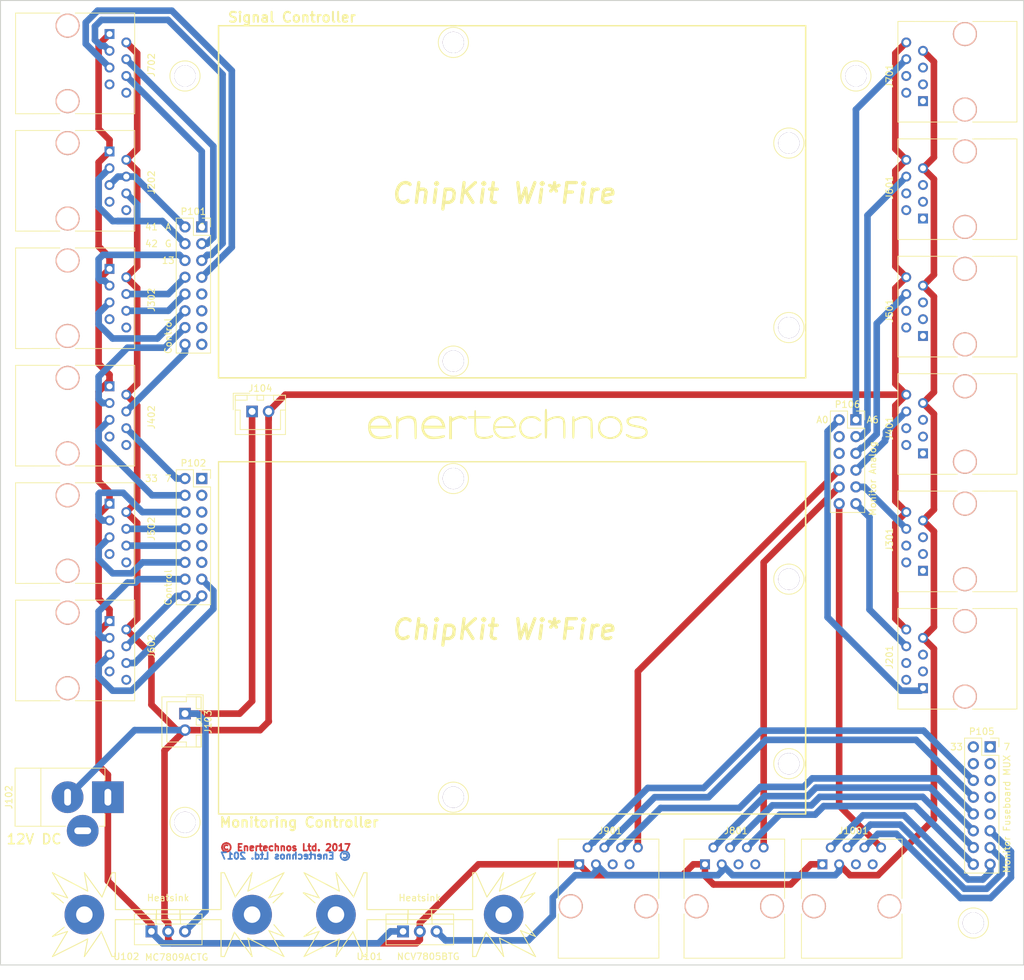
<source format=kicad_pcb>
(kicad_pcb (version 4) (host pcbnew 4.0.7)

  (general
    (links 81)
    (no_connects 0)
    (area 29.535716 11.279234 198.195001 167.83)
    (thickness 1.6)
    (drawings 26)
    (tracks 366)
    (zones 0)
    (modules 39)
    (nets 46)
  )

  (page A4)
  (title_block
    (title "Breakout Board")
    (date 2018-01-04)
    (rev "Release 0.1")
    (company "Enertechnos Ltd.")
    (comment 1 "APPROVED for Prototype")
  )

  (layers
    (0 F.Cu signal)
    (31 B.Cu signal)
    (32 B.Adhes user)
    (33 F.Adhes user)
    (34 B.Paste user)
    (35 F.Paste user)
    (36 B.SilkS user)
    (37 F.SilkS user)
    (38 B.Mask user)
    (39 F.Mask user)
    (40 Dwgs.User user hide)
    (41 Cmts.User user)
    (42 Eco1.User user)
    (43 Eco2.User user)
    (44 Edge.Cuts user)
    (45 Margin user)
    (46 B.CrtYd user)
    (47 F.CrtYd user)
    (48 B.Fab user)
    (49 F.Fab user)
  )

  (setup
    (last_trace_width 1)
    (trace_clearance 0.4)
    (zone_clearance 0.508)
    (zone_45_only no)
    (trace_min 0.2)
    (segment_width 0.2)
    (edge_width 0.15)
    (via_size 1.5)
    (via_drill 0.8)
    (via_min_size 0.4)
    (via_min_drill 0.3)
    (uvia_size 0.3)
    (uvia_drill 0.1)
    (uvias_allowed no)
    (uvia_min_size 0.2)
    (uvia_min_drill 0.1)
    (pcb_text_width 0.3)
    (pcb_text_size 1.5 1.5)
    (mod_edge_width 0.15)
    (mod_text_size 1 1)
    (mod_text_width 0.15)
    (pad_size 1.524 1.524)
    (pad_drill 0.762)
    (pad_to_mask_clearance 0.2)
    (aux_axis_origin 43.18 165.1)
    (visible_elements 7FFFEFFF)
    (pcbplotparams
      (layerselection 0x010e0_80000001)
      (usegerberextensions false)
      (excludeedgelayer true)
      (linewidth 0.100000)
      (plotframeref false)
      (viasonmask false)
      (mode 1)
      (useauxorigin true)
      (hpglpennumber 1)
      (hpglpenspeed 20)
      (hpglpendiameter 15)
      (hpglpenoverlay 2)
      (psnegative false)
      (psa4output false)
      (plotreference true)
      (plotvalue true)
      (plotinvisibletext false)
      (padsonsilk false)
      (subtractmaskfromsilk false)
      (outputformat 1)
      (mirror false)
      (drillshape 0)
      (scaleselection 1)
      (outputdirectory Plot/))
  )

  (net 0 "")
  (net 1 ARD_TEMP_HB)
  (net 2 ARD_PWM_1)
  (net 3 ARD_PWM_3)
  (net 4 ARD_PWM_2)
  (net 5 ARD_PWM_4)
  (net 6 ARD_TEMP_A)
  (net 7 ARD_GND)
  (net 8 DC_IN)
  (net 9 ARD_PWM_5)
  (net 10 ARD_PWM_6)
  (net 11 ARD_PWM_7)
  (net 12 ARD_PWM_8)
  (net 13 ARD_HBRIDGE_A)
  (net 14 ARD_HBRIDGE_B)
  (net 15 ARD_PWM_9)
  (net 16 ARD_PWM_10)
  (net 17 ARD_PWM_11)
  (net 18 ARD_PWM_12)
  (net 19 ARD_PWM_13)
  (net 20 ARD_PWM_14)
  (net 21 ARD_PWM_15)
  (net 22 ARD_PWM_16)
  (net 23 ARD_TEMP_D)
  (net 24 ARD_TEMP_C)
  (net 25 ARD_TEMP_B)
  (net 26 FB1A)
  (net 27 FB1B)
  (net 28 FB1C)
  (net 29 ARD_VOLTS_1)
  (net 30 FB2A)
  (net 31 FB2B)
  (net 32 FB2C)
  (net 33 ARD_VOLTS_2)
  (net 34 FB3A)
  (net 35 FB3B)
  (net 36 FB3C)
  (net 37 ARD_VOLTS_3)
  (net 38 ARD_TEMP_E)
  (net 39 ARD_CUR_HB)
  (net 40 ARD_VCC)
  (net 41 ARD_PWM_17)
  (net 42 ARD_PWM_18)
  (net 43 ARD_PWM_19)
  (net 44 ARD_PWM_20)
  (net 45 ARD_VIN)

  (net_class Default "This is the default net class."
    (clearance 0.4)
    (trace_width 1)
    (via_dia 1.5)
    (via_drill 0.8)
    (uvia_dia 0.3)
    (uvia_drill 0.1)
    (add_net ARD_CUR_HB)
    (add_net ARD_GND)
    (add_net ARD_HBRIDGE_A)
    (add_net ARD_HBRIDGE_B)
    (add_net ARD_PWM_1)
    (add_net ARD_PWM_10)
    (add_net ARD_PWM_11)
    (add_net ARD_PWM_12)
    (add_net ARD_PWM_13)
    (add_net ARD_PWM_14)
    (add_net ARD_PWM_15)
    (add_net ARD_PWM_16)
    (add_net ARD_PWM_17)
    (add_net ARD_PWM_18)
    (add_net ARD_PWM_19)
    (add_net ARD_PWM_2)
    (add_net ARD_PWM_20)
    (add_net ARD_PWM_3)
    (add_net ARD_PWM_4)
    (add_net ARD_PWM_5)
    (add_net ARD_PWM_6)
    (add_net ARD_PWM_7)
    (add_net ARD_PWM_8)
    (add_net ARD_PWM_9)
    (add_net ARD_TEMP_A)
    (add_net ARD_TEMP_B)
    (add_net ARD_TEMP_C)
    (add_net ARD_TEMP_D)
    (add_net ARD_TEMP_E)
    (add_net ARD_TEMP_HB)
    (add_net ARD_VCC)
    (add_net ARD_VIN)
    (add_net ARD_VOLTS_1)
    (add_net ARD_VOLTS_2)
    (add_net ARD_VOLTS_3)
    (add_net DC_IN)
    (add_net FB1A)
    (add_net FB1B)
    (add_net FB1C)
    (add_net FB2A)
    (add_net FB2B)
    (add_net FB2C)
    (add_net FB3A)
    (add_net FB3B)
    (add_net FB3C)
  )

  (module TO_SOT_Packages_THT:TO-220-3_Vertical (layer F.Cu) (tedit 5A39494B) (tstamp 5A393E81)
    (at 66.04 160.02)
    (descr "TO-220-3, Vertical, RM 2.54mm")
    (tags "TO-220-3 Vertical RM 2.54mm")
    (path /5A395520)
    (fp_text reference U102 (at -3.81 3.81) (layer F.SilkS)
      (effects (font (size 1 1) (thickness 0.15)))
    )
    (fp_text value MC7809ACTG (at 3.81 3.92) (layer F.SilkS)
      (effects (font (size 1 1) (thickness 0.15)))
    )
    (fp_text user %R (at 2.54 -3.62) (layer F.Fab)
      (effects (font (size 1 1) (thickness 0.15)))
    )
    (fp_line (start -2.46 -2.5) (end -2.46 1.9) (layer F.Fab) (width 0.1))
    (fp_line (start -2.46 1.9) (end 7.54 1.9) (layer F.Fab) (width 0.1))
    (fp_line (start 7.54 1.9) (end 7.54 -2.5) (layer F.Fab) (width 0.1))
    (fp_line (start 7.54 -2.5) (end -2.46 -2.5) (layer F.Fab) (width 0.1))
    (fp_line (start -2.46 -1.23) (end 7.54 -1.23) (layer F.Fab) (width 0.1))
    (fp_line (start 0.69 -2.5) (end 0.69 -1.23) (layer F.Fab) (width 0.1))
    (fp_line (start 4.39 -2.5) (end 4.39 -1.23) (layer F.Fab) (width 0.1))
    (fp_line (start -2.58 -2.62) (end 7.66 -2.62) (layer F.SilkS) (width 0.12))
    (fp_line (start -2.58 2.021) (end 7.66 2.021) (layer F.SilkS) (width 0.12))
    (fp_line (start -2.58 -2.62) (end -2.58 2.021) (layer F.SilkS) (width 0.12))
    (fp_line (start 7.66 -2.62) (end 7.66 2.021) (layer F.SilkS) (width 0.12))
    (fp_line (start -2.58 -1.11) (end 7.66 -1.11) (layer F.SilkS) (width 0.12))
    (fp_line (start 0.69 -2.62) (end 0.69 -1.11) (layer F.SilkS) (width 0.12))
    (fp_line (start 4.391 -2.62) (end 4.391 -1.11) (layer F.SilkS) (width 0.12))
    (fp_line (start -2.71 -2.75) (end -2.71 2.16) (layer F.CrtYd) (width 0.05))
    (fp_line (start -2.71 2.16) (end 7.79 2.16) (layer F.CrtYd) (width 0.05))
    (fp_line (start 7.79 2.16) (end 7.79 -2.75) (layer F.CrtYd) (width 0.05))
    (fp_line (start 7.79 -2.75) (end -2.71 -2.75) (layer F.CrtYd) (width 0.05))
    (pad 1 thru_hole rect (at 0 0) (size 1.8 1.8) (drill 1) (layers *.Cu *.Mask)
      (net 8 DC_IN))
    (pad 2 thru_hole oval (at 2.54 0) (size 1.8 1.8) (drill 1) (layers *.Cu *.Mask)
      (net 7 ARD_GND))
    (pad 3 thru_hole oval (at 5.08 0) (size 1.8 1.8) (drill 1) (layers *.Cu *.Mask)
      (net 45 ARD_VIN))
    (model ${KISYS3DMOD}/TO_SOT_Packages_THT.3dshapes/TO-220_Vertical.wrl
      (at (xyz 0.1 0 0))
      (scale (xyz 0.393701 0.393701 0.393701))
      (rotate (xyz 0 0 0))
    )
  )

  (module TO_SOT_Packages_THT:TO-220-3_Vertical (layer F.Cu) (tedit 5A39491A) (tstamp 5A33F908)
    (at 104.14 160.02)
    (descr "TO-220-3, Vertical, RM 2.54mm")
    (tags "TO-220-3 Vertical RM 2.54mm")
    (path /5A342FBC)
    (fp_text reference U101 (at -5.08 3.81) (layer F.SilkS)
      (effects (font (size 1 1) (thickness 0.15)))
    )
    (fp_text value NCV7805BTG (at 3.81 3.81) (layer F.SilkS)
      (effects (font (size 1 1) (thickness 0.15)))
    )
    (fp_text user %R (at 2.54 -3.81) (layer F.Fab)
      (effects (font (size 1 1) (thickness 0.15)))
    )
    (fp_line (start -2.46 -2.5) (end -2.46 1.9) (layer F.Fab) (width 0.1))
    (fp_line (start -2.46 1.9) (end 7.54 1.9) (layer F.Fab) (width 0.1))
    (fp_line (start 7.54 1.9) (end 7.54 -2.5) (layer F.Fab) (width 0.1))
    (fp_line (start 7.54 -2.5) (end -2.46 -2.5) (layer F.Fab) (width 0.1))
    (fp_line (start -2.46 -1.23) (end 7.54 -1.23) (layer F.Fab) (width 0.1))
    (fp_line (start 0.69 -2.5) (end 0.69 -1.23) (layer F.Fab) (width 0.1))
    (fp_line (start 4.39 -2.5) (end 4.39 -1.23) (layer F.Fab) (width 0.1))
    (fp_line (start -2.58 -2.62) (end 7.66 -2.62) (layer F.SilkS) (width 0.12))
    (fp_line (start -2.58 2.021) (end 7.66 2.021) (layer F.SilkS) (width 0.12))
    (fp_line (start -2.58 -2.62) (end -2.58 2.021) (layer F.SilkS) (width 0.12))
    (fp_line (start 7.66 -2.62) (end 7.66 2.021) (layer F.SilkS) (width 0.12))
    (fp_line (start -2.58 -1.11) (end 7.66 -1.11) (layer F.SilkS) (width 0.12))
    (fp_line (start 0.69 -2.62) (end 0.69 -1.11) (layer F.SilkS) (width 0.12))
    (fp_line (start 4.391 -2.62) (end 4.391 -1.11) (layer F.SilkS) (width 0.12))
    (fp_line (start -2.71 -2.75) (end -2.71 2.16) (layer F.CrtYd) (width 0.05))
    (fp_line (start -2.71 2.16) (end 7.79 2.16) (layer F.CrtYd) (width 0.05))
    (fp_line (start 7.79 2.16) (end 7.79 -2.75) (layer F.CrtYd) (width 0.05))
    (fp_line (start 7.79 -2.75) (end -2.71 -2.75) (layer F.CrtYd) (width 0.05))
    (pad 1 thru_hole rect (at 0 0) (size 1.8 1.8) (drill 1) (layers *.Cu *.Mask)
      (net 8 DC_IN))
    (pad 2 thru_hole oval (at 2.54 0) (size 1.8 1.8) (drill 1) (layers *.Cu *.Mask)
      (net 7 ARD_GND))
    (pad 3 thru_hole oval (at 5.08 0) (size 1.8 1.8) (drill 1) (layers *.Cu *.Mask)
      (net 40 ARD_VCC))
    (model ${KISYS3DMOD}/TO_SOT_Packages_THT.3dshapes/TO-220_Vertical.wrl
      (at (xyz 0.1 0 0))
      (scale (xyz 0.393701 0.393701 0.393701))
      (rotate (xyz 0 0 0))
    )
  )

  (module PartsLibraries:Heatsink_AAVID_ML73_25 (layer F.Cu) (tedit 5A3408D9) (tstamp 5A394225)
    (at 68.58 157.48)
    (descr "Heatsink, 35mm x 13mm, 2x Fixation 2,5mm Drill, Soldering, Fischer SK104-STC-STIC,")
    (tags "Heatsink, 35mm x 13mm, 2x Fixation 2,5mm Drill, Soldering, Fischer SK104-STC-STIC, Kuehlkoerper,  Strangkuehlkoerper, Loetbefestigung, for TO-220")
    (fp_text reference Heatsink (at -0.025 -2.54) (layer F.SilkS)
      (effects (font (size 1 1) (thickness 0.15)))
    )
    (fp_text value Heatsink_Heatsink_AAVID_ML73_25_2xDrill2.5mm (at 0.65 9.075) (layer F.Fab)
      (effects (font (size 1 1) (thickness 0.15)))
    )
    (fp_line (start -1.778 -0.762) (end -1.778 0.762) (layer F.SilkS) (width 0.15))
    (fp_line (start 1.778 -0.762) (end 1.778 0.762) (layer F.SilkS) (width 0.15))
    (fp_line (start -8.509 6.35) (end -8.001 6.35) (layer F.SilkS) (width 0.15))
    (fp_line (start 17.526 -6.35) (end 12.065 -3.556) (layer F.SilkS) (width 0.15))
    (fp_line (start 12.065 -3.556) (end 12.7 -6.35) (layer F.SilkS) (width 0.15))
    (fp_line (start -10.033 -2.667) (end -12.7 -6.35) (layer F.SilkS) (width 0.15))
    (fp_line (start -12.7 -6.35) (end -12.192 -3.556) (layer F.SilkS) (width 0.15))
    (fp_line (start -12.192 -3.556) (end -17.526 -6.35) (layer F.SilkS) (width 0.15))
    (fp_line (start -10.16 2.667) (end -12.7 6.35) (layer F.SilkS) (width 0.15))
    (fp_line (start -12.7 6.35) (end -12.192 3.683) (layer F.SilkS) (width 0.15))
    (fp_line (start -12.192 3.683) (end -17.526 6.35) (layer F.SilkS) (width 0.15))
    (fp_line (start -15.24 2.54) (end -17.526 6.35) (layer F.SilkS) (width 0.15))
    (fp_line (start -15.24 -2.54) (end -17.526 -6.35) (layer F.SilkS) (width 0.15))
    (fp_line (start 8.001 -6.35) (end 8.382 -6.35) (layer F.SilkS) (width 0.15))
    (fp_line (start 8.001 6.35) (end 8.509 6.35) (layer F.SilkS) (width 0.15))
    (fp_line (start 10.033 2.667) (end 12.7 6.35) (layer F.SilkS) (width 0.15))
    (fp_line (start 12.7 6.35) (end 12.065 3.556) (layer F.SilkS) (width 0.15))
    (fp_line (start 12.065 3.556) (end 17.526 6.35) (layer F.SilkS) (width 0.15))
    (fp_line (start 15.24 2.413) (end 17.526 3.302) (layer F.SilkS) (width 0.15))
    (fp_line (start 17.526 3.302) (end 16.002 1.524) (layer F.SilkS) (width 0.15))
    (fp_line (start 17.526 6.35) (end 15.24 2.413) (layer F.SilkS) (width 0.15))
    (fp_line (start 15.24 -2.54) (end 17.399 -3.302) (layer F.SilkS) (width 0.15))
    (fp_line (start 17.399 -3.302) (end 15.875 -1.778) (layer F.SilkS) (width 0.15))
    (fp_line (start 17.526 -6.35) (end 15.24 -2.54) (layer F.SilkS) (width 0.15))
    (fp_line (start 10.16 -2.667) (end 12.7 -6.35) (layer F.SilkS) (width 0.15))
    (fp_line (start 8.509 6.35) (end 10.033 2.667) (layer F.SilkS) (width 0.15))
    (fp_line (start 8.509 -6.35) (end 10.16 -2.667) (layer F.SilkS) (width 0.15))
    (fp_line (start -8.509 6.35) (end -10.16 2.54) (layer F.SilkS) (width 0.15))
    (fp_line (start -8.001 -6.35) (end -8.509 -6.35) (layer F.SilkS) (width 0.15))
    (fp_line (start -8.509 -6.35) (end -10.033 -2.667) (layer F.SilkS) (width 0.15))
    (fp_line (start -17.526 3.302) (end -15.748 1.905) (layer F.SilkS) (width 0.15))
    (fp_line (start -17.653 -3.302) (end -15.875 -1.778) (layer F.SilkS) (width 0.15))
    (fp_line (start -17.526 3.302) (end -15.24 2.54) (layer F.SilkS) (width 0.15))
    (fp_line (start -17.526 -3.302) (end -15.24 -2.54) (layer F.SilkS) (width 0.15))
    (fp_line (start 0 0.762) (end -8.001 0.762) (layer F.SilkS) (width 0.15))
    (fp_line (start -8.001 0.762) (end -8.001 6.35) (layer F.SilkS) (width 0.15))
    (fp_line (start 0 0.762) (end 8.001 0.762) (layer F.SilkS) (width 0.15))
    (fp_line (start 8.001 0.762) (end 8.001 6.35) (layer F.SilkS) (width 0.15))
    (fp_line (start 0 -0.762) (end -8.001 -0.762) (layer F.SilkS) (width 0.15))
    (fp_line (start -8.001 -0.762) (end -8.001 -6.35) (layer F.SilkS) (width 0.15))
    (fp_line (start 0 -0.762) (end 8.001 -0.762) (layer F.SilkS) (width 0.15))
    (fp_line (start 8.001 -0.762) (end 8.001 -6.35) (layer F.SilkS) (width 0.15))
    (pad 1 thru_hole circle (at 12.7 0) (size 5.99948 5.99948) (drill 2.49936) (layers *.Cu *.Mask))
    (pad 1 thru_hole circle (at -12.7 0) (size 5.99948 5.99948) (drill 2.49936) (layers *.Cu *.Mask))
    (model C:/Development/mlihardware/3D/Heatsink_30mm.wrl
      (at (xyz 0 0 0))
      (scale (xyz 1 1 1))
      (rotate (xyz 270 0 0))
    )
  )

  (module PartsLibraries:MountingHole (layer F.Cu) (tedit 5A393192) (tstamp 5A393673)
    (at 71.12 143.51)
    (descr "module 1 pin (ou trou mecanique de percage)")
    (tags DEV)
    (fp_text reference "" (at 0 -3.048) (layer F.SilkS)
      (effects (font (size 1 1) (thickness 0.15)))
    )
    (fp_text value Mount (at 0 3) (layer F.Fab)
      (effects (font (size 1 1) (thickness 0.15)))
    )
    (fp_circle (center 0 0) (end 2 0.8) (layer F.Fab) (width 0.1))
    (fp_circle (center 0 0) (end 2.6 0) (layer F.CrtYd) (width 0.05))
    (fp_circle (center 0 0) (end 0 -2.286) (layer F.SilkS) (width 0.12))
    (pad 1 thru_hole circle (at 0 0) (size 3.2 3.2) (drill 3.2) (layers *.Cu *.Mask)
      (clearance 1))
  )

  (module PartsLibraries:MountingHole (layer F.Cu) (tedit 5A393192) (tstamp 5A393667)
    (at 190.5 158.75)
    (descr "module 1 pin (ou trou mecanique de percage)")
    (tags DEV)
    (fp_text reference "" (at 0 -3.048) (layer F.SilkS)
      (effects (font (size 1 1) (thickness 0.15)))
    )
    (fp_text value Mount (at 0 3) (layer F.Fab)
      (effects (font (size 1 1) (thickness 0.15)))
    )
    (fp_circle (center 0 0) (end 2 0.8) (layer F.Fab) (width 0.1))
    (fp_circle (center 0 0) (end 2.6 0) (layer F.CrtYd) (width 0.05))
    (fp_circle (center 0 0) (end 0 -2.286) (layer F.SilkS) (width 0.12))
    (pad 1 thru_hole circle (at 0 0) (size 3.2 3.2) (drill 3.2) (layers *.Cu *.Mask)
      (clearance 1))
  )

  (module PartsLibraries:MountingHole (layer F.Cu) (tedit 5A393192) (tstamp 5A393660)
    (at 172.72 30.48)
    (descr "module 1 pin (ou trou mecanique de percage)")
    (tags DEV)
    (fp_text reference "" (at 0 -3.048) (layer F.SilkS)
      (effects (font (size 1 1) (thickness 0.15)))
    )
    (fp_text value Mount (at 0 3) (layer F.Fab)
      (effects (font (size 1 1) (thickness 0.15)))
    )
    (fp_circle (center 0 0) (end 2 0.8) (layer F.Fab) (width 0.1))
    (fp_circle (center 0 0) (end 2.6 0) (layer F.CrtYd) (width 0.05))
    (fp_circle (center 0 0) (end 0 -2.286) (layer F.SilkS) (width 0.12))
    (pad 1 thru_hole circle (at 0 0) (size 3.2 3.2) (drill 3.2) (layers *.Cu *.Mask)
      (clearance 1))
  )

  (module PartsLibraries:MountingHole (layer F.Cu) (tedit 5A393192) (tstamp 5A393651)
    (at 71.12 30.48)
    (descr "module 1 pin (ou trou mecanique de percage)")
    (tags DEV)
    (fp_text reference "" (at 0 -3.048) (layer F.SilkS)
      (effects (font (size 1 1) (thickness 0.15)))
    )
    (fp_text value Mount (at 0 3) (layer F.Fab)
      (effects (font (size 1 1) (thickness 0.15)))
    )
    (fp_circle (center 0 0) (end 2 0.8) (layer F.Fab) (width 0.1))
    (fp_circle (center 0 0) (end 2.6 0) (layer F.CrtYd) (width 0.05))
    (fp_circle (center 0 0) (end 0 -2.286) (layer F.SilkS) (width 0.12))
    (pad 1 thru_hole circle (at 0 0) (size 3.2 3.2) (drill 3.2) (layers *.Cu *.Mask)
      (clearance 1))
  )

  (module PartsLibraries:MountingHole (layer F.Cu) (tedit 5A393192) (tstamp 5A393648)
    (at 162.56 106.68)
    (descr "module 1 pin (ou trou mecanique de percage)")
    (tags DEV)
    (fp_text reference "" (at 0 -3.048) (layer F.SilkS)
      (effects (font (size 1 1) (thickness 0.15)))
    )
    (fp_text value Mount (at 0 3) (layer F.Fab)
      (effects (font (size 1 1) (thickness 0.15)))
    )
    (fp_circle (center 0 0) (end 2 0.8) (layer F.Fab) (width 0.1))
    (fp_circle (center 0 0) (end 2.6 0) (layer F.CrtYd) (width 0.05))
    (fp_circle (center 0 0) (end 0 -2.286) (layer F.SilkS) (width 0.12))
    (pad 1 thru_hole circle (at 0 0) (size 3.2 3.2) (drill 3.2) (layers *.Cu *.Mask)
      (clearance 1))
  )

  (module PartsLibraries:MountingHole (layer F.Cu) (tedit 5A393192) (tstamp 5A393641)
    (at 111.76 91.44)
    (descr "module 1 pin (ou trou mecanique de percage)")
    (tags DEV)
    (fp_text reference "" (at 0 -3.048) (layer F.SilkS)
      (effects (font (size 1 1) (thickness 0.15)))
    )
    (fp_text value Mount (at 0 3) (layer F.Fab)
      (effects (font (size 1 1) (thickness 0.15)))
    )
    (fp_circle (center 0 0) (end 2 0.8) (layer F.Fab) (width 0.1))
    (fp_circle (center 0 0) (end 2.6 0) (layer F.CrtYd) (width 0.05))
    (fp_circle (center 0 0) (end 0 -2.286) (layer F.SilkS) (width 0.12))
    (pad 1 thru_hole circle (at 0 0) (size 3.2 3.2) (drill 3.2) (layers *.Cu *.Mask)
      (clearance 1))
  )

  (module PartsLibraries:MountingHole (layer F.Cu) (tedit 5A393192) (tstamp 5A39363A)
    (at 162.56 134.62)
    (descr "module 1 pin (ou trou mecanique de percage)")
    (tags DEV)
    (fp_text reference "" (at 0 -3.048) (layer F.SilkS)
      (effects (font (size 1 1) (thickness 0.15)))
    )
    (fp_text value Mount (at 0 3) (layer F.Fab)
      (effects (font (size 1 1) (thickness 0.15)))
    )
    (fp_circle (center 0 0) (end 2 0.8) (layer F.Fab) (width 0.1))
    (fp_circle (center 0 0) (end 2.6 0) (layer F.CrtYd) (width 0.05))
    (fp_circle (center 0 0) (end 0 -2.286) (layer F.SilkS) (width 0.12))
    (pad 1 thru_hole circle (at 0 0) (size 3.2 3.2) (drill 3.2) (layers *.Cu *.Mask)
      (clearance 1))
  )

  (module PartsLibraries:MountingHole (layer F.Cu) (tedit 5A393192) (tstamp 5A393633)
    (at 111.76 139.7)
    (descr "module 1 pin (ou trou mecanique de percage)")
    (tags DEV)
    (fp_text reference "" (at 0 -3.048) (layer F.SilkS)
      (effects (font (size 1 1) (thickness 0.15)))
    )
    (fp_text value Mount (at 0 3) (layer F.Fab)
      (effects (font (size 1 1) (thickness 0.15)))
    )
    (fp_circle (center 0 0) (end 2 0.8) (layer F.Fab) (width 0.1))
    (fp_circle (center 0 0) (end 2.6 0) (layer F.CrtYd) (width 0.05))
    (fp_circle (center 0 0) (end 0 -2.286) (layer F.SilkS) (width 0.12))
    (pad 1 thru_hole circle (at 0 0) (size 3.2 3.2) (drill 3.2) (layers *.Cu *.Mask)
      (clearance 1))
  )

  (module PartsLibraries:MountingHole (layer F.Cu) (tedit 5A393192) (tstamp 5A393621)
    (at 162.56 40.64)
    (descr "module 1 pin (ou trou mecanique de percage)")
    (tags DEV)
    (fp_text reference "" (at 0 -3.048) (layer F.SilkS)
      (effects (font (size 1 1) (thickness 0.15)))
    )
    (fp_text value Mount (at 0 3) (layer F.Fab)
      (effects (font (size 1 1) (thickness 0.15)))
    )
    (fp_circle (center 0 0) (end 2 0.8) (layer F.Fab) (width 0.1))
    (fp_circle (center 0 0) (end 2.6 0) (layer F.CrtYd) (width 0.05))
    (fp_circle (center 0 0) (end 0 -2.286) (layer F.SilkS) (width 0.12))
    (pad 1 thru_hole circle (at 0 0) (size 3.2 3.2) (drill 3.2) (layers *.Cu *.Mask)
      (clearance 1))
  )

  (module PartsLibraries:MountingHole (layer F.Cu) (tedit 5A393192) (tstamp 5A393613)
    (at 162.56 68.58)
    (descr "module 1 pin (ou trou mecanique de percage)")
    (tags DEV)
    (fp_text reference "" (at 0 -3.048) (layer F.SilkS)
      (effects (font (size 1 1) (thickness 0.15)))
    )
    (fp_text value Mount (at 0 3) (layer F.Fab)
      (effects (font (size 1 1) (thickness 0.15)))
    )
    (fp_circle (center 0 0) (end 2 0.8) (layer F.Fab) (width 0.1))
    (fp_circle (center 0 0) (end 2.6 0) (layer F.CrtYd) (width 0.05))
    (fp_circle (center 0 0) (end 0 -2.286) (layer F.SilkS) (width 0.12))
    (pad 1 thru_hole circle (at 0 0) (size 3.2 3.2) (drill 3.2) (layers *.Cu *.Mask)
      (clearance 1))
  )

  (module PartsLibraries:MountingHole (layer F.Cu) (tedit 5A393192) (tstamp 5A39360C)
    (at 111.76 73.66)
    (descr "module 1 pin (ou trou mecanique de percage)")
    (tags DEV)
    (fp_text reference "" (at 0 -3.048) (layer F.SilkS)
      (effects (font (size 1 1) (thickness 0.15)))
    )
    (fp_text value Mount (at 0 3) (layer F.Fab)
      (effects (font (size 1 1) (thickness 0.15)))
    )
    (fp_circle (center 0 0) (end 2 0.8) (layer F.Fab) (width 0.1))
    (fp_circle (center 0 0) (end 2.6 0) (layer F.CrtYd) (width 0.05))
    (fp_circle (center 0 0) (end 0 -2.286) (layer F.SilkS) (width 0.12))
    (pad 1 thru_hole circle (at 0 0) (size 3.2 3.2) (drill 3.2) (layers *.Cu *.Mask)
      (clearance 1))
  )

  (module PartsLibraries:MountingHole (layer F.Cu) (tedit 5A393192) (tstamp 5A3935DE)
    (at 111.76 25.4)
    (descr "module 1 pin (ou trou mecanique de percage)")
    (tags DEV)
    (fp_text reference "" (at 0 -3.048) (layer F.SilkS)
      (effects (font (size 1 1) (thickness 0.15)))
    )
    (fp_text value Mount (at 0 3) (layer F.Fab)
      (effects (font (size 1 1) (thickness 0.15)))
    )
    (fp_circle (center 0 0) (end 2 0.8) (layer F.Fab) (width 0.1))
    (fp_circle (center 0 0) (end 2.6 0) (layer F.CrtYd) (width 0.05))
    (fp_circle (center 0 0) (end 0 -2.286) (layer F.SilkS) (width 0.12))
    (pad 1 thru_hole circle (at 0 0) (size 3.2 3.2) (drill 3.2) (layers *.Cu *.Mask)
      (clearance 1))
  )

  (module PartsLibraries:Heatsink_AAVID_ML73_25 (layer F.Cu) (tedit 5A3408D9) (tstamp 5A341969)
    (at 106.68 157.48)
    (descr "Heatsink, 35mm x 13mm, 2x Fixation 2,5mm Drill, Soldering, Fischer SK104-STC-STIC,")
    (tags "Heatsink, 35mm x 13mm, 2x Fixation 2,5mm Drill, Soldering, Fischer SK104-STC-STIC, Kuehlkoerper,  Strangkuehlkoerper, Loetbefestigung, for TO-220")
    (fp_text reference Heatsink (at -0.025 -2.54) (layer F.SilkS)
      (effects (font (size 1 1) (thickness 0.15)))
    )
    (fp_text value Heatsink_Heatsink_AAVID_ML73_25_2xDrill2.5mm (at 0.65 9.075) (layer F.Fab)
      (effects (font (size 1 1) (thickness 0.15)))
    )
    (fp_line (start -1.778 -0.762) (end -1.778 0.762) (layer F.SilkS) (width 0.15))
    (fp_line (start 1.778 -0.762) (end 1.778 0.762) (layer F.SilkS) (width 0.15))
    (fp_line (start -8.509 6.35) (end -8.001 6.35) (layer F.SilkS) (width 0.15))
    (fp_line (start 17.526 -6.35) (end 12.065 -3.556) (layer F.SilkS) (width 0.15))
    (fp_line (start 12.065 -3.556) (end 12.7 -6.35) (layer F.SilkS) (width 0.15))
    (fp_line (start -10.033 -2.667) (end -12.7 -6.35) (layer F.SilkS) (width 0.15))
    (fp_line (start -12.7 -6.35) (end -12.192 -3.556) (layer F.SilkS) (width 0.15))
    (fp_line (start -12.192 -3.556) (end -17.526 -6.35) (layer F.SilkS) (width 0.15))
    (fp_line (start -10.16 2.667) (end -12.7 6.35) (layer F.SilkS) (width 0.15))
    (fp_line (start -12.7 6.35) (end -12.192 3.683) (layer F.SilkS) (width 0.15))
    (fp_line (start -12.192 3.683) (end -17.526 6.35) (layer F.SilkS) (width 0.15))
    (fp_line (start -15.24 2.54) (end -17.526 6.35) (layer F.SilkS) (width 0.15))
    (fp_line (start -15.24 -2.54) (end -17.526 -6.35) (layer F.SilkS) (width 0.15))
    (fp_line (start 8.001 -6.35) (end 8.382 -6.35) (layer F.SilkS) (width 0.15))
    (fp_line (start 8.001 6.35) (end 8.509 6.35) (layer F.SilkS) (width 0.15))
    (fp_line (start 10.033 2.667) (end 12.7 6.35) (layer F.SilkS) (width 0.15))
    (fp_line (start 12.7 6.35) (end 12.065 3.556) (layer F.SilkS) (width 0.15))
    (fp_line (start 12.065 3.556) (end 17.526 6.35) (layer F.SilkS) (width 0.15))
    (fp_line (start 15.24 2.413) (end 17.526 3.302) (layer F.SilkS) (width 0.15))
    (fp_line (start 17.526 3.302) (end 16.002 1.524) (layer F.SilkS) (width 0.15))
    (fp_line (start 17.526 6.35) (end 15.24 2.413) (layer F.SilkS) (width 0.15))
    (fp_line (start 15.24 -2.54) (end 17.399 -3.302) (layer F.SilkS) (width 0.15))
    (fp_line (start 17.399 -3.302) (end 15.875 -1.778) (layer F.SilkS) (width 0.15))
    (fp_line (start 17.526 -6.35) (end 15.24 -2.54) (layer F.SilkS) (width 0.15))
    (fp_line (start 10.16 -2.667) (end 12.7 -6.35) (layer F.SilkS) (width 0.15))
    (fp_line (start 8.509 6.35) (end 10.033 2.667) (layer F.SilkS) (width 0.15))
    (fp_line (start 8.509 -6.35) (end 10.16 -2.667) (layer F.SilkS) (width 0.15))
    (fp_line (start -8.509 6.35) (end -10.16 2.54) (layer F.SilkS) (width 0.15))
    (fp_line (start -8.001 -6.35) (end -8.509 -6.35) (layer F.SilkS) (width 0.15))
    (fp_line (start -8.509 -6.35) (end -10.033 -2.667) (layer F.SilkS) (width 0.15))
    (fp_line (start -17.526 3.302) (end -15.748 1.905) (layer F.SilkS) (width 0.15))
    (fp_line (start -17.653 -3.302) (end -15.875 -1.778) (layer F.SilkS) (width 0.15))
    (fp_line (start -17.526 3.302) (end -15.24 2.54) (layer F.SilkS) (width 0.15))
    (fp_line (start -17.526 -3.302) (end -15.24 -2.54) (layer F.SilkS) (width 0.15))
    (fp_line (start 0 0.762) (end -8.001 0.762) (layer F.SilkS) (width 0.15))
    (fp_line (start -8.001 0.762) (end -8.001 6.35) (layer F.SilkS) (width 0.15))
    (fp_line (start 0 0.762) (end 8.001 0.762) (layer F.SilkS) (width 0.15))
    (fp_line (start 8.001 0.762) (end 8.001 6.35) (layer F.SilkS) (width 0.15))
    (fp_line (start 0 -0.762) (end -8.001 -0.762) (layer F.SilkS) (width 0.15))
    (fp_line (start -8.001 -0.762) (end -8.001 -6.35) (layer F.SilkS) (width 0.15))
    (fp_line (start 0 -0.762) (end 8.001 -0.762) (layer F.SilkS) (width 0.15))
    (fp_line (start 8.001 -0.762) (end 8.001 -6.35) (layer F.SilkS) (width 0.15))
    (pad 1 thru_hole circle (at 12.7 0) (size 5.99948 5.99948) (drill 2.49936) (layers *.Cu *.Mask))
    (pad 1 thru_hole circle (at -12.7 0) (size 5.99948 5.99948) (drill 2.49936) (layers *.Cu *.Mask))
    (model C:/Development/mlihardware/3D/Heatsink_30mm.wrl
      (at (xyz 0 0 0))
      (scale (xyz 1 1 1))
      (rotate (xyz 270 0 0))
    )
  )

  (module Socket_Strips:Socket_Strip_Straight_2x08_Pitch2.54mm (layer F.Cu) (tedit 5A32ADF2) (tstamp 5A2EB8F3)
    (at 73.66 91.44)
    (descr "Through hole straight socket strip, 2x08, 2.54mm pitch, double rows")
    (tags "Through hole socket strip THT 2x08 2.54mm double row")
    (path /599EFF88)
    (fp_text reference P102 (at -1.27 -2.33) (layer F.SilkS)
      (effects (font (size 1 1) (thickness 0.15)))
    )
    (fp_text value Digital (at -1.27 20.11) (layer F.Fab)
      (effects (font (size 1 1) (thickness 0.15)))
    )
    (fp_text user 7 (at -5.08 0) (layer F.SilkS)
      (effects (font (size 1 1) (thickness 0.15)))
    )
    (fp_text user 33 (at -7.62 0) (layer F.SilkS)
      (effects (font (size 1 1) (thickness 0.15)))
    )
    (fp_text user Control (at -5.08 16.51 90) (layer F.SilkS)
      (effects (font (size 1 1) (thickness 0.15)))
    )
    (fp_line (start -3.81 -1.27) (end -3.81 19.05) (layer F.Fab) (width 0.1))
    (fp_line (start -3.81 19.05) (end 1.27 19.05) (layer F.Fab) (width 0.1))
    (fp_line (start 1.27 19.05) (end 1.27 -1.27) (layer F.Fab) (width 0.1))
    (fp_line (start 1.27 -1.27) (end -3.81 -1.27) (layer F.Fab) (width 0.1))
    (fp_line (start 1.33 1.27) (end 1.33 19.11) (layer F.SilkS) (width 0.12))
    (fp_line (start 1.33 19.11) (end -3.87 19.11) (layer F.SilkS) (width 0.12))
    (fp_line (start -3.87 19.11) (end -3.87 -1.33) (layer F.SilkS) (width 0.12))
    (fp_line (start -3.87 -1.33) (end -1.27 -1.33) (layer F.SilkS) (width 0.12))
    (fp_line (start -1.27 -1.33) (end -1.27 1.27) (layer F.SilkS) (width 0.12))
    (fp_line (start -1.27 1.27) (end 1.33 1.27) (layer F.SilkS) (width 0.12))
    (fp_line (start 1.33 0) (end 1.33 -1.33) (layer F.SilkS) (width 0.12))
    (fp_line (start 1.33 -1.33) (end 0.06 -1.33) (layer F.SilkS) (width 0.12))
    (fp_line (start -4.35 -1.8) (end -4.35 19.55) (layer F.CrtYd) (width 0.05))
    (fp_line (start -4.35 19.55) (end 1.8 19.55) (layer F.CrtYd) (width 0.05))
    (fp_line (start 1.8 19.55) (end 1.8 -1.8) (layer F.CrtYd) (width 0.05))
    (fp_line (start 1.8 -1.8) (end -4.35 -1.8) (layer F.CrtYd) (width 0.05))
    (fp_text user %R (at -1.27 -2.33) (layer F.Fab)
      (effects (font (size 1 1) (thickness 0.15)))
    )
    (pad 1 thru_hole rect (at 0 0) (size 1.7 1.7) (drill 1) (layers *.Cu *.Mask))
    (pad 2 thru_hole oval (at -2.54 0) (size 1.7 1.7) (drill 1) (layers *.Cu *.Mask)
      (net 12 ARD_PWM_8))
    (pad 3 thru_hole oval (at 0 2.54) (size 1.7 1.7) (drill 1) (layers *.Cu *.Mask))
    (pad 4 thru_hole oval (at -2.54 2.54) (size 1.7 1.7) (drill 1) (layers *.Cu *.Mask)
      (net 11 ARD_PWM_7))
    (pad 5 thru_hole oval (at 0 5.08) (size 1.7 1.7) (drill 1) (layers *.Cu *.Mask))
    (pad 6 thru_hole oval (at -2.54 5.08) (size 1.7 1.7) (drill 1) (layers *.Cu *.Mask)
      (net 15 ARD_PWM_9))
    (pad 7 thru_hole oval (at 0 7.62) (size 1.7 1.7) (drill 1) (layers *.Cu *.Mask))
    (pad 8 thru_hole oval (at -2.54 7.62) (size 1.7 1.7) (drill 1) (layers *.Cu *.Mask)
      (net 16 ARD_PWM_10))
    (pad 9 thru_hole oval (at 0 10.16) (size 1.7 1.7) (drill 1) (layers *.Cu *.Mask))
    (pad 10 thru_hole oval (at -2.54 10.16) (size 1.7 1.7) (drill 1) (layers *.Cu *.Mask)
      (net 18 ARD_PWM_12))
    (pad 11 thru_hole oval (at 0 12.7) (size 1.7 1.7) (drill 1) (layers *.Cu *.Mask))
    (pad 12 thru_hole oval (at -2.54 12.7) (size 1.7 1.7) (drill 1) (layers *.Cu *.Mask)
      (net 17 ARD_PWM_11))
    (pad 13 thru_hole oval (at 0 15.24) (size 1.7 1.7) (drill 1) (layers *.Cu *.Mask)
      (net 21 ARD_PWM_15))
    (pad 14 thru_hole oval (at -2.54 15.24) (size 1.7 1.7) (drill 1) (layers *.Cu *.Mask)
      (net 19 ARD_PWM_13))
    (pad 15 thru_hole oval (at 0 17.78) (size 1.7 1.7) (drill 1) (layers *.Cu *.Mask)
      (net 22 ARD_PWM_16))
    (pad 16 thru_hole oval (at -2.54 17.78) (size 1.7 1.7) (drill 1) (layers *.Cu *.Mask)
      (net 20 ARD_PWM_14))
    (model ${KISYS3DMOD}/Socket_Strips.3dshapes/Socket_Strip_Straight_2x08_Pitch2.54mm.wrl
      (at (xyz -0.05 -0.35 0))
      (scale (xyz 1 1 1))
      (rotate (xyz 0 0 270))
    )
  )

  (module Socket_Strips:Socket_Strip_Straight_2x08_Pitch2.54mm (layer F.Cu) (tedit 5A32AD16) (tstamp 5A2EB8CE)
    (at 73.66 53.34)
    (descr "Through hole straight socket strip, 2x08, 2.54mm pitch, double rows")
    (tags "Through hole socket strip THT 2x08 2.54mm double row")
    (path /599F28C2)
    (fp_text reference P101 (at -1.27 -2.33) (layer F.SilkS)
      (effects (font (size 1 1) (thickness 0.15)))
    )
    (fp_text value Digital (at -1.27 20.11) (layer F.Fab)
      (effects (font (size 1 1) (thickness 0.15)))
    )
    (fp_text user Control (at -5.08 16.51 90) (layer F.SilkS)
      (effects (font (size 1 1) (thickness 0.15)))
    )
    (fp_text user 42 (at -7.62 2.54) (layer F.SilkS)
      (effects (font (size 1 1) (thickness 0.15)))
    )
    (fp_text user 41 (at -7.62 0) (layer F.SilkS)
      (effects (font (size 1 1) (thickness 0.15)))
    )
    (fp_text user 13 (at -5.08 5.08) (layer F.SilkS)
      (effects (font (size 1 1) (thickness 0.15)))
    )
    (fp_text user G (at -5.08 2.54) (layer F.SilkS)
      (effects (font (size 1 1) (thickness 0.15)))
    )
    (fp_text user G (at 0 0) (layer F.SilkS)
      (effects (font (size 1 1) (thickness 0.15)))
    )
    (fp_text user A (at -5.08 0) (layer F.SilkS)
      (effects (font (size 1 1) (thickness 0.15)))
    )
    (fp_line (start -3.81 -1.27) (end -3.81 19.05) (layer F.Fab) (width 0.1))
    (fp_line (start -3.81 19.05) (end 1.27 19.05) (layer F.Fab) (width 0.1))
    (fp_line (start 1.27 19.05) (end 1.27 -1.27) (layer F.Fab) (width 0.1))
    (fp_line (start 1.27 -1.27) (end -3.81 -1.27) (layer F.Fab) (width 0.1))
    (fp_line (start 1.33 1.27) (end 1.33 19.11) (layer F.SilkS) (width 0.12))
    (fp_line (start 1.33 19.11) (end -3.87 19.11) (layer F.SilkS) (width 0.12))
    (fp_line (start -3.87 19.11) (end -3.87 -1.33) (layer F.SilkS) (width 0.12))
    (fp_line (start -3.87 -1.33) (end -1.27 -1.33) (layer F.SilkS) (width 0.12))
    (fp_line (start -1.27 -1.33) (end -1.27 1.27) (layer F.SilkS) (width 0.12))
    (fp_line (start -1.27 1.27) (end 1.33 1.27) (layer F.SilkS) (width 0.12))
    (fp_line (start 1.33 0) (end 1.33 -1.33) (layer F.SilkS) (width 0.12))
    (fp_line (start 1.33 -1.33) (end 0.06 -1.33) (layer F.SilkS) (width 0.12))
    (fp_line (start -4.35 -1.8) (end -4.35 19.55) (layer F.CrtYd) (width 0.05))
    (fp_line (start -4.35 19.55) (end 1.8 19.55) (layer F.CrtYd) (width 0.05))
    (fp_line (start 1.8 19.55) (end 1.8 -1.8) (layer F.CrtYd) (width 0.05))
    (fp_line (start 1.8 -1.8) (end -4.35 -1.8) (layer F.CrtYd) (width 0.05))
    (fp_text user %R (at -1.27 -2.33) (layer F.Fab)
      (effects (font (size 1 1) (thickness 0.15)))
    )
    (pad 1 thru_hole rect (at 0 0) (size 1.7 1.7) (drill 1) (layers *.Cu *.Mask)
      (net 44 ARD_PWM_20))
    (pad 2 thru_hole oval (at -2.54 0) (size 1.7 1.7) (drill 1) (layers *.Cu *.Mask)
      (net 14 ARD_HBRIDGE_B))
    (pad 3 thru_hole oval (at 0 2.54) (size 1.7 1.7) (drill 1) (layers *.Cu *.Mask)
      (net 42 ARD_PWM_18))
    (pad 4 thru_hole oval (at -2.54 2.54) (size 1.7 1.7) (drill 1) (layers *.Cu *.Mask)
      (net 13 ARD_HBRIDGE_A))
    (pad 5 thru_hole oval (at 0 5.08) (size 1.7 1.7) (drill 1) (layers *.Cu *.Mask)
      (net 41 ARD_PWM_17))
    (pad 6 thru_hole oval (at -2.54 5.08) (size 1.7 1.7) (drill 1) (layers *.Cu *.Mask)
      (net 2 ARD_PWM_1))
    (pad 7 thru_hole oval (at 0 7.62) (size 1.7 1.7) (drill 1) (layers *.Cu *.Mask)
      (net 43 ARD_PWM_19))
    (pad 8 thru_hole oval (at -2.54 7.62) (size 1.7 1.7) (drill 1) (layers *.Cu *.Mask)
      (net 4 ARD_PWM_2))
    (pad 9 thru_hole oval (at 0 10.16) (size 1.7 1.7) (drill 1) (layers *.Cu *.Mask))
    (pad 10 thru_hole oval (at -2.54 10.16) (size 1.7 1.7) (drill 1) (layers *.Cu *.Mask)
      (net 5 ARD_PWM_4))
    (pad 11 thru_hole oval (at 0 12.7) (size 1.7 1.7) (drill 1) (layers *.Cu *.Mask))
    (pad 12 thru_hole oval (at -2.54 12.7) (size 1.7 1.7) (drill 1) (layers *.Cu *.Mask)
      (net 3 ARD_PWM_3))
    (pad 13 thru_hole oval (at 0 15.24) (size 1.7 1.7) (drill 1) (layers *.Cu *.Mask))
    (pad 14 thru_hole oval (at -2.54 15.24) (size 1.7 1.7) (drill 1) (layers *.Cu *.Mask)
      (net 9 ARD_PWM_5))
    (pad 15 thru_hole oval (at 0 17.78) (size 1.7 1.7) (drill 1) (layers *.Cu *.Mask))
    (pad 16 thru_hole oval (at -2.54 17.78) (size 1.7 1.7) (drill 1) (layers *.Cu *.Mask)
      (net 10 ARD_PWM_6))
    (model ${KISYS3DMOD}/Socket_Strips.3dshapes/Socket_Strip_Straight_2x08_Pitch2.54mm.wrl
      (at (xyz -0.05 -0.35 0))
      (scale (xyz 1 1 1))
      (rotate (xyz 0 0 270))
    )
  )

  (module Socket_Strips:Socket_Strip_Straight_2x08_Pitch2.54mm (layer F.Cu) (tedit 5A32AD7D) (tstamp 5A317B9B)
    (at 193.04 132.08)
    (descr "Through hole straight socket strip, 2x08, 2.54mm pitch, double rows")
    (tags "Through hole socket strip THT 2x08 2.54mm double row")
    (path /599F76EC)
    (fp_text reference P105 (at -1.27 -2.33) (layer F.SilkS)
      (effects (font (size 1 1) (thickness 0.15)))
    )
    (fp_text value Digital (at -1.27 20.11) (layer F.Fab)
      (effects (font (size 1 1) (thickness 0.15)))
    )
    (fp_text user 7 (at 2.54 0) (layer F.SilkS)
      (effects (font (size 1 1) (thickness 0.15)))
    )
    (fp_text user 33 (at -5.08 0) (layer F.SilkS)
      (effects (font (size 1 1) (thickness 0.15)))
    )
    (fp_text user "Monitor Fuseboard MUX" (at 2.54 10.16 90) (layer F.SilkS)
      (effects (font (size 1 1) (thickness 0.15)))
    )
    (fp_line (start -3.81 -1.27) (end -3.81 19.05) (layer F.Fab) (width 0.1))
    (fp_line (start -3.81 19.05) (end 1.27 19.05) (layer F.Fab) (width 0.1))
    (fp_line (start 1.27 19.05) (end 1.27 -1.27) (layer F.Fab) (width 0.1))
    (fp_line (start 1.27 -1.27) (end -3.81 -1.27) (layer F.Fab) (width 0.1))
    (fp_line (start 1.33 1.27) (end 1.33 19.11) (layer F.SilkS) (width 0.12))
    (fp_line (start 1.33 19.11) (end -3.87 19.11) (layer F.SilkS) (width 0.12))
    (fp_line (start -3.87 19.11) (end -3.87 -1.33) (layer F.SilkS) (width 0.12))
    (fp_line (start -3.87 -1.33) (end -1.27 -1.33) (layer F.SilkS) (width 0.12))
    (fp_line (start -1.27 -1.33) (end -1.27 1.27) (layer F.SilkS) (width 0.12))
    (fp_line (start -1.27 1.27) (end 1.33 1.27) (layer F.SilkS) (width 0.12))
    (fp_line (start 1.33 0) (end 1.33 -1.33) (layer F.SilkS) (width 0.12))
    (fp_line (start 1.33 -1.33) (end 0.06 -1.33) (layer F.SilkS) (width 0.12))
    (fp_line (start -4.35 -1.8) (end -4.35 19.55) (layer F.CrtYd) (width 0.05))
    (fp_line (start -4.35 19.55) (end 1.8 19.55) (layer F.CrtYd) (width 0.05))
    (fp_line (start 1.8 19.55) (end 1.8 -1.8) (layer F.CrtYd) (width 0.05))
    (fp_line (start 1.8 -1.8) (end -4.35 -1.8) (layer F.CrtYd) (width 0.05))
    (fp_text user %R (at -1.27 -2.33) (layer F.Fab)
      (effects (font (size 1 1) (thickness 0.15)))
    )
    (pad 1 thru_hole rect (at 0 0) (size 1.7 1.7) (drill 1) (layers *.Cu *.Mask))
    (pad 2 thru_hole oval (at -2.54 0) (size 1.7 1.7) (drill 1) (layers *.Cu *.Mask))
    (pad 3 thru_hole oval (at 0 2.54) (size 1.7 1.7) (drill 1) (layers *.Cu *.Mask))
    (pad 4 thru_hole oval (at -2.54 2.54) (size 1.7 1.7) (drill 1) (layers *.Cu *.Mask))
    (pad 5 thru_hole oval (at 0 5.08) (size 1.7 1.7) (drill 1) (layers *.Cu *.Mask))
    (pad 6 thru_hole oval (at -2.54 5.08) (size 1.7 1.7) (drill 1) (layers *.Cu *.Mask)
      (net 30 FB2A))
    (pad 7 thru_hole oval (at 0 7.62) (size 1.7 1.7) (drill 1) (layers *.Cu *.Mask))
    (pad 8 thru_hole oval (at -2.54 7.62) (size 1.7 1.7) (drill 1) (layers *.Cu *.Mask)
      (net 31 FB2B))
    (pad 9 thru_hole oval (at 0 10.16) (size 1.7 1.7) (drill 1) (layers *.Cu *.Mask))
    (pad 10 thru_hole oval (at -2.54 10.16) (size 1.7 1.7) (drill 1) (layers *.Cu *.Mask)
      (net 32 FB2C))
    (pad 11 thru_hole oval (at 0 12.7) (size 1.7 1.7) (drill 1) (layers *.Cu *.Mask)
      (net 36 FB3C))
    (pad 12 thru_hole oval (at -2.54 12.7) (size 1.7 1.7) (drill 1) (layers *.Cu *.Mask)
      (net 26 FB1A))
    (pad 13 thru_hole oval (at 0 15.24) (size 1.7 1.7) (drill 1) (layers *.Cu *.Mask)
      (net 35 FB3B))
    (pad 14 thru_hole oval (at -2.54 15.24) (size 1.7 1.7) (drill 1) (layers *.Cu *.Mask)
      (net 27 FB1B))
    (pad 15 thru_hole oval (at 0 17.78) (size 1.7 1.7) (drill 1) (layers *.Cu *.Mask)
      (net 34 FB3A))
    (pad 16 thru_hole oval (at -2.54 17.78) (size 1.7 1.7) (drill 1) (layers *.Cu *.Mask)
      (net 28 FB1C))
    (model ${KISYS3DMOD}/Socket_Strips.3dshapes/Socket_Strip_Straight_2x08_Pitch2.54mm.wrl
      (at (xyz -0.05 -0.35 0))
      (scale (xyz 1 1 1))
      (rotate (xyz 0 0 270))
    )
  )

  (module Socket_Strips:Socket_Strip_Straight_2x06_Pitch2.54mm (layer F.Cu) (tedit 5A32ACE3) (tstamp 5A2EB97F)
    (at 172.72 82.55)
    (descr "Through hole straight socket strip, 2x06, 2.54mm pitch, double rows")
    (tags "Through hole socket strip THT 2x06 2.54mm double row")
    (path /599F771D)
    (fp_text reference P106 (at -1.27 -2.33) (layer F.SilkS)
      (effects (font (size 1 1) (thickness 0.15)))
    )
    (fp_text value Analog (at -1.27 15.03) (layer F.Fab)
      (effects (font (size 1 1) (thickness 0.15)))
    )
    (fp_text user "Monitor Analog" (at 2.54 8.89 90) (layer F.SilkS)
      (effects (font (size 1 1) (thickness 0.15)))
    )
    (fp_text user A0 (at -5.08 0) (layer F.SilkS)
      (effects (font (size 1 1) (thickness 0.15)))
    )
    (fp_text user A6 (at 2.54 0) (layer F.SilkS)
      (effects (font (size 1 1) (thickness 0.15)))
    )
    (fp_line (start -3.81 -1.27) (end -3.81 13.97) (layer F.Fab) (width 0.1))
    (fp_line (start -3.81 13.97) (end 1.27 13.97) (layer F.Fab) (width 0.1))
    (fp_line (start 1.27 13.97) (end 1.27 -1.27) (layer F.Fab) (width 0.1))
    (fp_line (start 1.27 -1.27) (end -3.81 -1.27) (layer F.Fab) (width 0.1))
    (fp_line (start 1.33 1.27) (end 1.33 14.03) (layer F.SilkS) (width 0.12))
    (fp_line (start 1.33 14.03) (end -3.87 14.03) (layer F.SilkS) (width 0.12))
    (fp_line (start -3.87 14.03) (end -3.87 -1.33) (layer F.SilkS) (width 0.12))
    (fp_line (start -3.87 -1.33) (end -1.27 -1.33) (layer F.SilkS) (width 0.12))
    (fp_line (start -1.27 -1.33) (end -1.27 1.27) (layer F.SilkS) (width 0.12))
    (fp_line (start -1.27 1.27) (end 1.33 1.27) (layer F.SilkS) (width 0.12))
    (fp_line (start 1.33 0) (end 1.33 -1.33) (layer F.SilkS) (width 0.12))
    (fp_line (start 1.33 -1.33) (end 0.06 -1.33) (layer F.SilkS) (width 0.12))
    (fp_line (start -4.35 -1.8) (end -4.35 14.5) (layer F.CrtYd) (width 0.05))
    (fp_line (start -4.35 14.5) (end 1.8 14.5) (layer F.CrtYd) (width 0.05))
    (fp_line (start 1.8 14.5) (end 1.8 -1.8) (layer F.CrtYd) (width 0.05))
    (fp_line (start 1.8 -1.8) (end -4.35 -1.8) (layer F.CrtYd) (width 0.05))
    (fp_text user %R (at -1.27 -2.33) (layer F.Fab)
      (effects (font (size 1 1) (thickness 0.15)))
    )
    (pad 1 thru_hole rect (at 0 0) (size 1.7 1.7) (drill 1) (layers *.Cu *.Mask)
      (net 38 ARD_TEMP_E))
    (pad 2 thru_hole oval (at -2.54 0) (size 1.7 1.7) (drill 1) (layers *.Cu *.Mask)
      (net 39 ARD_CUR_HB))
    (pad 3 thru_hole oval (at 0 2.54) (size 1.7 1.7) (drill 1) (layers *.Cu *.Mask)
      (net 23 ARD_TEMP_D))
    (pad 4 thru_hole oval (at -2.54 2.54) (size 1.7 1.7) (drill 1) (layers *.Cu *.Mask))
    (pad 5 thru_hole oval (at 0 5.08) (size 1.7 1.7) (drill 1) (layers *.Cu *.Mask)
      (net 24 ARD_TEMP_C))
    (pad 6 thru_hole oval (at -2.54 5.08) (size 1.7 1.7) (drill 1) (layers *.Cu *.Mask))
    (pad 7 thru_hole oval (at 0 7.62) (size 1.7 1.7) (drill 1) (layers *.Cu *.Mask)
      (net 25 ARD_TEMP_B))
    (pad 8 thru_hole oval (at -2.54 7.62) (size 1.7 1.7) (drill 1) (layers *.Cu *.Mask)
      (net 33 ARD_VOLTS_2))
    (pad 9 thru_hole oval (at 0 10.16) (size 1.7 1.7) (drill 1) (layers *.Cu *.Mask)
      (net 6 ARD_TEMP_A))
    (pad 10 thru_hole oval (at -2.54 10.16) (size 1.7 1.7) (drill 1) (layers *.Cu *.Mask)
      (net 29 ARD_VOLTS_1))
    (pad 11 thru_hole oval (at 0 12.7) (size 1.7 1.7) (drill 1) (layers *.Cu *.Mask)
      (net 1 ARD_TEMP_HB))
    (pad 12 thru_hole oval (at -2.54 12.7) (size 1.7 1.7) (drill 1) (layers *.Cu *.Mask)
      (net 37 ARD_VOLTS_3))
    (model ${KISYS3DMOD}/Socket_Strips.3dshapes/Socket_Strip_Straight_2x06_Pitch2.54mm.wrl
      (at (xyz -0.05 -0.25 0))
      (scale (xyz 1 1 1))
      (rotate (xyz 0 0 270))
    )
  )

  (module Connectors:JACK_ALIM (layer F.Cu) (tedit 5A2FD66C) (tstamp 5A300C2C)
    (at 59.44 139.7)
    (descr "module 1 pin (ou trou mecanique de percage)")
    (tags "CONN JACK")
    (path /5A3109C7)
    (fp_text reference J102 (at -14.99 0 90) (layer F.SilkS)
      (effects (font (size 1 1) (thickness 0.15)))
    )
    (fp_text value "12V DC" (at -11.18 6.35) (layer F.SilkS)
      (effects (font (size 1.5 1.5) (thickness 0.25)))
    )
    (fp_line (start -10.15 -4.4) (end -10.15 4.4) (layer F.SilkS) (width 0.12))
    (fp_line (start -6.35 4.4) (end -14.05 4.4) (layer F.SilkS) (width 0.12))
    (fp_line (start -14.05 4.4) (end -14.05 -4.4) (layer F.SilkS) (width 0.12))
    (fp_line (start -14.05 -4.4) (end -13.85 -4.4) (layer F.SilkS) (width 0.12))
    (fp_line (start -0.45 2.55) (end -0.45 4.4) (layer F.SilkS) (width 0.12))
    (fp_line (start -0.45 4.4) (end -1.3 4.4) (layer F.SilkS) (width 0.12))
    (fp_line (start -13.95 -4.4) (end -0.45 -4.4) (layer F.SilkS) (width 0.12))
    (fp_line (start -0.45 -4.4) (end -0.45 -2.55) (layer F.SilkS) (width 0.12))
    (fp_line (start -13.21 -4.32) (end -13.97 -4.32) (layer F.Fab) (width 0.1))
    (fp_line (start -13.97 -4.32) (end -13.97 4.32) (layer F.Fab) (width 0.1))
    (fp_line (start -13.97 4.32) (end -13.21 4.32) (layer F.Fab) (width 0.1))
    (fp_line (start -10.16 -4.32) (end -10.16 4.32) (layer F.Fab) (width 0.1))
    (fp_line (start -0.51 -4.32) (end -0.51 4.32) (layer F.Fab) (width 0.1))
    (fp_line (start -13.21 4.32) (end -0.51 4.32) (layer F.Fab) (width 0.1))
    (fp_line (start -13.21 -4.32) (end -0.51 -4.32) (layer F.Fab) (width 0.1))
    (fp_line (start -14.22 -4.57) (end 2.65 -4.57) (layer F.CrtYd) (width 0.05))
    (fp_line (start -14.22 -4.57) (end -14.22 7.73) (layer F.CrtYd) (width 0.05))
    (fp_line (start 2.65 7.73) (end 2.65 -4.57) (layer F.CrtYd) (width 0.05))
    (fp_line (start 2.65 7.73) (end -14.22 7.73) (layer F.CrtYd) (width 0.05))
    (pad 2 thru_hole circle (at -6.1 0) (size 4.8 4.8) (drill oval 1.02 2.54) (layers *.Cu *.Mask)
      (net 7 ARD_GND))
    (pad 1 thru_hole rect (at 0 0) (size 4.8 4.8) (drill oval 1.02 2.54) (layers *.Cu *.Mask)
      (net 8 DC_IN))
    (pad 3 thru_hole circle (at -3.81 5.08) (size 4.8 4.8) (drill oval 2.54 1.02) (layers *.Cu *.Mask))
    (model ${KISYS3DMOD}/Connectors.3dshapes/JACK_ALIM.wrl
      (at (xyz -0.24 0 0))
      (scale (xyz 0.8 0.8 0.8))
      (rotate (xyz 0 0 0))
    )
  )

  (module PartsLibraries:RJ45 (layer F.Cu) (tedit 59511D7C) (tstamp 5A2EB831)
    (at 182.88 87.63 90)
    (tags RJ45)
    (path /5A2F40AA/5A2E9F01)
    (fp_text reference J401 (at 3.81 -5.08 90) (layer F.SilkS)
      (effects (font (size 1 1) (thickness 0.15)))
    )
    (fp_text value RJ45 (at 4.59 6.25 90) (layer F.Fab)
      (effects (font (size 1 1) (thickness 0.15)))
    )
    (fp_line (start -3.17 14.22) (end 12.07 14.22) (layer F.SilkS) (width 0.12))
    (fp_line (start 12.07 -3.81) (end 12.06 5.18) (layer F.SilkS) (width 0.12))
    (fp_line (start 12.07 -3.81) (end -3.17 -3.81) (layer F.SilkS) (width 0.12))
    (fp_line (start -3.17 -3.81) (end -3.17 5.19) (layer F.SilkS) (width 0.12))
    (fp_line (start 12.06 7.52) (end 12.07 14.22) (layer F.SilkS) (width 0.12))
    (fp_line (start -3.17 7.51) (end -3.17 14.22) (layer F.SilkS) (width 0.12))
    (fp_line (start -3.56 -4.06) (end 12.46 -4.06) (layer F.CrtYd) (width 0.05))
    (fp_line (start -3.56 -4.06) (end -3.56 14.47) (layer F.CrtYd) (width 0.05))
    (fp_line (start 12.46 14.47) (end 12.46 -4.06) (layer F.CrtYd) (width 0.05))
    (fp_line (start 12.46 14.47) (end -3.56 14.47) (layer F.CrtYd) (width 0.05))
    (pad "" np_thru_hole circle (at 10.16 6.35 90) (size 3.65 3.65) (drill 3.25) (layers *.Cu *.SilkS *.Mask))
    (pad "" np_thru_hole circle (at -1.27 6.35 90) (size 3.65 3.65) (drill 3.25) (layers *.Cu *.SilkS *.Mask))
    (pad 1 thru_hole rect (at 0 0 90) (size 1.5 1.5) (drill 0.9) (layers *.Cu *.Mask))
    (pad 2 thru_hole circle (at 1.27 -2.54 90) (size 1.5 1.5) (drill 0.9) (layers *.Cu *.Mask))
    (pad 3 thru_hole circle (at 2.54 0 90) (size 1.5 1.5) (drill 0.9) (layers *.Cu *.Mask))
    (pad 4 thru_hole circle (at 3.81 -2.54 90) (size 1.5 1.5) (drill 0.9) (layers *.Cu *.Mask))
    (pad 5 thru_hole circle (at 5.08 0 90) (size 1.5 1.5) (drill 0.9) (layers *.Cu *.Mask))
    (pad 6 thru_hole circle (at 6.35 -2.54 90) (size 1.5 1.5) (drill 0.9) (layers *.Cu *.Mask)
      (net 25 ARD_TEMP_B))
    (pad 7 thru_hole circle (at 7.62 0 90) (size 1.5 1.5) (drill 0.9) (layers *.Cu *.Mask)
      (net 40 ARD_VCC))
    (pad 8 thru_hole circle (at 8.89 -2.54 90) (size 1.5 1.5) (drill 0.9) (layers *.Cu *.Mask)
      (net 7 ARD_GND))
    (model ../../../../../../Development/multilevelinverter/Hardware/3D/RJ45.wrl
      (at (xyz 0.175 -0.667 0.3))
      (scale (xyz 10 10 10))
      (rotate (xyz 270 0 0))
    )
  )

  (module PartsLibraries:RJ45 (layer F.Cu) (tedit 59511D7C) (tstamp 5A2EB7D1)
    (at 182.88 123.19 90)
    (tags RJ45)
    (path /5A2F1991/5A2E9F01)
    (fp_text reference J201 (at 4.7 -5.08 90) (layer F.SilkS)
      (effects (font (size 1 1) (thickness 0.15)))
    )
    (fp_text value RJ45 (at 4.59 6.25 90) (layer F.Fab)
      (effects (font (size 1 1) (thickness 0.15)))
    )
    (fp_line (start -3.17 14.22) (end 12.07 14.22) (layer F.SilkS) (width 0.12))
    (fp_line (start 12.07 -3.81) (end 12.06 5.18) (layer F.SilkS) (width 0.12))
    (fp_line (start 12.07 -3.81) (end -3.17 -3.81) (layer F.SilkS) (width 0.12))
    (fp_line (start -3.17 -3.81) (end -3.17 5.19) (layer F.SilkS) (width 0.12))
    (fp_line (start 12.06 7.52) (end 12.07 14.22) (layer F.SilkS) (width 0.12))
    (fp_line (start -3.17 7.51) (end -3.17 14.22) (layer F.SilkS) (width 0.12))
    (fp_line (start -3.56 -4.06) (end 12.46 -4.06) (layer F.CrtYd) (width 0.05))
    (fp_line (start -3.56 -4.06) (end -3.56 14.47) (layer F.CrtYd) (width 0.05))
    (fp_line (start 12.46 14.47) (end 12.46 -4.06) (layer F.CrtYd) (width 0.05))
    (fp_line (start 12.46 14.47) (end -3.56 14.47) (layer F.CrtYd) (width 0.05))
    (pad "" np_thru_hole circle (at 10.16 6.35 90) (size 3.65 3.65) (drill 3.25) (layers *.Cu *.SilkS *.Mask))
    (pad "" np_thru_hole circle (at -1.27 6.35 90) (size 3.65 3.65) (drill 3.25) (layers *.Cu *.SilkS *.Mask))
    (pad 1 thru_hole rect (at 0 0 90) (size 1.5 1.5) (drill 0.9) (layers *.Cu *.Mask)
      (net 39 ARD_CUR_HB))
    (pad 2 thru_hole circle (at 1.27 -2.54 90) (size 1.5 1.5) (drill 0.9) (layers *.Cu *.Mask))
    (pad 3 thru_hole circle (at 2.54 0 90) (size 1.5 1.5) (drill 0.9) (layers *.Cu *.Mask))
    (pad 4 thru_hole circle (at 3.81 -2.54 90) (size 1.5 1.5) (drill 0.9) (layers *.Cu *.Mask))
    (pad 5 thru_hole circle (at 5.08 0 90) (size 1.5 1.5) (drill 0.9) (layers *.Cu *.Mask))
    (pad 6 thru_hole circle (at 6.35 -2.54 90) (size 1.5 1.5) (drill 0.9) (layers *.Cu *.Mask)
      (net 1 ARD_TEMP_HB))
    (pad 7 thru_hole circle (at 7.62 0 90) (size 1.5 1.5) (drill 0.9) (layers *.Cu *.Mask)
      (net 40 ARD_VCC))
    (pad 8 thru_hole circle (at 8.89 -2.54 90) (size 1.5 1.5) (drill 0.9) (layers *.Cu *.Mask)
      (net 7 ARD_GND))
    (model ../../../../../../Development/multilevelinverter/Hardware/3D/RJ45.wrl
      (at (xyz 0.175 -0.667 0.3))
      (scale (xyz 10 10 10))
      (rotate (xyz 270 0 0))
    )
  )

  (module PartsLibraries:RJ45 (layer F.Cu) (tedit 59511D7C) (tstamp 5A2EB7E9)
    (at 59.69 41.91 270)
    (tags RJ45)
    (path /5A2F1991/5A2E9F0E)
    (fp_text reference J202 (at 4.7 -6.35 270) (layer F.SilkS)
      (effects (font (size 1 1) (thickness 0.15)))
    )
    (fp_text value RJ45 (at 4.59 6.25 270) (layer F.Fab)
      (effects (font (size 1 1) (thickness 0.15)))
    )
    (fp_line (start -3.17 14.22) (end 12.07 14.22) (layer F.SilkS) (width 0.12))
    (fp_line (start 12.07 -3.81) (end 12.06 5.18) (layer F.SilkS) (width 0.12))
    (fp_line (start 12.07 -3.81) (end -3.17 -3.81) (layer F.SilkS) (width 0.12))
    (fp_line (start -3.17 -3.81) (end -3.17 5.19) (layer F.SilkS) (width 0.12))
    (fp_line (start 12.06 7.52) (end 12.07 14.22) (layer F.SilkS) (width 0.12))
    (fp_line (start -3.17 7.51) (end -3.17 14.22) (layer F.SilkS) (width 0.12))
    (fp_line (start -3.56 -4.06) (end 12.46 -4.06) (layer F.CrtYd) (width 0.05))
    (fp_line (start -3.56 -4.06) (end -3.56 14.47) (layer F.CrtYd) (width 0.05))
    (fp_line (start 12.46 14.47) (end 12.46 -4.06) (layer F.CrtYd) (width 0.05))
    (fp_line (start 12.46 14.47) (end -3.56 14.47) (layer F.CrtYd) (width 0.05))
    (pad "" np_thru_hole circle (at 10.16 6.35 270) (size 3.65 3.65) (drill 3.25) (layers *.Cu *.SilkS *.Mask))
    (pad "" np_thru_hole circle (at -1.27 6.35 270) (size 3.65 3.65) (drill 3.25) (layers *.Cu *.SilkS *.Mask))
    (pad 1 thru_hole rect (at 0 0 270) (size 1.5 1.5) (drill 0.9) (layers *.Cu *.Mask)
      (net 8 DC_IN))
    (pad 2 thru_hole circle (at 1.27 -2.54 270) (size 1.5 1.5) (drill 0.9) (layers *.Cu *.Mask)
      (net 7 ARD_GND))
    (pad 3 thru_hole circle (at 2.54 0 270) (size 1.5 1.5) (drill 0.9) (layers *.Cu *.Mask)
      (net 13 ARD_HBRIDGE_A))
    (pad 4 thru_hole circle (at 3.81 -2.54 270) (size 1.5 1.5) (drill 0.9) (layers *.Cu *.Mask)
      (net 14 ARD_HBRIDGE_B))
    (pad 5 thru_hole circle (at 5.08 0 270) (size 1.5 1.5) (drill 0.9) (layers *.Cu *.Mask)
      (net 14 ARD_HBRIDGE_B))
    (pad 6 thru_hole circle (at 6.35 -2.54 270) (size 1.5 1.5) (drill 0.9) (layers *.Cu *.Mask)
      (net 13 ARD_HBRIDGE_A))
    (pad 7 thru_hole circle (at 7.62 0 270) (size 1.5 1.5) (drill 0.9) (layers *.Cu *.Mask))
    (pad 8 thru_hole circle (at 8.89 -2.54 270) (size 1.5 1.5) (drill 0.9) (layers *.Cu *.Mask))
    (model ../../../../../../Development/multilevelinverter/Hardware/3D/RJ45.wrl
      (at (xyz 0.175 -0.667 0.3))
      (scale (xyz 10 10 10))
      (rotate (xyz 270 0 0))
    )
  )

  (module PartsLibraries:RJ45 (layer F.Cu) (tedit 59511D7C) (tstamp 5A2EB801)
    (at 182.88 105.41 90)
    (tags RJ45)
    (path /5A2F08D5/5A2E9F01)
    (fp_text reference J301 (at 4.7 -5.08 90) (layer F.SilkS)
      (effects (font (size 1 1) (thickness 0.15)))
    )
    (fp_text value RJ45 (at 4.59 6.25 90) (layer F.Fab)
      (effects (font (size 1 1) (thickness 0.15)))
    )
    (fp_line (start -3.17 14.22) (end 12.07 14.22) (layer F.SilkS) (width 0.12))
    (fp_line (start 12.07 -3.81) (end 12.06 5.18) (layer F.SilkS) (width 0.12))
    (fp_line (start 12.07 -3.81) (end -3.17 -3.81) (layer F.SilkS) (width 0.12))
    (fp_line (start -3.17 -3.81) (end -3.17 5.19) (layer F.SilkS) (width 0.12))
    (fp_line (start 12.06 7.52) (end 12.07 14.22) (layer F.SilkS) (width 0.12))
    (fp_line (start -3.17 7.51) (end -3.17 14.22) (layer F.SilkS) (width 0.12))
    (fp_line (start -3.56 -4.06) (end 12.46 -4.06) (layer F.CrtYd) (width 0.05))
    (fp_line (start -3.56 -4.06) (end -3.56 14.47) (layer F.CrtYd) (width 0.05))
    (fp_line (start 12.46 14.47) (end 12.46 -4.06) (layer F.CrtYd) (width 0.05))
    (fp_line (start 12.46 14.47) (end -3.56 14.47) (layer F.CrtYd) (width 0.05))
    (pad "" np_thru_hole circle (at 10.16 6.35 90) (size 3.65 3.65) (drill 3.25) (layers *.Cu *.SilkS *.Mask))
    (pad "" np_thru_hole circle (at -1.27 6.35 90) (size 3.65 3.65) (drill 3.25) (layers *.Cu *.SilkS *.Mask))
    (pad 1 thru_hole rect (at 0 0 90) (size 1.5 1.5) (drill 0.9) (layers *.Cu *.Mask))
    (pad 2 thru_hole circle (at 1.27 -2.54 90) (size 1.5 1.5) (drill 0.9) (layers *.Cu *.Mask))
    (pad 3 thru_hole circle (at 2.54 0 90) (size 1.5 1.5) (drill 0.9) (layers *.Cu *.Mask))
    (pad 4 thru_hole circle (at 3.81 -2.54 90) (size 1.5 1.5) (drill 0.9) (layers *.Cu *.Mask))
    (pad 5 thru_hole circle (at 5.08 0 90) (size 1.5 1.5) (drill 0.9) (layers *.Cu *.Mask))
    (pad 6 thru_hole circle (at 6.35 -2.54 90) (size 1.5 1.5) (drill 0.9) (layers *.Cu *.Mask)
      (net 6 ARD_TEMP_A))
    (pad 7 thru_hole circle (at 7.62 0 90) (size 1.5 1.5) (drill 0.9) (layers *.Cu *.Mask)
      (net 40 ARD_VCC))
    (pad 8 thru_hole circle (at 8.89 -2.54 90) (size 1.5 1.5) (drill 0.9) (layers *.Cu *.Mask)
      (net 7 ARD_GND))
    (model ../../../../../../Development/multilevelinverter/Hardware/3D/RJ45.wrl
      (at (xyz 0.175 -0.667 0.3))
      (scale (xyz 10 10 10))
      (rotate (xyz 270 0 0))
    )
  )

  (module PartsLibraries:RJ45 (layer F.Cu) (tedit 59511D7C) (tstamp 5A2EB819)
    (at 59.69 59.69 270)
    (tags RJ45)
    (path /5A2F08D5/5A2E9F0E)
    (fp_text reference J302 (at 4.7 -6.35 270) (layer F.SilkS)
      (effects (font (size 1 1) (thickness 0.15)))
    )
    (fp_text value RJ45 (at 4.59 6.25 270) (layer F.Fab)
      (effects (font (size 1 1) (thickness 0.15)))
    )
    (fp_line (start -3.17 14.22) (end 12.07 14.22) (layer F.SilkS) (width 0.12))
    (fp_line (start 12.07 -3.81) (end 12.06 5.18) (layer F.SilkS) (width 0.12))
    (fp_line (start 12.07 -3.81) (end -3.17 -3.81) (layer F.SilkS) (width 0.12))
    (fp_line (start -3.17 -3.81) (end -3.17 5.19) (layer F.SilkS) (width 0.12))
    (fp_line (start 12.06 7.52) (end 12.07 14.22) (layer F.SilkS) (width 0.12))
    (fp_line (start -3.17 7.51) (end -3.17 14.22) (layer F.SilkS) (width 0.12))
    (fp_line (start -3.56 -4.06) (end 12.46 -4.06) (layer F.CrtYd) (width 0.05))
    (fp_line (start -3.56 -4.06) (end -3.56 14.47) (layer F.CrtYd) (width 0.05))
    (fp_line (start 12.46 14.47) (end 12.46 -4.06) (layer F.CrtYd) (width 0.05))
    (fp_line (start 12.46 14.47) (end -3.56 14.47) (layer F.CrtYd) (width 0.05))
    (pad "" np_thru_hole circle (at 10.16 6.35 270) (size 3.65 3.65) (drill 3.25) (layers *.Cu *.SilkS *.Mask))
    (pad "" np_thru_hole circle (at -1.27 6.35 270) (size 3.65 3.65) (drill 3.25) (layers *.Cu *.SilkS *.Mask))
    (pad 1 thru_hole rect (at 0 0 270) (size 1.5 1.5) (drill 0.9) (layers *.Cu *.Mask)
      (net 8 DC_IN))
    (pad 2 thru_hole circle (at 1.27 -2.54 270) (size 1.5 1.5) (drill 0.9) (layers *.Cu *.Mask)
      (net 7 ARD_GND))
    (pad 3 thru_hole circle (at 2.54 0 270) (size 1.5 1.5) (drill 0.9) (layers *.Cu *.Mask)
      (net 2 ARD_PWM_1))
    (pad 4 thru_hole circle (at 3.81 -2.54 270) (size 1.5 1.5) (drill 0.9) (layers *.Cu *.Mask)
      (net 4 ARD_PWM_2))
    (pad 5 thru_hole circle (at 5.08 0 270) (size 1.5 1.5) (drill 0.9) (layers *.Cu *.Mask)
      (net 3 ARD_PWM_3))
    (pad 6 thru_hole circle (at 6.35 -2.54 270) (size 1.5 1.5) (drill 0.9) (layers *.Cu *.Mask)
      (net 5 ARD_PWM_4))
    (pad 7 thru_hole circle (at 7.62 0 270) (size 1.5 1.5) (drill 0.9) (layers *.Cu *.Mask))
    (pad 8 thru_hole circle (at 8.89 -2.54 270) (size 1.5 1.5) (drill 0.9) (layers *.Cu *.Mask))
    (model ../../../../../../Development/multilevelinverter/Hardware/3D/RJ45.wrl
      (at (xyz 0.175 -0.667 0.3))
      (scale (xyz 10 10 10))
      (rotate (xyz 270 0 0))
    )
  )

  (module PartsLibraries:RJ45 (layer F.Cu) (tedit 59511D7C) (tstamp 5A2EB849)
    (at 59.69 77.47 270)
    (tags RJ45)
    (path /5A2F40AA/5A2E9F0E)
    (fp_text reference J402 (at 4.7 -6.35 270) (layer F.SilkS)
      (effects (font (size 1 1) (thickness 0.15)))
    )
    (fp_text value RJ45 (at 4.59 6.25 270) (layer F.Fab)
      (effects (font (size 1 1) (thickness 0.15)))
    )
    (fp_line (start -3.17 14.22) (end 12.07 14.22) (layer F.SilkS) (width 0.12))
    (fp_line (start 12.07 -3.81) (end 12.06 5.18) (layer F.SilkS) (width 0.12))
    (fp_line (start 12.07 -3.81) (end -3.17 -3.81) (layer F.SilkS) (width 0.12))
    (fp_line (start -3.17 -3.81) (end -3.17 5.19) (layer F.SilkS) (width 0.12))
    (fp_line (start 12.06 7.52) (end 12.07 14.22) (layer F.SilkS) (width 0.12))
    (fp_line (start -3.17 7.51) (end -3.17 14.22) (layer F.SilkS) (width 0.12))
    (fp_line (start -3.56 -4.06) (end 12.46 -4.06) (layer F.CrtYd) (width 0.05))
    (fp_line (start -3.56 -4.06) (end -3.56 14.47) (layer F.CrtYd) (width 0.05))
    (fp_line (start 12.46 14.47) (end 12.46 -4.06) (layer F.CrtYd) (width 0.05))
    (fp_line (start 12.46 14.47) (end -3.56 14.47) (layer F.CrtYd) (width 0.05))
    (pad "" np_thru_hole circle (at 10.16 6.35 270) (size 3.65 3.65) (drill 3.25) (layers *.Cu *.SilkS *.Mask))
    (pad "" np_thru_hole circle (at -1.27 6.35 270) (size 3.65 3.65) (drill 3.25) (layers *.Cu *.SilkS *.Mask))
    (pad 1 thru_hole rect (at 0 0 270) (size 1.5 1.5) (drill 0.9) (layers *.Cu *.Mask)
      (net 8 DC_IN))
    (pad 2 thru_hole circle (at 1.27 -2.54 270) (size 1.5 1.5) (drill 0.9) (layers *.Cu *.Mask)
      (net 7 ARD_GND))
    (pad 3 thru_hole circle (at 2.54 0 270) (size 1.5 1.5) (drill 0.9) (layers *.Cu *.Mask)
      (net 9 ARD_PWM_5))
    (pad 4 thru_hole circle (at 3.81 -2.54 270) (size 1.5 1.5) (drill 0.9) (layers *.Cu *.Mask)
      (net 10 ARD_PWM_6))
    (pad 5 thru_hole circle (at 5.08 0 270) (size 1.5 1.5) (drill 0.9) (layers *.Cu *.Mask)
      (net 11 ARD_PWM_7))
    (pad 6 thru_hole circle (at 6.35 -2.54 270) (size 1.5 1.5) (drill 0.9) (layers *.Cu *.Mask)
      (net 12 ARD_PWM_8))
    (pad 7 thru_hole circle (at 7.62 0 270) (size 1.5 1.5) (drill 0.9) (layers *.Cu *.Mask))
    (pad 8 thru_hole circle (at 8.89 -2.54 270) (size 1.5 1.5) (drill 0.9) (layers *.Cu *.Mask))
    (model ../../../../../../Development/multilevelinverter/Hardware/3D/RJ45.wrl
      (at (xyz 0.175 -0.667 0.3))
      (scale (xyz 10 10 10))
      (rotate (xyz 270 0 0))
    )
  )

  (module PartsLibraries:RJ45 (layer F.Cu) (tedit 59511D7C) (tstamp 5A2EB861)
    (at 182.88 69.85 90)
    (tags RJ45)
    (path /5A2F0F54/5A2E9F01)
    (fp_text reference J501 (at 3.81 -5.08 90) (layer F.SilkS)
      (effects (font (size 1 1) (thickness 0.15)))
    )
    (fp_text value RJ45 (at 4.59 6.25 90) (layer F.Fab)
      (effects (font (size 1 1) (thickness 0.15)))
    )
    (fp_line (start -3.17 14.22) (end 12.07 14.22) (layer F.SilkS) (width 0.12))
    (fp_line (start 12.07 -3.81) (end 12.06 5.18) (layer F.SilkS) (width 0.12))
    (fp_line (start 12.07 -3.81) (end -3.17 -3.81) (layer F.SilkS) (width 0.12))
    (fp_line (start -3.17 -3.81) (end -3.17 5.19) (layer F.SilkS) (width 0.12))
    (fp_line (start 12.06 7.52) (end 12.07 14.22) (layer F.SilkS) (width 0.12))
    (fp_line (start -3.17 7.51) (end -3.17 14.22) (layer F.SilkS) (width 0.12))
    (fp_line (start -3.56 -4.06) (end 12.46 -4.06) (layer F.CrtYd) (width 0.05))
    (fp_line (start -3.56 -4.06) (end -3.56 14.47) (layer F.CrtYd) (width 0.05))
    (fp_line (start 12.46 14.47) (end 12.46 -4.06) (layer F.CrtYd) (width 0.05))
    (fp_line (start 12.46 14.47) (end -3.56 14.47) (layer F.CrtYd) (width 0.05))
    (pad "" np_thru_hole circle (at 10.16 6.35 90) (size 3.65 3.65) (drill 3.25) (layers *.Cu *.SilkS *.Mask))
    (pad "" np_thru_hole circle (at -1.27 6.35 90) (size 3.65 3.65) (drill 3.25) (layers *.Cu *.SilkS *.Mask))
    (pad 1 thru_hole rect (at 0 0 90) (size 1.5 1.5) (drill 0.9) (layers *.Cu *.Mask))
    (pad 2 thru_hole circle (at 1.27 -2.54 90) (size 1.5 1.5) (drill 0.9) (layers *.Cu *.Mask))
    (pad 3 thru_hole circle (at 2.54 0 90) (size 1.5 1.5) (drill 0.9) (layers *.Cu *.Mask))
    (pad 4 thru_hole circle (at 3.81 -2.54 90) (size 1.5 1.5) (drill 0.9) (layers *.Cu *.Mask))
    (pad 5 thru_hole circle (at 5.08 0 90) (size 1.5 1.5) (drill 0.9) (layers *.Cu *.Mask))
    (pad 6 thru_hole circle (at 6.35 -2.54 90) (size 1.5 1.5) (drill 0.9) (layers *.Cu *.Mask)
      (net 24 ARD_TEMP_C))
    (pad 7 thru_hole circle (at 7.62 0 90) (size 1.5 1.5) (drill 0.9) (layers *.Cu *.Mask)
      (net 40 ARD_VCC))
    (pad 8 thru_hole circle (at 8.89 -2.54 90) (size 1.5 1.5) (drill 0.9) (layers *.Cu *.Mask)
      (net 7 ARD_GND))
    (model ../../../../../../Development/multilevelinverter/Hardware/3D/RJ45.wrl
      (at (xyz 0.175 -0.667 0.3))
      (scale (xyz 10 10 10))
      (rotate (xyz 270 0 0))
    )
  )

  (module PartsLibraries:RJ45 (layer F.Cu) (tedit 59511D7C) (tstamp 5A2EB879)
    (at 59.69 95.25 270)
    (tags RJ45)
    (path /5A2F0F54/5A2E9F0E)
    (fp_text reference J502 (at 3.81 -6.35 270) (layer F.SilkS)
      (effects (font (size 1 1) (thickness 0.15)))
    )
    (fp_text value RJ45 (at 4.59 6.25 270) (layer F.Fab)
      (effects (font (size 1 1) (thickness 0.15)))
    )
    (fp_line (start -3.17 14.22) (end 12.07 14.22) (layer F.SilkS) (width 0.12))
    (fp_line (start 12.07 -3.81) (end 12.06 5.18) (layer F.SilkS) (width 0.12))
    (fp_line (start 12.07 -3.81) (end -3.17 -3.81) (layer F.SilkS) (width 0.12))
    (fp_line (start -3.17 -3.81) (end -3.17 5.19) (layer F.SilkS) (width 0.12))
    (fp_line (start 12.06 7.52) (end 12.07 14.22) (layer F.SilkS) (width 0.12))
    (fp_line (start -3.17 7.51) (end -3.17 14.22) (layer F.SilkS) (width 0.12))
    (fp_line (start -3.56 -4.06) (end 12.46 -4.06) (layer F.CrtYd) (width 0.05))
    (fp_line (start -3.56 -4.06) (end -3.56 14.47) (layer F.CrtYd) (width 0.05))
    (fp_line (start 12.46 14.47) (end 12.46 -4.06) (layer F.CrtYd) (width 0.05))
    (fp_line (start 12.46 14.47) (end -3.56 14.47) (layer F.CrtYd) (width 0.05))
    (pad "" np_thru_hole circle (at 10.16 6.35 270) (size 3.65 3.65) (drill 3.25) (layers *.Cu *.SilkS *.Mask))
    (pad "" np_thru_hole circle (at -1.27 6.35 270) (size 3.65 3.65) (drill 3.25) (layers *.Cu *.SilkS *.Mask))
    (pad 1 thru_hole rect (at 0 0 270) (size 1.5 1.5) (drill 0.9) (layers *.Cu *.Mask)
      (net 8 DC_IN))
    (pad 2 thru_hole circle (at 1.27 -2.54 270) (size 1.5 1.5) (drill 0.9) (layers *.Cu *.Mask)
      (net 7 ARD_GND))
    (pad 3 thru_hole circle (at 2.54 0 270) (size 1.5 1.5) (drill 0.9) (layers *.Cu *.Mask)
      (net 15 ARD_PWM_9))
    (pad 4 thru_hole circle (at 3.81 -2.54 270) (size 1.5 1.5) (drill 0.9) (layers *.Cu *.Mask)
      (net 16 ARD_PWM_10))
    (pad 5 thru_hole circle (at 5.08 0 270) (size 1.5 1.5) (drill 0.9) (layers *.Cu *.Mask)
      (net 17 ARD_PWM_11))
    (pad 6 thru_hole circle (at 6.35 -2.54 270) (size 1.5 1.5) (drill 0.9) (layers *.Cu *.Mask)
      (net 18 ARD_PWM_12))
    (pad 7 thru_hole circle (at 7.62 0 270) (size 1.5 1.5) (drill 0.9) (layers *.Cu *.Mask))
    (pad 8 thru_hole circle (at 8.89 -2.54 270) (size 1.5 1.5) (drill 0.9) (layers *.Cu *.Mask))
    (model ../../../../../../Development/multilevelinverter/Hardware/3D/RJ45.wrl
      (at (xyz 0.175 -0.667 0.3))
      (scale (xyz 10 10 10))
      (rotate (xyz 270 0 0))
    )
  )

  (module PartsLibraries:RJ45 (layer F.Cu) (tedit 59511D7C) (tstamp 5A2EB891)
    (at 182.88 52.07 90)
    (tags RJ45)
    (path /5A2F6574/5A2E9F01)
    (fp_text reference J601 (at 4.7 -5.08 90) (layer F.SilkS)
      (effects (font (size 1 1) (thickness 0.15)))
    )
    (fp_text value RJ45 (at 4.59 6.25 90) (layer F.Fab)
      (effects (font (size 1 1) (thickness 0.15)))
    )
    (fp_line (start -3.17 14.22) (end 12.07 14.22) (layer F.SilkS) (width 0.12))
    (fp_line (start 12.07 -3.81) (end 12.06 5.18) (layer F.SilkS) (width 0.12))
    (fp_line (start 12.07 -3.81) (end -3.17 -3.81) (layer F.SilkS) (width 0.12))
    (fp_line (start -3.17 -3.81) (end -3.17 5.19) (layer F.SilkS) (width 0.12))
    (fp_line (start 12.06 7.52) (end 12.07 14.22) (layer F.SilkS) (width 0.12))
    (fp_line (start -3.17 7.51) (end -3.17 14.22) (layer F.SilkS) (width 0.12))
    (fp_line (start -3.56 -4.06) (end 12.46 -4.06) (layer F.CrtYd) (width 0.05))
    (fp_line (start -3.56 -4.06) (end -3.56 14.47) (layer F.CrtYd) (width 0.05))
    (fp_line (start 12.46 14.47) (end 12.46 -4.06) (layer F.CrtYd) (width 0.05))
    (fp_line (start 12.46 14.47) (end -3.56 14.47) (layer F.CrtYd) (width 0.05))
    (pad "" np_thru_hole circle (at 10.16 6.35 90) (size 3.65 3.65) (drill 3.25) (layers *.Cu *.SilkS *.Mask))
    (pad "" np_thru_hole circle (at -1.27 6.35 90) (size 3.65 3.65) (drill 3.25) (layers *.Cu *.SilkS *.Mask))
    (pad 1 thru_hole rect (at 0 0 90) (size 1.5 1.5) (drill 0.9) (layers *.Cu *.Mask))
    (pad 2 thru_hole circle (at 1.27 -2.54 90) (size 1.5 1.5) (drill 0.9) (layers *.Cu *.Mask))
    (pad 3 thru_hole circle (at 2.54 0 90) (size 1.5 1.5) (drill 0.9) (layers *.Cu *.Mask))
    (pad 4 thru_hole circle (at 3.81 -2.54 90) (size 1.5 1.5) (drill 0.9) (layers *.Cu *.Mask))
    (pad 5 thru_hole circle (at 5.08 0 90) (size 1.5 1.5) (drill 0.9) (layers *.Cu *.Mask))
    (pad 6 thru_hole circle (at 6.35 -2.54 90) (size 1.5 1.5) (drill 0.9) (layers *.Cu *.Mask)
      (net 23 ARD_TEMP_D))
    (pad 7 thru_hole circle (at 7.62 0 90) (size 1.5 1.5) (drill 0.9) (layers *.Cu *.Mask)
      (net 40 ARD_VCC))
    (pad 8 thru_hole circle (at 8.89 -2.54 90) (size 1.5 1.5) (drill 0.9) (layers *.Cu *.Mask)
      (net 7 ARD_GND))
    (model ../../../../../../Development/multilevelinverter/Hardware/3D/RJ45.wrl
      (at (xyz 0.175 -0.667 0.3))
      (scale (xyz 10 10 10))
      (rotate (xyz 270 0 0))
    )
  )

  (module PartsLibraries:RJ45 (layer F.Cu) (tedit 59511D7C) (tstamp 5A2EB8A9)
    (at 59.69 113.03 270)
    (tags RJ45)
    (path /5A2F6574/5A2E9F0E)
    (fp_text reference J602 (at 3.81 -6.35 270) (layer F.SilkS)
      (effects (font (size 1 1) (thickness 0.15)))
    )
    (fp_text value RJ45 (at 4.59 6.25 270) (layer F.Fab)
      (effects (font (size 1 1) (thickness 0.15)))
    )
    (fp_line (start -3.17 14.22) (end 12.07 14.22) (layer F.SilkS) (width 0.12))
    (fp_line (start 12.07 -3.81) (end 12.06 5.18) (layer F.SilkS) (width 0.12))
    (fp_line (start 12.07 -3.81) (end -3.17 -3.81) (layer F.SilkS) (width 0.12))
    (fp_line (start -3.17 -3.81) (end -3.17 5.19) (layer F.SilkS) (width 0.12))
    (fp_line (start 12.06 7.52) (end 12.07 14.22) (layer F.SilkS) (width 0.12))
    (fp_line (start -3.17 7.51) (end -3.17 14.22) (layer F.SilkS) (width 0.12))
    (fp_line (start -3.56 -4.06) (end 12.46 -4.06) (layer F.CrtYd) (width 0.05))
    (fp_line (start -3.56 -4.06) (end -3.56 14.47) (layer F.CrtYd) (width 0.05))
    (fp_line (start 12.46 14.47) (end 12.46 -4.06) (layer F.CrtYd) (width 0.05))
    (fp_line (start 12.46 14.47) (end -3.56 14.47) (layer F.CrtYd) (width 0.05))
    (pad "" np_thru_hole circle (at 10.16 6.35 270) (size 3.65 3.65) (drill 3.25) (layers *.Cu *.SilkS *.Mask))
    (pad "" np_thru_hole circle (at -1.27 6.35 270) (size 3.65 3.65) (drill 3.25) (layers *.Cu *.SilkS *.Mask))
    (pad 1 thru_hole rect (at 0 0 270) (size 1.5 1.5) (drill 0.9) (layers *.Cu *.Mask)
      (net 8 DC_IN))
    (pad 2 thru_hole circle (at 1.27 -2.54 270) (size 1.5 1.5) (drill 0.9) (layers *.Cu *.Mask)
      (net 7 ARD_GND))
    (pad 3 thru_hole circle (at 2.54 0 270) (size 1.5 1.5) (drill 0.9) (layers *.Cu *.Mask)
      (net 19 ARD_PWM_13))
    (pad 4 thru_hole circle (at 3.81 -2.54 270) (size 1.5 1.5) (drill 0.9) (layers *.Cu *.Mask)
      (net 20 ARD_PWM_14))
    (pad 5 thru_hole circle (at 5.08 0 270) (size 1.5 1.5) (drill 0.9) (layers *.Cu *.Mask)
      (net 21 ARD_PWM_15))
    (pad 6 thru_hole circle (at 6.35 -2.54 270) (size 1.5 1.5) (drill 0.9) (layers *.Cu *.Mask)
      (net 22 ARD_PWM_16))
    (pad 7 thru_hole circle (at 7.62 0 270) (size 1.5 1.5) (drill 0.9) (layers *.Cu *.Mask))
    (pad 8 thru_hole circle (at 8.89 -2.54 270) (size 1.5 1.5) (drill 0.9) (layers *.Cu *.Mask))
    (model ../../../../../../Development/multilevelinverter/Hardware/3D/RJ45.wrl
      (at (xyz 0.175 -0.667 0.3))
      (scale (xyz 10 10 10))
      (rotate (xyz 270 0 0))
    )
  )

  (module PartsLibraries:RJ45 (layer F.Cu) (tedit 59511D7C) (tstamp 5A317AD0)
    (at 182.88 34.29 90)
    (tags RJ45)
    (path /5A327B0A/5A2E9F01)
    (fp_text reference J701 (at 3.81 -5.08 90) (layer F.SilkS)
      (effects (font (size 1 1) (thickness 0.15)))
    )
    (fp_text value RJ45 (at 4.59 6.25 90) (layer F.Fab)
      (effects (font (size 1 1) (thickness 0.15)))
    )
    (fp_line (start -3.17 14.22) (end 12.07 14.22) (layer F.SilkS) (width 0.12))
    (fp_line (start 12.07 -3.81) (end 12.06 5.18) (layer F.SilkS) (width 0.12))
    (fp_line (start 12.07 -3.81) (end -3.17 -3.81) (layer F.SilkS) (width 0.12))
    (fp_line (start -3.17 -3.81) (end -3.17 5.19) (layer F.SilkS) (width 0.12))
    (fp_line (start 12.06 7.52) (end 12.07 14.22) (layer F.SilkS) (width 0.12))
    (fp_line (start -3.17 7.51) (end -3.17 14.22) (layer F.SilkS) (width 0.12))
    (fp_line (start -3.56 -4.06) (end 12.46 -4.06) (layer F.CrtYd) (width 0.05))
    (fp_line (start -3.56 -4.06) (end -3.56 14.47) (layer F.CrtYd) (width 0.05))
    (fp_line (start 12.46 14.47) (end 12.46 -4.06) (layer F.CrtYd) (width 0.05))
    (fp_line (start 12.46 14.47) (end -3.56 14.47) (layer F.CrtYd) (width 0.05))
    (pad "" np_thru_hole circle (at 10.16 6.35 90) (size 3.65 3.65) (drill 3.25) (layers *.Cu *.SilkS *.Mask))
    (pad "" np_thru_hole circle (at -1.27 6.35 90) (size 3.65 3.65) (drill 3.25) (layers *.Cu *.SilkS *.Mask))
    (pad 1 thru_hole rect (at 0 0 90) (size 1.5 1.5) (drill 0.9) (layers *.Cu *.Mask))
    (pad 2 thru_hole circle (at 1.27 -2.54 90) (size 1.5 1.5) (drill 0.9) (layers *.Cu *.Mask))
    (pad 3 thru_hole circle (at 2.54 0 90) (size 1.5 1.5) (drill 0.9) (layers *.Cu *.Mask))
    (pad 4 thru_hole circle (at 3.81 -2.54 90) (size 1.5 1.5) (drill 0.9) (layers *.Cu *.Mask))
    (pad 5 thru_hole circle (at 5.08 0 90) (size 1.5 1.5) (drill 0.9) (layers *.Cu *.Mask))
    (pad 6 thru_hole circle (at 6.35 -2.54 90) (size 1.5 1.5) (drill 0.9) (layers *.Cu *.Mask)
      (net 38 ARD_TEMP_E))
    (pad 7 thru_hole circle (at 7.62 0 90) (size 1.5 1.5) (drill 0.9) (layers *.Cu *.Mask)
      (net 40 ARD_VCC))
    (pad 8 thru_hole circle (at 8.89 -2.54 90) (size 1.5 1.5) (drill 0.9) (layers *.Cu *.Mask)
      (net 7 ARD_GND))
    (model ../../../../../../Development/multilevelinverter/Hardware/3D/RJ45.wrl
      (at (xyz 0.175 -0.667 0.3))
      (scale (xyz 10 10 10))
      (rotate (xyz 270 0 0))
    )
  )

  (module PartsLibraries:RJ45 (layer F.Cu) (tedit 59511D7C) (tstamp 5A317AE8)
    (at 59.69 24.13 270)
    (tags RJ45)
    (path /5A327B0A/5A2E9F0E)
    (fp_text reference J702 (at 4.7 -6.35 270) (layer F.SilkS)
      (effects (font (size 1 1) (thickness 0.15)))
    )
    (fp_text value RJ45 (at 4.59 6.25 270) (layer F.Fab)
      (effects (font (size 1 1) (thickness 0.15)))
    )
    (fp_line (start -3.17 14.22) (end 12.07 14.22) (layer F.SilkS) (width 0.12))
    (fp_line (start 12.07 -3.81) (end 12.06 5.18) (layer F.SilkS) (width 0.12))
    (fp_line (start 12.07 -3.81) (end -3.17 -3.81) (layer F.SilkS) (width 0.12))
    (fp_line (start -3.17 -3.81) (end -3.17 5.19) (layer F.SilkS) (width 0.12))
    (fp_line (start 12.06 7.52) (end 12.07 14.22) (layer F.SilkS) (width 0.12))
    (fp_line (start -3.17 7.51) (end -3.17 14.22) (layer F.SilkS) (width 0.12))
    (fp_line (start -3.56 -4.06) (end 12.46 -4.06) (layer F.CrtYd) (width 0.05))
    (fp_line (start -3.56 -4.06) (end -3.56 14.47) (layer F.CrtYd) (width 0.05))
    (fp_line (start 12.46 14.47) (end 12.46 -4.06) (layer F.CrtYd) (width 0.05))
    (fp_line (start 12.46 14.47) (end -3.56 14.47) (layer F.CrtYd) (width 0.05))
    (pad "" np_thru_hole circle (at 10.16 6.35 270) (size 3.65 3.65) (drill 3.25) (layers *.Cu *.SilkS *.Mask))
    (pad "" np_thru_hole circle (at -1.27 6.35 270) (size 3.65 3.65) (drill 3.25) (layers *.Cu *.SilkS *.Mask))
    (pad 1 thru_hole rect (at 0 0 270) (size 1.5 1.5) (drill 0.9) (layers *.Cu *.Mask)
      (net 8 DC_IN))
    (pad 2 thru_hole circle (at 1.27 -2.54 270) (size 1.5 1.5) (drill 0.9) (layers *.Cu *.Mask)
      (net 7 ARD_GND))
    (pad 3 thru_hole circle (at 2.54 0 270) (size 1.5 1.5) (drill 0.9) (layers *.Cu *.Mask)
      (net 41 ARD_PWM_17))
    (pad 4 thru_hole circle (at 3.81 -2.54 270) (size 1.5 1.5) (drill 0.9) (layers *.Cu *.Mask)
      (net 42 ARD_PWM_18))
    (pad 5 thru_hole circle (at 5.08 0 270) (size 1.5 1.5) (drill 0.9) (layers *.Cu *.Mask)
      (net 43 ARD_PWM_19))
    (pad 6 thru_hole circle (at 6.35 -2.54 270) (size 1.5 1.5) (drill 0.9) (layers *.Cu *.Mask)
      (net 44 ARD_PWM_20))
    (pad 7 thru_hole circle (at 7.62 0 270) (size 1.5 1.5) (drill 0.9) (layers *.Cu *.Mask))
    (pad 8 thru_hole circle (at 8.89 -2.54 270) (size 1.5 1.5) (drill 0.9) (layers *.Cu *.Mask))
    (model ../../../../../../Development/multilevelinverter/Hardware/3D/RJ45.wrl
      (at (xyz 0.175 -0.667 0.3))
      (scale (xyz 10 10 10))
      (rotate (xyz 270 0 0))
    )
  )

  (module PartsLibraries:RJ45 (layer F.Cu) (tedit 59511D7C) (tstamp 5A325725)
    (at 130.81 149.86)
    (tags RJ45)
    (path /5A332152/5A31FF65)
    (fp_text reference J901 (at 4.7 -5.08) (layer F.SilkS)
      (effects (font (size 1 1) (thickness 0.15)))
    )
    (fp_text value RJ45 (at 4.59 6.25) (layer F.Fab)
      (effects (font (size 1 1) (thickness 0.15)))
    )
    (fp_line (start -3.17 14.22) (end 12.07 14.22) (layer F.SilkS) (width 0.12))
    (fp_line (start 12.07 -3.81) (end 12.06 5.18) (layer F.SilkS) (width 0.12))
    (fp_line (start 12.07 -3.81) (end -3.17 -3.81) (layer F.SilkS) (width 0.12))
    (fp_line (start -3.17 -3.81) (end -3.17 5.19) (layer F.SilkS) (width 0.12))
    (fp_line (start 12.06 7.52) (end 12.07 14.22) (layer F.SilkS) (width 0.12))
    (fp_line (start -3.17 7.51) (end -3.17 14.22) (layer F.SilkS) (width 0.12))
    (fp_line (start -3.56 -4.06) (end 12.46 -4.06) (layer F.CrtYd) (width 0.05))
    (fp_line (start -3.56 -4.06) (end -3.56 14.47) (layer F.CrtYd) (width 0.05))
    (fp_line (start 12.46 14.47) (end 12.46 -4.06) (layer F.CrtYd) (width 0.05))
    (fp_line (start 12.46 14.47) (end -3.56 14.47) (layer F.CrtYd) (width 0.05))
    (pad "" np_thru_hole circle (at 10.16 6.35) (size 3.65 3.65) (drill 3.25) (layers *.Cu *.SilkS *.Mask))
    (pad "" np_thru_hole circle (at -1.27 6.35) (size 3.65 3.65) (drill 3.25) (layers *.Cu *.SilkS *.Mask))
    (pad 1 thru_hole rect (at 0 0) (size 1.5 1.5) (drill 0.9) (layers *.Cu *.Mask)
      (net 7 ARD_GND))
    (pad 2 thru_hole circle (at 1.27 -2.54) (size 1.5 1.5) (drill 0.9) (layers *.Cu *.Mask)
      (net 30 FB2A))
    (pad 3 thru_hole circle (at 2.54 0) (size 1.5 1.5) (drill 0.9) (layers *.Cu *.Mask)
      (net 40 ARD_VCC))
    (pad 4 thru_hole circle (at 3.81 -2.54) (size 1.5 1.5) (drill 0.9) (layers *.Cu *.Mask)
      (net 31 FB2B))
    (pad 5 thru_hole circle (at 5.08 0) (size 1.5 1.5) (drill 0.9) (layers *.Cu *.Mask))
    (pad 6 thru_hole circle (at 6.35 -2.54) (size 1.5 1.5) (drill 0.9) (layers *.Cu *.Mask)
      (net 32 FB2C))
    (pad 7 thru_hole circle (at 7.62 0) (size 1.5 1.5) (drill 0.9) (layers *.Cu *.Mask))
    (pad 8 thru_hole circle (at 8.89 -2.54) (size 1.5 1.5) (drill 0.9) (layers *.Cu *.Mask)
      (net 33 ARD_VOLTS_2))
    (model ../../../../../../Development/multilevelinverter/Hardware/3D/RJ45.wrl
      (at (xyz 0.175 -0.667 0.3))
      (scale (xyz 10 10 10))
      (rotate (xyz 270 0 0))
    )
  )

  (module PartsLibraries:RJ45 (layer F.Cu) (tedit 59511D7C) (tstamp 5A32573D)
    (at 167.64 149.86)
    (tags RJ45)
    (path /5A3324C4/5A31FF65)
    (fp_text reference J1001 (at 4.7 -5.08) (layer F.SilkS)
      (effects (font (size 1 1) (thickness 0.15)))
    )
    (fp_text value RJ45 (at 4.59 6.25) (layer F.Fab)
      (effects (font (size 1 1) (thickness 0.15)))
    )
    (fp_line (start -3.17 14.22) (end 12.07 14.22) (layer F.SilkS) (width 0.12))
    (fp_line (start 12.07 -3.81) (end 12.06 5.18) (layer F.SilkS) (width 0.12))
    (fp_line (start 12.07 -3.81) (end -3.17 -3.81) (layer F.SilkS) (width 0.12))
    (fp_line (start -3.17 -3.81) (end -3.17 5.19) (layer F.SilkS) (width 0.12))
    (fp_line (start 12.06 7.52) (end 12.07 14.22) (layer F.SilkS) (width 0.12))
    (fp_line (start -3.17 7.51) (end -3.17 14.22) (layer F.SilkS) (width 0.12))
    (fp_line (start -3.56 -4.06) (end 12.46 -4.06) (layer F.CrtYd) (width 0.05))
    (fp_line (start -3.56 -4.06) (end -3.56 14.47) (layer F.CrtYd) (width 0.05))
    (fp_line (start 12.46 14.47) (end 12.46 -4.06) (layer F.CrtYd) (width 0.05))
    (fp_line (start 12.46 14.47) (end -3.56 14.47) (layer F.CrtYd) (width 0.05))
    (pad "" np_thru_hole circle (at 10.16 6.35) (size 3.65 3.65) (drill 3.25) (layers *.Cu *.SilkS *.Mask))
    (pad "" np_thru_hole circle (at -1.27 6.35) (size 3.65 3.65) (drill 3.25) (layers *.Cu *.SilkS *.Mask))
    (pad 1 thru_hole rect (at 0 0) (size 1.5 1.5) (drill 0.9) (layers *.Cu *.Mask)
      (net 7 ARD_GND))
    (pad 2 thru_hole circle (at 1.27 -2.54) (size 1.5 1.5) (drill 0.9) (layers *.Cu *.Mask)
      (net 34 FB3A))
    (pad 3 thru_hole circle (at 2.54 0) (size 1.5 1.5) (drill 0.9) (layers *.Cu *.Mask)
      (net 40 ARD_VCC))
    (pad 4 thru_hole circle (at 3.81 -2.54) (size 1.5 1.5) (drill 0.9) (layers *.Cu *.Mask)
      (net 35 FB3B))
    (pad 5 thru_hole circle (at 5.08 0) (size 1.5 1.5) (drill 0.9) (layers *.Cu *.Mask))
    (pad 6 thru_hole circle (at 6.35 -2.54) (size 1.5 1.5) (drill 0.9) (layers *.Cu *.Mask)
      (net 36 FB3C))
    (pad 7 thru_hole circle (at 7.62 0) (size 1.5 1.5) (drill 0.9) (layers *.Cu *.Mask))
    (pad 8 thru_hole circle (at 8.89 -2.54) (size 1.5 1.5) (drill 0.9) (layers *.Cu *.Mask)
      (net 37 ARD_VOLTS_3))
    (model ../../../../../../Development/multilevelinverter/Hardware/3D/RJ45.wrl
      (at (xyz 0.175 -0.667 0.3))
      (scale (xyz 10 10 10))
      (rotate (xyz 270 0 0))
    )
  )

  (module PartsLibraries:RJ45 (layer F.Cu) (tedit 59511D7C) (tstamp 5A3258E0)
    (at 149.86 149.86)
    (tags RJ45)
    (path /5A31FD72/5A31FF65)
    (fp_text reference J801 (at 4.7 -5.08) (layer F.SilkS)
      (effects (font (size 1 1) (thickness 0.15)))
    )
    (fp_text value RJ45 (at 4.59 6.25) (layer F.Fab)
      (effects (font (size 1 1) (thickness 0.15)))
    )
    (fp_line (start -3.17 14.22) (end 12.07 14.22) (layer F.SilkS) (width 0.12))
    (fp_line (start 12.07 -3.81) (end 12.06 5.18) (layer F.SilkS) (width 0.12))
    (fp_line (start 12.07 -3.81) (end -3.17 -3.81) (layer F.SilkS) (width 0.12))
    (fp_line (start -3.17 -3.81) (end -3.17 5.19) (layer F.SilkS) (width 0.12))
    (fp_line (start 12.06 7.52) (end 12.07 14.22) (layer F.SilkS) (width 0.12))
    (fp_line (start -3.17 7.51) (end -3.17 14.22) (layer F.SilkS) (width 0.12))
    (fp_line (start -3.56 -4.06) (end 12.46 -4.06) (layer F.CrtYd) (width 0.05))
    (fp_line (start -3.56 -4.06) (end -3.56 14.47) (layer F.CrtYd) (width 0.05))
    (fp_line (start 12.46 14.47) (end 12.46 -4.06) (layer F.CrtYd) (width 0.05))
    (fp_line (start 12.46 14.47) (end -3.56 14.47) (layer F.CrtYd) (width 0.05))
    (pad "" np_thru_hole circle (at 10.16 6.35) (size 3.65 3.65) (drill 3.25) (layers *.Cu *.SilkS *.Mask))
    (pad "" np_thru_hole circle (at -1.27 6.35) (size 3.65 3.65) (drill 3.25) (layers *.Cu *.SilkS *.Mask))
    (pad 1 thru_hole rect (at 0 0) (size 1.5 1.5) (drill 0.9) (layers *.Cu *.Mask)
      (net 7 ARD_GND))
    (pad 2 thru_hole circle (at 1.27 -2.54) (size 1.5 1.5) (drill 0.9) (layers *.Cu *.Mask)
      (net 26 FB1A))
    (pad 3 thru_hole circle (at 2.54 0) (size 1.5 1.5) (drill 0.9) (layers *.Cu *.Mask)
      (net 40 ARD_VCC))
    (pad 4 thru_hole circle (at 3.81 -2.54) (size 1.5 1.5) (drill 0.9) (layers *.Cu *.Mask)
      (net 27 FB1B))
    (pad 5 thru_hole circle (at 5.08 0) (size 1.5 1.5) (drill 0.9) (layers *.Cu *.Mask))
    (pad 6 thru_hole circle (at 6.35 -2.54) (size 1.5 1.5) (drill 0.9) (layers *.Cu *.Mask)
      (net 28 FB1C))
    (pad 7 thru_hole circle (at 7.62 0) (size 1.5 1.5) (drill 0.9) (layers *.Cu *.Mask))
    (pad 8 thru_hole circle (at 8.89 -2.54) (size 1.5 1.5) (drill 0.9) (layers *.Cu *.Mask)
      (net 29 ARD_VOLTS_1))
    (model ../../../../../../Development/multilevelinverter/Hardware/3D/RJ45.wrl
      (at (xyz 0.175 -0.667 0.3))
      (scale (xyz 10 10 10))
      (rotate (xyz 270 0 0))
    )
  )

  (module Connectors_JST:JST_XH_B02B-XH-A_02x2.50mm_Straight (layer F.Cu) (tedit 58EAE7F0) (tstamp 5A326B6A)
    (at 71.12 127.04 270)
    (descr "JST XH series connector, B02B-XH-A, top entry type, through hole")
    (tags "connector jst xh tht top vertical 2.50mm")
    (path /5A31287D)
    (fp_text reference J103 (at 1.25 -3.5 270) (layer F.SilkS)
      (effects (font (size 1 1) (thickness 0.15)))
    )
    (fp_text value ARD_CONTROL (at 1.25 4.5 270) (layer F.Fab)
      (effects (font (size 1 1) (thickness 0.15)))
    )
    (fp_line (start -2.45 -2.35) (end -2.45 3.4) (layer F.Fab) (width 0.1))
    (fp_line (start -2.45 3.4) (end 4.95 3.4) (layer F.Fab) (width 0.1))
    (fp_line (start 4.95 3.4) (end 4.95 -2.35) (layer F.Fab) (width 0.1))
    (fp_line (start 4.95 -2.35) (end -2.45 -2.35) (layer F.Fab) (width 0.1))
    (fp_line (start -2.95 -2.85) (end -2.95 3.9) (layer F.CrtYd) (width 0.05))
    (fp_line (start -2.95 3.9) (end 5.45 3.9) (layer F.CrtYd) (width 0.05))
    (fp_line (start 5.45 3.9) (end 5.45 -2.85) (layer F.CrtYd) (width 0.05))
    (fp_line (start 5.45 -2.85) (end -2.95 -2.85) (layer F.CrtYd) (width 0.05))
    (fp_line (start -2.55 -2.45) (end -2.55 3.5) (layer F.SilkS) (width 0.12))
    (fp_line (start -2.55 3.5) (end 5.05 3.5) (layer F.SilkS) (width 0.12))
    (fp_line (start 5.05 3.5) (end 5.05 -2.45) (layer F.SilkS) (width 0.12))
    (fp_line (start 5.05 -2.45) (end -2.55 -2.45) (layer F.SilkS) (width 0.12))
    (fp_line (start 0.75 -2.45) (end 0.75 -1.7) (layer F.SilkS) (width 0.12))
    (fp_line (start 0.75 -1.7) (end 1.75 -1.7) (layer F.SilkS) (width 0.12))
    (fp_line (start 1.75 -1.7) (end 1.75 -2.45) (layer F.SilkS) (width 0.12))
    (fp_line (start 1.75 -2.45) (end 0.75 -2.45) (layer F.SilkS) (width 0.12))
    (fp_line (start -2.55 -2.45) (end -2.55 -1.7) (layer F.SilkS) (width 0.12))
    (fp_line (start -2.55 -1.7) (end -0.75 -1.7) (layer F.SilkS) (width 0.12))
    (fp_line (start -0.75 -1.7) (end -0.75 -2.45) (layer F.SilkS) (width 0.12))
    (fp_line (start -0.75 -2.45) (end -2.55 -2.45) (layer F.SilkS) (width 0.12))
    (fp_line (start 3.25 -2.45) (end 3.25 -1.7) (layer F.SilkS) (width 0.12))
    (fp_line (start 3.25 -1.7) (end 5.05 -1.7) (layer F.SilkS) (width 0.12))
    (fp_line (start 5.05 -1.7) (end 5.05 -2.45) (layer F.SilkS) (width 0.12))
    (fp_line (start 5.05 -2.45) (end 3.25 -2.45) (layer F.SilkS) (width 0.12))
    (fp_line (start -2.55 -0.2) (end -1.8 -0.2) (layer F.SilkS) (width 0.12))
    (fp_line (start -1.8 -0.2) (end -1.8 2.75) (layer F.SilkS) (width 0.12))
    (fp_line (start -1.8 2.75) (end 1.25 2.75) (layer F.SilkS) (width 0.12))
    (fp_line (start 5.05 -0.2) (end 4.3 -0.2) (layer F.SilkS) (width 0.12))
    (fp_line (start 4.3 -0.2) (end 4.3 2.75) (layer F.SilkS) (width 0.12))
    (fp_line (start 4.3 2.75) (end 1.25 2.75) (layer F.SilkS) (width 0.12))
    (fp_line (start -0.35 -2.75) (end -2.85 -2.75) (layer F.SilkS) (width 0.12))
    (fp_line (start -2.85 -2.75) (end -2.85 -0.25) (layer F.SilkS) (width 0.12))
    (fp_line (start -0.35 -2.75) (end -2.85 -2.75) (layer F.Fab) (width 0.1))
    (fp_line (start -2.85 -2.75) (end -2.85 -0.25) (layer F.Fab) (width 0.1))
    (fp_text user %R (at 1.25 2.5 270) (layer F.Fab)
      (effects (font (size 1 1) (thickness 0.15)))
    )
    (pad 1 thru_hole rect (at 0 0 270) (size 1.75 1.75) (drill 1.05) (layers *.Cu *.Mask)
      (net 45 ARD_VIN))
    (pad 2 thru_hole circle (at 2.5 0 270) (size 1.75 1.75) (drill 1.05) (layers *.Cu *.Mask)
      (net 7 ARD_GND))
    (model Connectors_JST.3dshapes/JST_XH_B02B-XH-A_02x2.50mm_Straight.wrl
      (at (xyz 0 0 0))
      (scale (xyz 1 1 1))
      (rotate (xyz 0 0 0))
    )
  )

  (module Connectors_JST:JST_XH_B02B-XH-A_02x2.50mm_Straight (layer F.Cu) (tedit 58EAE7F0) (tstamp 5A326B92)
    (at 81.28 81.28)
    (descr "JST XH series connector, B02B-XH-A, top entry type, through hole")
    (tags "connector jst xh tht top vertical 2.50mm")
    (path /599F9F17)
    (fp_text reference J104 (at 1.25 -3.5) (layer F.SilkS)
      (effects (font (size 1 1) (thickness 0.15)))
    )
    (fp_text value ARD_MONITOR (at 1.25 4.5) (layer F.Fab)
      (effects (font (size 1 1) (thickness 0.15)))
    )
    (fp_line (start -2.45 -2.35) (end -2.45 3.4) (layer F.Fab) (width 0.1))
    (fp_line (start -2.45 3.4) (end 4.95 3.4) (layer F.Fab) (width 0.1))
    (fp_line (start 4.95 3.4) (end 4.95 -2.35) (layer F.Fab) (width 0.1))
    (fp_line (start 4.95 -2.35) (end -2.45 -2.35) (layer F.Fab) (width 0.1))
    (fp_line (start -2.95 -2.85) (end -2.95 3.9) (layer F.CrtYd) (width 0.05))
    (fp_line (start -2.95 3.9) (end 5.45 3.9) (layer F.CrtYd) (width 0.05))
    (fp_line (start 5.45 3.9) (end 5.45 -2.85) (layer F.CrtYd) (width 0.05))
    (fp_line (start 5.45 -2.85) (end -2.95 -2.85) (layer F.CrtYd) (width 0.05))
    (fp_line (start -2.55 -2.45) (end -2.55 3.5) (layer F.SilkS) (width 0.12))
    (fp_line (start -2.55 3.5) (end 5.05 3.5) (layer F.SilkS) (width 0.12))
    (fp_line (start 5.05 3.5) (end 5.05 -2.45) (layer F.SilkS) (width 0.12))
    (fp_line (start 5.05 -2.45) (end -2.55 -2.45) (layer F.SilkS) (width 0.12))
    (fp_line (start 0.75 -2.45) (end 0.75 -1.7) (layer F.SilkS) (width 0.12))
    (fp_line (start 0.75 -1.7) (end 1.75 -1.7) (layer F.SilkS) (width 0.12))
    (fp_line (start 1.75 -1.7) (end 1.75 -2.45) (layer F.SilkS) (width 0.12))
    (fp_line (start 1.75 -2.45) (end 0.75 -2.45) (layer F.SilkS) (width 0.12))
    (fp_line (start -2.55 -2.45) (end -2.55 -1.7) (layer F.SilkS) (width 0.12))
    (fp_line (start -2.55 -1.7) (end -0.75 -1.7) (layer F.SilkS) (width 0.12))
    (fp_line (start -0.75 -1.7) (end -0.75 -2.45) (layer F.SilkS) (width 0.12))
    (fp_line (start -0.75 -2.45) (end -2.55 -2.45) (layer F.SilkS) (width 0.12))
    (fp_line (start 3.25 -2.45) (end 3.25 -1.7) (layer F.SilkS) (width 0.12))
    (fp_line (start 3.25 -1.7) (end 5.05 -1.7) (layer F.SilkS) (width 0.12))
    (fp_line (start 5.05 -1.7) (end 5.05 -2.45) (layer F.SilkS) (width 0.12))
    (fp_line (start 5.05 -2.45) (end 3.25 -2.45) (layer F.SilkS) (width 0.12))
    (fp_line (start -2.55 -0.2) (end -1.8 -0.2) (layer F.SilkS) (width 0.12))
    (fp_line (start -1.8 -0.2) (end -1.8 2.75) (layer F.SilkS) (width 0.12))
    (fp_line (start -1.8 2.75) (end 1.25 2.75) (layer F.SilkS) (width 0.12))
    (fp_line (start 5.05 -0.2) (end 4.3 -0.2) (layer F.SilkS) (width 0.12))
    (fp_line (start 4.3 -0.2) (end 4.3 2.75) (layer F.SilkS) (width 0.12))
    (fp_line (start 4.3 2.75) (end 1.25 2.75) (layer F.SilkS) (width 0.12))
    (fp_line (start -0.35 -2.75) (end -2.85 -2.75) (layer F.SilkS) (width 0.12))
    (fp_line (start -2.85 -2.75) (end -2.85 -0.25) (layer F.SilkS) (width 0.12))
    (fp_line (start -0.35 -2.75) (end -2.85 -2.75) (layer F.Fab) (width 0.1))
    (fp_line (start -2.85 -2.75) (end -2.85 -0.25) (layer F.Fab) (width 0.1))
    (fp_text user %R (at 1.25 2.5) (layer F.Fab)
      (effects (font (size 1 1) (thickness 0.15)))
    )
    (pad 1 thru_hole rect (at 0 0) (size 1.75 1.75) (drill 1.05) (layers *.Cu *.Mask)
      (net 45 ARD_VIN))
    (pad 2 thru_hole circle (at 2.5 0) (size 1.75 1.75) (drill 1.05) (layers *.Cu *.Mask)
      (net 7 ARD_GND))
    (model Connectors_JST.3dshapes/JST_XH_B02B-XH-A_02x2.50mm_Straight.wrl
      (at (xyz 0 0 0))
      (scale (xyz 1 1 1))
      (rotate (xyz 0 0 0))
    )
  )

  (module PartsLibraries:Enertechnos_Logo (layer F.Cu) (tedit 5A3293B3) (tstamp 5A394C5D)
    (at 120.015 83.185)
    (fp_text reference "" (at 0 0) (layer F.SilkS) hide
      (effects (font (thickness 0.3)))
    )
    (fp_text value "" (at 0.75 0) (layer F.SilkS) hide
      (effects (font (thickness 0.3)))
    )
    (fp_poly (pts (xy -18.701504 -1.149541) (xy -18.371343 -0.982841) (xy -18.076027 -0.708343) (xy -17.827689 -0.334111)
      (xy -17.661616 0.075536) (xy -17.611494 0.402166) (xy -17.610666 0.677333) (xy -20.816179 0.677333)
      (xy -20.740354 0.941721) (xy -20.544952 1.369882) (xy -20.238595 1.67537) (xy -19.819798 1.858534)
      (xy -19.287077 1.919723) (xy -18.638948 1.859286) (xy -17.873925 1.677572) (xy -17.758833 1.642913)
      (xy -17.645242 1.648029) (xy -17.610831 1.783207) (xy -17.610666 1.800764) (xy -17.627955 1.91201)
      (xy -17.703341 1.99161) (xy -17.872107 2.060382) (xy -18.169536 2.139147) (xy -18.194281 2.145137)
      (xy -18.834293 2.258061) (xy -19.432172 2.284065) (xy -19.951375 2.223856) (xy -20.305753 2.104328)
      (xy -20.702519 1.828249) (xy -20.972368 1.450728) (xy -21.121445 0.961377) (xy -21.152517 0.673254)
      (xy -21.149043 0.254) (xy -20.823809 0.254) (xy -18.057482 0.254) (xy -18.099008 0.036768)
      (xy -18.219786 -0.23124) (xy -18.452236 -0.499678) (xy -18.745868 -0.720216) (xy -19.009736 -0.834963)
      (xy -19.471697 -0.87845) (xy -19.918364 -0.777599) (xy -20.312003 -0.551131) (xy -20.614876 -0.217765)
      (xy -20.735598 0.021166) (xy -20.823809 0.254) (xy -21.149043 0.254) (xy -21.148278 0.161746)
      (xy -21.060439 -0.237172) (xy -20.874931 -0.565311) (xy -20.658742 -0.794193) (xy -20.227252 -1.077947)
      (xy -19.728363 -1.234135) (xy -19.205354 -1.25919) (xy -18.701504 -1.149541)) (layer F.SilkS) (width 0.01))
    (fp_poly (pts (xy -14.393338 -1.15731) (xy -14.38218 -1.152122) (xy -14.184995 -1.044277) (xy -14.037764 -0.917187)
      (xy -13.933336 -0.745854) (xy -13.864561 -0.505285) (xy -13.824292 -0.170483) (xy -13.805376 0.283548)
      (xy -13.800666 0.880896) (xy -13.801593 1.398147) (xy -13.806295 1.769998) (xy -13.817656 2.02038)
      (xy -13.83856 2.173225) (xy -13.871892 2.252464) (xy -13.920536 2.282028) (xy -13.97 2.286)
      (xy -14.037523 2.277064) (xy -14.08425 2.232756) (xy -14.114009 2.126822) (xy -14.13063 1.933008)
      (xy -14.137942 1.625062) (xy -14.139775 1.17673) (xy -14.139805 1.121833) (xy -14.147405 0.516127)
      (xy -14.172797 0.056508) (xy -14.220704 -0.279764) (xy -14.295848 -0.515432) (xy -14.402954 -0.673235)
      (xy -14.532397 -0.768457) (xy -14.861187 -0.86167) (xy -15.272416 -0.853887) (xy -15.715121 -0.748405)
      (xy -15.886871 -0.680805) (xy -16.147451 -0.562952) (xy -16.334671 -0.456426) (xy -16.460654 -0.33194)
      (xy -16.537524 -0.160207) (xy -16.577402 0.088058) (xy -16.592412 0.442144) (xy -16.594677 0.931337)
      (xy -16.594666 1.029122) (xy -16.595797 1.51431) (xy -16.601459 1.855452) (xy -16.61506 2.077831)
      (xy -16.640005 2.206731) (xy -16.679702 2.267436) (xy -16.737555 2.28523) (xy -16.764 2.286)
      (xy -16.820904 2.279462) (xy -16.863392 2.245481) (xy -16.893564 2.162502) (xy -16.913525 2.008971)
      (xy -16.925377 1.763333) (xy -16.931223 1.404035) (xy -16.933166 0.909523) (xy -16.933333 0.550333)
      (xy -16.932695 -0.032939) (xy -16.92938 -0.468433) (xy -16.921285 -0.777703) (xy -16.906306 -0.982302)
      (xy -16.882341 -1.103786) (xy -16.847288 -1.163708) (xy -16.799043 -1.183622) (xy -16.764 -1.185334)
      (xy -16.631535 -1.1361) (xy -16.594666 -0.972241) (xy -16.594666 -0.759148) (xy -16.151816 -0.983557)
      (xy -15.696398 -1.158533) (xy -15.215969 -1.249202) (xy -14.763845 -1.250488) (xy -14.393338 -1.15731)) (layer F.SilkS) (width 0.01))
    (fp_poly (pts (xy -11.137428 -1.24931) (xy -10.588627 -1.130337) (xy -10.137011 -0.876578) (xy -9.795145 -0.499922)
      (xy -9.575599 -0.012258) (xy -9.513097 0.287396) (xy -9.45965 0.677333) (xy -12.718357 0.677333)
      (xy -12.661216 0.905002) (xy -12.477929 1.32522) (xy -12.172419 1.635756) (xy -11.754401 1.833067)
      (xy -11.233594 1.913609) (xy -10.619714 1.873839) (xy -10.2235 1.793917) (xy -9.919192 1.726391)
      (xy -9.689857 1.689949) (xy -9.574128 1.690237) (xy -9.567333 1.698052) (xy -9.539912 1.830039)
      (xy -9.521578 1.883386) (xy -9.564818 1.975729) (xy -9.744458 2.062704) (xy -10.027571 2.140185)
      (xy -10.381228 2.204042) (xy -10.772501 2.250148) (xy -11.168463 2.274373) (xy -11.536184 2.272591)
      (xy -11.842737 2.240672) (xy -12.010376 2.195411) (xy -12.452869 1.932319) (xy -12.791471 1.555027)
      (xy -13.011395 1.093329) (xy -13.097855 0.577019) (xy -13.06189 0.208293) (xy -12.7 0.208293)
      (xy -12.619993 0.223527) (xy -12.398607 0.236608) (xy -12.063788 0.24662) (xy -11.643486 0.252645)
      (xy -11.307404 0.254) (xy -9.914808 0.254) (xy -10.0043 -0.002717) (xy -10.222965 -0.401204)
      (xy -10.545224 -0.681607) (xy -10.946285 -0.836255) (xy -11.401357 -0.857475) (xy -11.885646 -0.737596)
      (xy -12.085336 -0.646688) (xy -12.261408 -0.506352) (xy -12.449527 -0.285983) (xy -12.607793 -0.043864)
      (xy -12.694302 0.16172) (xy -12.7 0.208293) (xy -13.06189 0.208293) (xy -13.051164 0.098333)
      (xy -12.863705 -0.401083) (xy -12.54632 -0.793584) (xy -12.125592 -1.071972) (xy -11.837588 -1.198475)
      (xy -11.589847 -1.256116) (xy -11.297273 -1.260167) (xy -11.137428 -1.24931)) (layer F.SilkS) (width 0.01))
    (fp_poly (pts (xy -6.553794 -1.133588) (xy -6.551929 -1.132705) (xy -6.303105 -0.993248) (xy -6.205092 -0.872902)
      (xy -6.244197 -0.750638) (xy -6.278404 -0.712644) (xy -6.374717 -0.65024) (xy -6.504159 -0.662309)
      (xy -6.720064 -0.75519) (xy -6.74678 -0.768333) (xy -6.996371 -0.873925) (xy -7.201427 -0.896704)
      (xy -7.458769 -0.847092) (xy -7.464524 -0.845587) (xy -7.784711 -0.731074) (xy -8.100831 -0.572848)
      (xy -8.149166 -0.542821) (xy -8.466666 -0.336265) (xy -8.466666 2.286) (xy -8.89 2.286)
      (xy -8.89 -1.185334) (xy -8.678333 -1.185334) (xy -8.511599 -1.144932) (xy -8.466666 -1.019896)
      (xy -8.457311 -0.931578) (xy -8.404987 -0.906504) (xy -8.273303 -0.948071) (xy -8.025871 -1.059677)
      (xy -8.022166 -1.061402) (xy -7.503155 -1.230682) (xy -7.003107 -1.255258) (xy -6.553794 -1.133588)) (layer F.SilkS) (width 0.01))
    (fp_poly (pts (xy -4.876411 -2.074861) (xy -4.83698 -1.928164) (xy -4.826 -1.651) (xy -4.826 -1.185334)
      (xy -3.725333 -1.185334) (xy -3.275992 -1.183898) (xy -2.968992 -1.176821) (xy -2.777348 -1.159953)
      (xy -2.674075 -1.129141) (xy -2.632186 -1.080235) (xy -2.624666 -1.016) (xy -2.633957 -0.947043)
      (xy -2.679767 -0.899867) (xy -2.789002 -0.870356) (xy -2.988571 -0.854397) (xy -3.30538 -0.847873)
      (xy -3.731893 -0.846667) (xy -4.83912 -0.846667) (xy -4.811393 0.287718) (xy -4.79231 0.810748)
      (xy -4.757748 1.192574) (xy -4.697522 1.46124) (xy -4.60145 1.644793) (xy -4.459347 1.771278)
      (xy -4.26103 1.868741) (xy -4.233333 1.879677) (xy -3.895391 1.951039) (xy -3.475098 1.955765)
      (xy -3.043947 1.897964) (xy -2.694954 1.791284) (xy -2.458612 1.695789) (xy -2.330856 1.670688)
      (xy -2.267892 1.712523) (xy -2.247586 1.755982) (xy -2.271015 1.897507) (xy -2.431464 2.026148)
      (xy -2.696704 2.134422) (xy -3.034509 2.214846) (xy -3.412649 2.259936) (xy -3.798898 2.262211)
      (xy -4.161027 2.214187) (xy -4.191 2.207223) (xy -4.501096 2.110645) (xy -4.731349 1.976064)
      (xy -4.892967 1.779489) (xy -4.997159 1.496931) (xy -5.055133 1.104401) (xy -5.078097 0.577907)
      (xy -5.08 0.304436) (xy -5.08 -0.846667) (xy -5.588 -0.846667) (xy -5.871728 -0.852846)
      (xy -6.02504 -0.879987) (xy -6.086661 -0.941) (xy -6.096 -1.016) (xy -6.077464 -1.110577)
      (xy -5.99604 -1.161681) (xy -5.813002 -1.182221) (xy -5.588 -1.185334) (xy -5.08 -1.185334)
      (xy -5.08 -1.651) (xy -5.068598 -1.931825) (xy -5.02859 -2.076406) (xy -4.953 -2.116667)
      (xy -4.876411 -2.074861)) (layer F.SilkS) (width 0.01))
    (fp_poly (pts (xy -0.093144 -1.175694) (xy 0.243098 -1.080118) (xy 0.554682 -0.887901) (xy 0.709348 -0.759703)
      (xy 1.003579 -0.395635) (xy 1.142087 -0.061331) (xy 1.210424 0.162978) (xy 1.25028 0.32932)
      (xy 1.24214 0.446315) (xy 1.166489 0.522582) (xy 1.003812 0.56674) (xy 0.734593 0.587408)
      (xy 0.339319 0.593204) (xy -0.201527 0.592749) (xy -0.338666 0.592666) (xy -0.915739 0.593037)
      (xy -1.343021 0.598279) (xy -1.640049 0.614586) (xy -1.826361 0.64815) (xy -1.921493 0.705165)
      (xy -1.944984 0.791824) (xy -1.916369 0.914321) (xy -1.857027 1.073988) (xy -1.63735 1.441354)
      (xy -1.300088 1.747945) (xy -1.148901 1.838446) (xy -0.871752 1.920789) (xy -0.483625 1.955328)
      (xy -0.035875 1.942444) (xy 0.420142 1.882517) (xy 0.673396 1.824945) (xy 0.968178 1.751933)
      (xy 1.129384 1.736649) (xy 1.183945 1.782869) (xy 1.159289 1.893082) (xy 1.044628 1.987572)
      (xy 0.800743 2.076047) (xy 0.467745 2.152778) (xy 0.085743 2.212031) (xy -0.305153 2.248076)
      (xy -0.664832 2.255182) (xy -0.953186 2.227616) (xy -1.035977 2.206773) (xy -1.524684 1.968942)
      (xy -1.894842 1.619647) (xy -2.136455 1.177387) (xy -2.239528 0.66066) (xy -2.213967 0.338666)
      (xy -1.96569 0.338666) (xy 0.949691 0.338666) (xy 0.891587 0.105833) (xy 0.744487 -0.224578)
      (xy 0.498046 -0.538054) (xy 0.20713 -0.769357) (xy 0.118559 -0.813317) (xy -0.331682 -0.921366)
      (xy -0.785499 -0.891061) (xy -1.208049 -0.738289) (xy -1.564485 -0.47894) (xy -1.819963 -0.128901)
      (xy -1.908549 0.110997) (xy -1.96569 0.338666) (xy -2.213967 0.338666) (xy -2.194065 0.087963)
      (xy -2.190372 0.070437) (xy -2.008373 -0.408684) (xy -1.699217 -0.786076) (xy -1.279969 -1.048744)
      (xy -0.767694 -1.183694) (xy -0.522988 -1.19922) (xy -0.093144 -1.175694)) (layer F.SilkS) (width 0.01))
    (fp_poly (pts (xy 4.07908 -1.177756) (xy 4.242728 -1.142615) (xy 4.465791 -1.041961) (xy 4.697355 -0.889031)
      (xy 4.888349 -0.722396) (xy 4.989701 -0.58063) (xy 4.995334 -0.551022) (xy 4.944992 -0.404507)
      (xy 4.811802 -0.388074) (xy 4.622512 -0.502726) (xy 4.586287 -0.535699) (xy 4.191358 -0.801532)
      (xy 3.733711 -0.924027) (xy 3.246568 -0.899377) (xy 2.79573 -0.740834) (xy 2.387123 -0.448967)
      (xy 2.121201 -0.07193) (xy 2.005521 0.374291) (xy 2.042626 0.852005) (xy 2.218597 1.316144)
      (xy 2.509578 1.656168) (xy 2.914715 1.871452) (xy 3.433156 1.961369) (xy 3.558969 1.964266)
      (xy 3.970562 1.934905) (xy 4.290355 1.829254) (xy 4.588351 1.620962) (xy 4.672779 1.54499)
      (xy 4.892535 1.396391) (xy 5.046056 1.388503) (xy 5.123383 1.438655) (xy 5.102919 1.5212)
      (xy 4.97228 1.674834) (xy 4.945277 1.703393) (xy 4.72554 1.903758) (xy 4.500256 2.064889)
      (xy 4.46378 2.0853) (xy 4.192972 2.174333) (xy 3.823045 2.230928) (xy 3.421905 2.250526)
      (xy 3.057455 2.228564) (xy 2.878667 2.191764) (xy 2.408008 1.967673) (xy 2.045413 1.622206)
      (xy 1.804502 1.174536) (xy 1.698897 0.64384) (xy 1.695193 0.525793) (xy 1.769178 -0.011076)
      (xy 1.993236 -0.471369) (xy 2.363388 -0.8488) (xy 2.696303 -1.054812) (xy 2.962473 -1.138065)
      (xy 3.327217 -1.188893) (xy 3.722198 -1.203417) (xy 4.07908 -1.177756)) (layer F.SilkS) (width 0.01))
    (fp_poly (pts (xy 16.246908 -1.102118) (xy 16.67969 -0.891641) (xy 17.024874 -0.57034) (xy 17.082238 -0.490087)
      (xy 17.255007 -0.105048) (xy 17.343691 0.36306) (xy 17.340872 0.846324) (xy 17.266931 1.200694)
      (xy 17.052838 1.594151) (xy 16.714477 1.910148) (xy 16.283895 2.136331) (xy 15.793141 2.260345)
      (xy 15.274264 2.269837) (xy 14.779229 2.159667) (xy 14.350031 1.959204) (xy 14.038379 1.689491)
      (xy 13.81567 1.34971) (xy 13.705387 1.104872) (xy 13.653226 0.870546) (xy 13.647143 0.574644)
      (xy 13.650544 0.510471) (xy 13.950462 0.510471) (xy 14.025395 1.010757) (xy 14.242427 1.425498)
      (xy 14.589908 1.740104) (xy 15.056188 1.939985) (xy 15.100994 1.951233) (xy 15.330465 2.001647)
      (xy 15.498231 2.015426) (xy 15.683587 1.991522) (xy 15.915636 1.940462) (xy 16.390602 1.75626)
      (xy 16.751348 1.453332) (xy 16.978254 1.063342) (xy 17.077476 0.599681) (xy 17.029047 0.164685)
      (xy 16.854356 -0.223015) (xy 16.574786 -0.544787) (xy 16.211726 -0.781999) (xy 15.78656 -0.916018)
      (xy 15.320675 -0.928212) (xy 14.838213 -0.801105) (xy 14.405931 -0.548496) (xy 14.118679 -0.209615)
      (xy 13.972366 0.221584) (xy 13.950462 0.510471) (xy 13.650544 0.510471) (xy 13.656538 0.397421)
      (xy 13.692254 0.049008) (xy 13.758611 -0.196475) (xy 13.87686 -0.40517) (xy 13.942193 -0.491579)
      (xy 14.310181 -0.835463) (xy 14.758165 -1.068443) (xy 15.252627 -1.190535) (xy 15.760048 -1.201755)
      (xy 16.246908 -1.102118)) (layer F.SilkS) (width 0.01))
    (fp_poly (pts (xy 20.045139 -1.16623) (xy 20.522367 -1.054586) (xy 20.853651 -0.863018) (xy 20.899835 -0.817993)
      (xy 21.019257 -0.669694) (xy 21.021468 -0.575436) (xy 20.965358 -0.516597) (xy 20.845681 -0.459361)
      (xy 20.782759 -0.512705) (xy 20.611826 -0.660414) (xy 20.318819 -0.788817) (xy 19.950942 -0.882894)
      (xy 19.555401 -0.927625) (xy 19.473334 -0.929343) (xy 18.988444 -0.892429) (xy 18.621608 -0.782724)
      (xy 18.387671 -0.60686) (xy 18.30401 -0.407008) (xy 18.322765 -0.24418) (xy 18.43345 -0.111209)
      (xy 18.655043 0.001323) (xy 19.006522 0.102835) (xy 19.506862 0.202745) (xy 19.546555 0.20968)
      (xy 20.035063 0.300946) (xy 20.390031 0.385956) (xy 20.646278 0.476595) (xy 20.838622 0.584752)
      (xy 20.976167 0.697731) (xy 21.12512 0.942259) (xy 21.171081 1.258824) (xy 21.11311 1.584341)
      (xy 20.992682 1.807016) (xy 20.732646 2.016416) (xy 20.350842 2.167458) (xy 19.886602 2.253945)
      (xy 19.379255 2.26968) (xy 18.868135 2.208465) (xy 18.698517 2.168494) (xy 18.323883 2.038792)
      (xy 18.047049 1.88526) (xy 17.887709 1.724315) (xy 17.865559 1.572377) (xy 17.907676 1.509213)
      (xy 17.999328 1.521939) (xy 18.195845 1.597683) (xy 18.427607 1.706768) (xy 18.724548 1.840502)
      (xy 18.994821 1.914036) (xy 19.314203 1.943608) (xy 19.548765 1.947016) (xy 19.946888 1.932859)
      (xy 20.228294 1.884745) (xy 20.443774 1.793518) (xy 20.462763 1.782214) (xy 20.740761 1.551643)
      (xy 20.872598 1.302311) (xy 20.854149 1.058101) (xy 20.681291 0.842897) (xy 20.631079 0.807535)
      (xy 20.477716 0.745784) (xy 20.197621 0.666644) (xy 19.831109 0.580454) (xy 19.432304 0.500107)
      (xy 18.98287 0.412194) (xy 18.666466 0.336259) (xy 18.448455 0.26059) (xy 18.294198 0.173474)
      (xy 18.18347 0.077829) (xy 17.992138 -0.213506) (xy 17.956655 -0.530755) (xy 18.03153 -0.757385)
      (xy 18.206453 -0.926119) (xy 18.514176 -1.063267) (xy 18.919396 -1.157614) (xy 19.38681 -1.197947)
      (xy 19.420033 -1.198448) (xy 20.045139 -1.16623)) (layer F.SilkS) (width 0.01))
    (fp_poly (pts (xy 5.836275 -2.273776) (xy 5.885992 -2.216088) (xy 5.913172 -2.081414) (xy 5.924499 -1.838231)
      (xy 5.926667 -1.487627) (xy 5.926667 -0.689254) (xy 6.2865 -0.88864) (xy 6.730863 -1.07377)
      (xy 7.227646 -1.184223) (xy 7.701374 -1.205876) (xy 7.872973 -1.185522) (xy 8.148845 -1.114458)
      (xy 8.359016 -1.001131) (xy 8.511951 -0.824424) (xy 8.616117 -0.563223) (xy 8.679981 -0.196413)
      (xy 8.712008 0.297123) (xy 8.720667 0.928613) (xy 8.719561 1.417313) (xy 8.714016 1.761811)
      (xy 8.700688 1.987235) (xy 8.676234 2.118714) (xy 8.637311 2.181375) (xy 8.580574 2.200348)
      (xy 8.551334 2.201333) (xy 8.48727 2.19325) (xy 8.441789 2.152536) (xy 8.411718 2.054491)
      (xy 8.393883 1.874413) (xy 8.385111 1.587605) (xy 8.382226 1.169365) (xy 8.382 0.883433)
      (xy 8.376939 0.417715) (xy 8.362986 0.003868) (xy 8.341987 -0.324792) (xy 8.315788 -0.534948)
      (xy 8.300569 -0.586621) (xy 8.106164 -0.781302) (xy 7.800657 -0.88919) (xy 7.418565 -0.909919)
      (xy 6.994401 -0.843124) (xy 6.562682 -0.688439) (xy 6.404132 -0.60671) (xy 5.969 -0.360993)
      (xy 5.945628 0.92017) (xy 5.935452 1.411065) (xy 5.923295 1.757629) (xy 5.905439 1.984858)
      (xy 5.878168 2.117745) (xy 5.837766 2.181284) (xy 5.780516 2.20047) (xy 5.755128 2.201333)
      (xy 5.704941 2.195513) (xy 5.665955 2.165409) (xy 5.636756 2.092059) (xy 5.615934 1.956498)
      (xy 5.602074 1.739763) (xy 5.593765 1.422889) (xy 5.589594 0.986913) (xy 5.588148 0.41287)
      (xy 5.588 -0.042334) (xy 5.588408 -0.715992) (xy 5.590586 -1.239288) (xy 5.595967 -1.631195)
      (xy 5.605981 -1.910684) (xy 5.622062 -2.096728) (xy 5.64564 -2.208297) (xy 5.678147 -2.264364)
      (xy 5.721016 -2.283901) (xy 5.757334 -2.286) (xy 5.836275 -2.273776)) (layer F.SilkS) (width 0.01))
    (fp_poly (pts (xy 12.241041 -1.107502) (xy 12.546528 -0.920472) (xy 12.635459 -0.818866) (xy 12.707654 -0.705847)
      (xy 12.76015 -0.580921) (xy 12.79691 -0.414662) (xy 12.821894 -0.17764) (xy 12.839067 0.159571)
      (xy 12.852389 0.626399) (xy 12.856868 0.8255) (xy 12.867227 1.33606) (xy 12.870895 1.701567)
      (xy 12.865265 1.946248) (xy 12.847726 2.094333) (xy 12.815669 2.170053) (xy 12.766484 2.197636)
      (xy 12.708702 2.201333) (xy 12.641414 2.194839) (xy 12.593646 2.158864) (xy 12.562056 2.068665)
      (xy 12.543304 1.8995) (xy 12.534052 1.626628) (xy 12.530958 1.225305) (xy 12.530667 0.882487)
      (xy 12.530667 -0.436359) (xy 12.271857 -0.69517) (xy 12.11325 -0.840145) (xy 11.970599 -0.911596)
      (xy 11.780528 -0.927438) (xy 11.515831 -0.908894) (xy 10.946904 -0.785485) (xy 10.568141 -0.622404)
      (xy 10.117667 -0.381) (xy 10.094295 0.910166) (xy 10.084166 1.403257) (xy 10.072094 1.751923)
      (xy 10.054408 1.981063) (xy 10.027432 2.115577) (xy 9.987494 2.180364) (xy 9.930919 2.200323)
      (xy 9.903795 2.201333) (xy 9.847015 2.194243) (xy 9.804795 2.158435) (xy 9.774982 2.072102)
      (xy 9.755426 1.913435) (xy 9.743973 1.660629) (xy 9.738471 1.291875) (xy 9.736768 0.785366)
      (xy 9.736667 0.508) (xy 9.737333 -0.067184) (xy 9.740786 -0.494856) (xy 9.749207 -0.796834)
      (xy 9.764779 -0.99494) (xy 9.789684 -1.110992) (xy 9.826104 -1.166811) (xy 9.87622 -1.184217)
      (xy 9.906 -1.185334) (xy 10.031094 -1.144246) (xy 10.074029 -0.99265) (xy 10.075334 -0.937294)
      (xy 10.075334 -0.689254) (xy 10.451004 -0.89922) (xy 10.91295 -1.097355) (xy 11.388864 -1.197246)
      (xy 11.843357 -1.200194) (xy 12.241041 -1.107502)) (layer F.SilkS) (width 0.01))
  )

  (gr_text "© Enertechnos Ltd. 2017" (at 86.36 148.59) (layer B.Cu) (tstamp 5A2E98E7)
    (effects (font (size 1 1) (thickness 0.25)) (justify mirror))
  )
  (gr_text "© Enertechnos Ltd. 2017" (at 86.36 147.32) (layer F.Cu) (tstamp 5A2E98DD)
    (effects (font (size 1 1) (thickness 0.25)))
  )
  (gr_text "ChipKit Wi*Fire" (at 119.38 114.3) (layer F.SilkS) (tstamp 5A3265C2)
    (effects (font (size 3 3) (thickness 0.5) italic))
  )
  (gr_text "ChipKit Wi*Fire" (at 119.38 48.26) (layer F.SilkS)
    (effects (font (size 3 3) (thickness 0.5) italic))
  )
  (gr_line (start 165.1 88.9) (end 165.1 142.24) (layer F.SilkS) (width 0.2) (tstamp 5A3265A4))
  (gr_line (start 165.1 88.9) (end 165.1 142.24) (layer F.SilkS) (width 0.2) (tstamp 5A3265A3))
  (dimension 144.78 (width 0.3) (layer Dwgs.User)
    (gr_text "144.780 mm" (at 36.75 92.71 270) (layer Dwgs.User)
      (effects (font (size 1.5 1.5) (thickness 0.3)))
    )
    (feature1 (pts (xy 43.18 165.1) (xy 35.4 165.1)))
    (feature2 (pts (xy 43.18 20.32) (xy 35.4 20.32)))
    (crossbar (pts (xy 38.1 20.32) (xy 38.1 165.1)))
    (arrow1a (pts (xy 38.1 165.1) (xy 37.513579 163.973496)))
    (arrow1b (pts (xy 38.1 165.1) (xy 38.686421 163.973496)))
    (arrow2a (pts (xy 38.1 20.32) (xy 37.513579 21.446504)))
    (arrow2b (pts (xy 38.1 20.32) (xy 38.686421 21.446504)))
  )
  (dimension 154.94 (width 0.3) (layer Dwgs.User)
    (gr_text "154.940 mm" (at 120.65 12.629234) (layer Dwgs.User)
      (effects (font (size 1.5 1.5) (thickness 0.3)))
    )
    (feature1 (pts (xy 198.12 20.32) (xy 198.12 11.279234)))
    (feature2 (pts (xy 43.18 20.32) (xy 43.18 11.279234)))
    (crossbar (pts (xy 43.18 13.979234) (xy 198.12 13.979234)))
    (arrow1a (pts (xy 198.12 13.979234) (xy 196.993496 14.565655)))
    (arrow1b (pts (xy 198.12 13.979234) (xy 196.993496 13.392813)))
    (arrow2a (pts (xy 43.18 13.979234) (xy 44.306504 14.565655)))
    (arrow2b (pts (xy 43.18 13.979234) (xy 44.306504 13.392813)))
  )
  (gr_text "Signal Controller" (at 77.47 21.59) (layer F.SilkS)
    (effects (font (size 1.5 1.5) (thickness 0.3)) (justify left))
  )
  (gr_text "Monitoring Controller" (at 76.2 143.51) (layer F.SilkS)
    (effects (font (size 1.5 1.5) (thickness 0.3)) (justify left))
  )
  (gr_line (start 76.2 22.86) (end 165.1 22.86) (layer F.SilkS) (width 0.2) (tstamp 5A2EC034))
  (gr_line (start 165.1 22.86) (end 165.1 76.2) (layer F.SilkS) (width 0.2) (tstamp 5A2EC033))
  (gr_line (start 165.1 76.2) (end 76.2 76.2) (layer F.SilkS) (width 0.2) (tstamp 5A2EC032))
  (gr_line (start 76.2 22.86) (end 76.2 76.2) (layer F.SilkS) (width 0.2) (tstamp 5A2EC031))
  (gr_line (start 198.12 19.05) (end 198.12 165.1) (layer Edge.Cuts) (width 0.15) (tstamp 5A2EBBE8))
  (gr_line (start 76.2 22.86) (end 76.2 76.2) (layer F.SilkS) (width 0.2) (tstamp 5A2EBB79))
  (gr_line (start 43.18 19.05) (end 43.18 165.1) (layer Edge.Cuts) (width 0.15))
  (gr_line (start 43.18 165.1) (end 198.12 165.1) (angle 90) (layer Edge.Cuts) (width 0.15))
  (gr_line (start 43.18 19.05) (end 198.12 19.05) (angle 90) (layer Edge.Cuts) (width 0.15))
  (gr_line (start 165.1 142.24) (end 76.2 142.24) (layer F.SilkS) (width 0.2) (tstamp 599F0005))
  (gr_line (start 165.1 88.9) (end 165.1 142.24) (layer F.SilkS) (width 0.2) (tstamp 599F0004))
  (gr_line (start 76.2 88.9) (end 165.1 88.9) (layer F.SilkS) (width 0.2) (tstamp 599F0003))
  (gr_line (start 76.2 142.24) (end 76.2 88.9) (layer F.SilkS) (width 0.2) (tstamp 599F0002))
  (gr_line (start 165.1 76.2) (end 76.2 76.2) (layer F.SilkS) (width 0.2))
  (gr_line (start 165.1 22.86) (end 165.1 76.2) (layer F.SilkS) (width 0.2))
  (gr_line (start 76.2 22.86) (end 165.1 22.86) (layer F.SilkS) (width 0.2))

  (segment (start 172.72 95.25) (end 174.776535 97.306535) (width 1) (layer B.Cu) (net 1))
  (segment (start 174.776535 97.306535) (end 174.776535 111.276535) (width 1) (layer B.Cu) (net 1))
  (segment (start 174.776535 111.276535) (end 180.34 116.84) (width 1) (layer B.Cu) (net 1))
  (segment (start 58.689997 57.570001) (end 70.270001 57.570001) (width 1) (layer B.Cu) (net 2))
  (segment (start 70.270001 57.570001) (end 71.12 58.42) (width 1) (layer B.Cu) (net 2))
  (segment (start 58.689997 57.570001) (end 58.039999 58.219999) (width 1) (layer B.Cu) (net 2))
  (segment (start 58.039999 58.219999) (end 58.039999 61.160001) (width 1) (layer B.Cu) (net 2))
  (segment (start 58.940001 61.480001) (end 59.69 62.23) (width 1) (layer B.Cu) (net 2))
  (segment (start 58.039999 61.160001) (end 58.359999 61.480001) (width 1) (layer B.Cu) (net 2))
  (segment (start 58.359999 61.480001) (end 58.940001 61.480001) (width 1) (layer B.Cu) (net 2))
  (segment (start 59.69 64.77) (end 58.039999 66.420001) (width 1) (layer B.Cu) (net 3))
  (segment (start 58.039999 68.102001) (end 60.167999 70.230001) (width 1) (layer B.Cu) (net 3))
  (segment (start 58.039999 66.420001) (end 58.039999 68.102001) (width 1) (layer B.Cu) (net 3))
  (segment (start 60.167999 70.230001) (end 66.929999 70.230001) (width 1) (layer B.Cu) (net 3))
  (segment (start 66.929999 70.230001) (end 71.12 66.04) (width 1) (layer B.Cu) (net 3))
  (segment (start 62.23 63.5) (end 68.58 63.5) (width 1) (layer B.Cu) (net 4))
  (segment (start 68.58 63.5) (end 71.12 60.96) (width 1) (layer B.Cu) (net 4))
  (segment (start 62.23 66.04) (end 68.58 66.04) (width 1) (layer B.Cu) (net 5))
  (segment (start 68.58 66.04) (end 71.12 63.5) (width 1) (layer B.Cu) (net 5))
  (segment (start 172.72 92.71) (end 173.99 92.71) (width 1) (layer B.Cu) (net 6))
  (segment (start 173.99 92.71) (end 180.34 99.06) (width 1) (layer B.Cu) (net 6))
  (segment (start 151.160012 152.910012) (end 149.86 151.61) (width 1) (layer F.Cu) (net 7))
  (segment (start 162.839988 152.910012) (end 151.160012 152.910012) (width 1) (layer F.Cu) (net 7))
  (segment (start 165.89 149.86) (end 162.839988 152.910012) (width 1) (layer F.Cu) (net 7))
  (segment (start 149.86 151.61) (end 149.86 149.86) (width 1) (layer F.Cu) (net 7))
  (segment (start 167.64 149.86) (end 165.89 149.86) (width 1) (layer F.Cu) (net 7))
  (segment (start 71.12 129.54) (end 68.019999 132.640001) (width 1) (layer F.Cu) (net 7))
  (segment (start 68.019999 132.640001) (end 68.019999 158.187207) (width 1) (layer F.Cu) (net 7))
  (segment (start 68.019999 158.187207) (end 68.58 158.747208) (width 1) (layer F.Cu) (net 7))
  (segment (start 68.58 158.747208) (end 68.58 160.02) (width 1) (layer F.Cu) (net 7))
  (segment (start 66.04 118.11) (end 66.04 125.697436) (width 1) (layer F.Cu) (net 7))
  (segment (start 69.882564 129.54) (end 71.12 129.54) (width 1) (layer F.Cu) (net 7))
  (segment (start 66.04 125.697436) (end 69.882564 129.54) (width 1) (layer F.Cu) (net 7))
  (segment (start 53.34 139.7) (end 63.5 129.54) (width 1) (layer B.Cu) (net 7))
  (segment (start 63.5 129.54) (end 71.12 129.54) (width 1) (layer B.Cu) (net 7))
  (segment (start 83.78 81.28) (end 86.32 78.74) (width 1) (layer F.Cu) (net 7))
  (segment (start 86.32 78.74) (end 180.34 78.74) (width 1) (layer F.Cu) (net 7))
  (segment (start 130.81 149.86) (end 115.567208 149.86) (width 1) (layer F.Cu) (net 7))
  (segment (start 115.567208 149.86) (end 106.68 158.747208) (width 1) (layer F.Cu) (net 7))
  (segment (start 106.68 158.747208) (end 106.68 160.02) (width 1) (layer F.Cu) (net 7))
  (segment (start 149.86 149.86) (end 148.11 149.86) (width 1) (layer F.Cu) (net 7))
  (segment (start 148.11 149.86) (end 146.459999 151.510001) (width 1) (layer F.Cu) (net 7))
  (segment (start 146.459999 151.510001) (end 132.460001 151.510001) (width 1) (layer F.Cu) (net 7))
  (segment (start 132.460001 151.510001) (end 130.81 149.86) (width 1) (layer F.Cu) (net 7))
  (segment (start 68.58 160.02) (end 68.58 161.292792) (width 1) (layer F.Cu) (net 7))
  (segment (start 68.58 161.292792) (end 69.107209 161.820001) (width 1) (layer F.Cu) (net 7))
  (segment (start 69.107209 161.820001) (end 106.152791 161.820001) (width 1) (layer F.Cu) (net 7))
  (segment (start 106.152791 161.820001) (end 106.68 161.292792) (width 1) (layer F.Cu) (net 7))
  (segment (start 106.68 161.292792) (end 106.68 160.02) (width 1) (layer F.Cu) (net 7))
  (segment (start 62.23 114.3) (end 66.04 118.11) (width 1) (layer F.Cu) (net 7))
  (segment (start 71.12 129.54) (end 82.482081 129.54) (width 1) (layer F.Cu) (net 7))
  (segment (start 82.482081 129.54) (end 83.78 128.242081) (width 1) (layer F.Cu) (net 7))
  (segment (start 83.78 81.28) (end 83.78 82.517436) (width 1) (layer F.Cu) (net 7))
  (segment (start 83.78 81.28) (end 83.78 128.242081) (width 1) (layer F.Cu) (net 7))
  (segment (start 83.82 128.202081) (end 83.752081 128.27) (width 1) (layer F.Cu) (net 7))
  (segment (start 83.78 128.242081) (end 83.752081 128.27) (width 1) (layer F.Cu) (net 7))
  (segment (start 180.34 43.18) (end 178.689999 41.529999) (width 1) (layer F.Cu) (net 7))
  (segment (start 178.689999 41.529999) (end 178.689999 27.050001) (width 1) (layer F.Cu) (net 7))
  (segment (start 178.689999 27.050001) (end 179.590001 26.149999) (width 1) (layer F.Cu) (net 7))
  (segment (start 179.590001 26.149999) (end 180.34 25.4) (width 1) (layer F.Cu) (net 7))
  (segment (start 180.34 96.52) (end 178.689999 98.170001) (width 1) (layer F.Cu) (net 7))
  (segment (start 178.689999 98.170001) (end 178.689999 112.649999) (width 1) (layer F.Cu) (net 7))
  (segment (start 178.689999 112.649999) (end 179.590001 113.550001) (width 1) (layer F.Cu) (net 7))
  (segment (start 179.590001 113.550001) (end 180.34 114.3) (width 1) (layer F.Cu) (net 7))
  (segment (start 180.34 78.74) (end 178.689999 80.390001) (width 1) (layer F.Cu) (net 7))
  (segment (start 178.689999 80.390001) (end 178.689999 94.869999) (width 1) (layer F.Cu) (net 7))
  (segment (start 179.590001 95.770001) (end 180.34 96.52) (width 1) (layer F.Cu) (net 7))
  (segment (start 178.689999 94.869999) (end 179.590001 95.770001) (width 1) (layer F.Cu) (net 7))
  (segment (start 180.34 60.96) (end 178.689999 62.610001) (width 1) (layer F.Cu) (net 7))
  (segment (start 178.689999 62.610001) (end 178.689999 77.089999) (width 1) (layer F.Cu) (net 7))
  (segment (start 178.689999 77.089999) (end 179.590001 77.990001) (width 1) (layer F.Cu) (net 7))
  (segment (start 179.590001 77.990001) (end 180.34 78.74) (width 1) (layer F.Cu) (net 7))
  (segment (start 180.34 43.18) (end 178.689999 44.830001) (width 1) (layer F.Cu) (net 7))
  (segment (start 178.689999 44.830001) (end 178.689999 59.309999) (width 1) (layer F.Cu) (net 7))
  (segment (start 178.689999 59.309999) (end 179.590001 60.210001) (width 1) (layer F.Cu) (net 7))
  (segment (start 179.590001 60.210001) (end 180.34 60.96) (width 1) (layer F.Cu) (net 7))
  (segment (start 62.23 43.18) (end 63.880001 41.529999) (width 1) (layer F.Cu) (net 7))
  (segment (start 63.880001 41.529999) (end 63.880001 27.050001) (width 1) (layer F.Cu) (net 7))
  (segment (start 63.880001 27.050001) (end 62.979999 26.149999) (width 1) (layer F.Cu) (net 7))
  (segment (start 62.979999 26.149999) (end 62.23 25.4) (width 1) (layer F.Cu) (net 7))
  (segment (start 62.23 96.52) (end 63.880001 98.170001) (width 1) (layer F.Cu) (net 7))
  (segment (start 63.880001 98.170001) (end 63.880001 112.649999) (width 1) (layer F.Cu) (net 7))
  (segment (start 63.880001 112.649999) (end 62.979999 113.550001) (width 1) (layer F.Cu) (net 7))
  (segment (start 62.979999 113.550001) (end 62.23 114.3) (width 1) (layer F.Cu) (net 7))
  (segment (start 62.23 96.52) (end 63.880001 94.869999) (width 1) (layer F.Cu) (net 7))
  (segment (start 62.23 60.96) (end 63.880001 59.309999) (width 1) (layer F.Cu) (net 7))
  (segment (start 62.979999 43.929999) (end 62.23 43.18) (width 1) (layer F.Cu) (net 7))
  (segment (start 63.880001 59.309999) (end 63.880001 44.830001) (width 1) (layer F.Cu) (net 7))
  (segment (start 63.880001 44.830001) (end 62.979999 43.929999) (width 1) (layer F.Cu) (net 7))
  (segment (start 62.23 78.74) (end 63.880001 77.089999) (width 1) (layer F.Cu) (net 7))
  (segment (start 63.880001 77.089999) (end 63.880001 62.610001) (width 1) (layer F.Cu) (net 7))
  (segment (start 63.880001 62.610001) (end 62.979999 61.709999) (width 1) (layer F.Cu) (net 7))
  (segment (start 62.979999 61.709999) (end 62.23 60.96) (width 1) (layer F.Cu) (net 7))
  (segment (start 63.880001 94.869999) (end 63.880001 80.390001) (width 1) (layer F.Cu) (net 7))
  (segment (start 63.880001 80.390001) (end 62.979999 79.489999) (width 1) (layer F.Cu) (net 7))
  (segment (start 62.979999 79.489999) (end 62.23 78.74) (width 1) (layer F.Cu) (net 7))
  (segment (start 59.69 113.03) (end 58.039999 114.680001) (width 1) (layer F.Cu) (net 8))
  (segment (start 58.039999 114.680001) (end 58.039999 134.899999) (width 1) (layer F.Cu) (net 8))
  (segment (start 59.44 136.3) (end 59.44 139.7) (width 1) (layer F.Cu) (net 8))
  (segment (start 58.039999 134.899999) (end 59.44 136.3) (width 1) (layer F.Cu) (net 8))
  (segment (start 66.04 160.02) (end 66.04 160.144002) (width 1) (layer B.Cu) (net 8))
  (segment (start 67.715999 161.820001) (end 100.439999 161.820001) (width 1) (layer B.Cu) (net 8))
  (segment (start 102.24 160.02) (end 104.14 160.02) (width 1) (layer B.Cu) (net 8))
  (segment (start 66.04 160.144002) (end 67.715999 161.820001) (width 1) (layer B.Cu) (net 8))
  (segment (start 100.439999 161.820001) (end 102.24 160.02) (width 1) (layer B.Cu) (net 8))
  (segment (start 59.44 139.7) (end 59.44 152.385574) (width 1) (layer F.Cu) (net 8))
  (segment (start 59.44 152.385574) (end 66.04 158.985574) (width 1) (layer F.Cu) (net 8))
  (segment (start 66.04 158.985574) (end 66.04 160.02) (width 1) (layer F.Cu) (net 8))
  (segment (start 58.039999 25.780001) (end 59.69 24.13) (width 1) (layer F.Cu) (net 8))
  (segment (start 58.039999 38.509999) (end 59.69 40.16) (width 1) (layer F.Cu) (net 8))
  (segment (start 58.039999 25.780001) (end 58.039999 38.509999) (width 1) (layer F.Cu) (net 8))
  (segment (start 59.69 40.16) (end 59.69 41.91) (width 1) (layer F.Cu) (net 8))
  (segment (start 59.69 95.25) (end 58.039999 96.900001) (width 1) (layer F.Cu) (net 8))
  (segment (start 58.039999 96.900001) (end 58.039999 109.629999) (width 1) (layer F.Cu) (net 8))
  (segment (start 58.039999 109.629999) (end 59.69 111.28) (width 1) (layer F.Cu) (net 8))
  (segment (start 59.69 111.28) (end 59.69 113.03) (width 1) (layer F.Cu) (net 8))
  (segment (start 58.039999 78.270001) (end 58.039999 91.849999) (width 1) (layer F.Cu) (net 8))
  (segment (start 58.039999 91.849999) (end 59.69 93.5) (width 1) (layer F.Cu) (net 8))
  (segment (start 59.69 93.5) (end 59.69 95.25) (width 1) (layer F.Cu) (net 8))
  (segment (start 59.69 76.62) (end 59.69 77.47) (width 1) (layer F.Cu) (net 8))
  (segment (start 59.69 75.72) (end 59.69 76.62) (width 1) (layer F.Cu) (net 8))
  (segment (start 59.69 76.62) (end 58.039999 78.270001) (width 1) (layer F.Cu) (net 8))
  (segment (start 59.69 59.69) (end 58.039999 61.340001) (width 1) (layer F.Cu) (net 8))
  (segment (start 58.039999 61.340001) (end 58.039999 74.069999) (width 1) (layer F.Cu) (net 8))
  (segment (start 58.039999 74.069999) (end 59.69 75.72) (width 1) (layer F.Cu) (net 8))
  (segment (start 59.69 41.91) (end 58.039999 43.560001) (width 1) (layer F.Cu) (net 8))
  (segment (start 58.039999 43.560001) (end 58.039999 56.289999) (width 1) (layer F.Cu) (net 8))
  (segment (start 58.039999 56.289999) (end 59.69 57.94) (width 1) (layer F.Cu) (net 8))
  (segment (start 59.69 57.94) (end 59.69 59.69) (width 1) (layer F.Cu) (net 8))
  (segment (start 62.409986 71.630012) (end 68.069988 71.630012) (width 1) (layer B.Cu) (net 9))
  (segment (start 68.069988 71.630012) (end 71.12 68.58) (width 1) (layer B.Cu) (net 9))
  (segment (start 58.039999 79.420659) (end 58.62934 80.01) (width 1) (layer B.Cu) (net 9))
  (segment (start 58.62934 80.01) (end 59.69 80.01) (width 1) (layer B.Cu) (net 9))
  (segment (start 62.409986 71.630012) (end 58.039999 75.999999) (width 1) (layer B.Cu) (net 9))
  (segment (start 58.039999 75.999999) (end 58.039999 79.420659) (width 1) (layer B.Cu) (net 9))
  (segment (start 62.23 81.28) (end 71.12 72.39) (width 1) (layer B.Cu) (net 10))
  (segment (start 71.12 72.39) (end 71.12 71.12) (width 1) (layer B.Cu) (net 10))
  (segment (start 59.69 82.55) (end 58.039999 84.200001) (width 1) (layer B.Cu) (net 11))
  (segment (start 58.039999 84.200001) (end 58.039999 85.882001) (width 1) (layer B.Cu) (net 11))
  (segment (start 58.039999 85.882001) (end 66.137998 93.98) (width 1) (layer B.Cu) (net 11))
  (segment (start 66.137998 93.98) (end 69.917919 93.98) (width 1) (layer B.Cu) (net 11))
  (segment (start 69.917919 93.98) (end 71.12 93.98) (width 1) (layer B.Cu) (net 11))
  (segment (start 71.12 91.44) (end 69.85 91.44) (width 1) (layer B.Cu) (net 12))
  (segment (start 69.85 91.44) (end 62.23 83.82) (width 1) (layer B.Cu) (net 12))
  (segment (start 67.690001 52.450001) (end 71.12 55.88) (width 1) (layer B.Cu) (net 13))
  (segment (start 63.5 52.450001) (end 67.690001 52.450001) (width 1) (layer B.Cu) (net 13))
  (segment (start 60.96 52.450001) (end 63.5 52.450001) (width 1) (layer B.Cu) (net 13))
  (segment (start 63.880001 49.910001) (end 63.880001 52.07) (width 1) (layer B.Cu) (net 13))
  (segment (start 63.880001 52.07) (end 63.5 52.450001) (width 1) (layer B.Cu) (net 13))
  (segment (start 63.022001 52.450001) (end 60.96 52.450001) (width 1) (layer B.Cu) (net 13))
  (segment (start 60.96 52.450001) (end 60.167999 52.450001) (width 1) (layer B.Cu) (net 13))
  (segment (start 62.23 48.26) (end 63.880001 49.910001) (width 1) (layer B.Cu) (net 13))
  (segment (start 60.167999 52.450001) (end 58.039999 50.322001) (width 1) (layer B.Cu) (net 13))
  (segment (start 58.940001 45.199999) (end 59.69 44.45) (width 1) (layer B.Cu) (net 13))
  (segment (start 58.039999 50.322001) (end 58.039999 46.100001) (width 1) (layer B.Cu) (net 13))
  (segment (start 58.039999 46.100001) (end 58.940001 45.199999) (width 1) (layer B.Cu) (net 13))
  (segment (start 62.23 45.72) (end 63.5 45.72) (width 1) (layer B.Cu) (net 14))
  (segment (start 70.270001 52.490001) (end 71.12 53.34) (width 1) (layer B.Cu) (net 14))
  (segment (start 63.5 45.72) (end 70.270001 52.490001) (width 1) (layer B.Cu) (net 14))
  (segment (start 62.23 45.72) (end 60.96 45.72) (width 1) (layer B.Cu) (net 14))
  (segment (start 60.96 45.72) (end 59.69 46.99) (width 1) (layer B.Cu) (net 14))
  (segment (start 71.12 96.52) (end 64.672002 96.52) (width 1) (layer B.Cu) (net 15))
  (segment (start 64.672002 96.52) (end 61.752001 93.599999) (width 1) (layer B.Cu) (net 15))
  (segment (start 61.752001 93.599999) (end 58.219999 93.599999) (width 1) (layer B.Cu) (net 15))
  (segment (start 58.219999 93.599999) (end 58.039999 93.779999) (width 1) (layer B.Cu) (net 15))
  (segment (start 58.039999 93.779999) (end 58.039999 97.200659) (width 1) (layer B.Cu) (net 15))
  (segment (start 58.039999 97.200659) (end 58.62934 97.79) (width 1) (layer B.Cu) (net 15))
  (segment (start 58.62934 97.79) (end 59.69 97.79) (width 1) (layer B.Cu) (net 15))
  (segment (start 71.12 99.06) (end 62.23 99.06) (width 1) (layer B.Cu) (net 16))
  (segment (start 58.940001 101.079999) (end 59.69 100.33) (width 1) (layer B.Cu) (net 17))
  (segment (start 60.167999 105.790001) (end 58.039999 103.662001) (width 1) (layer B.Cu) (net 17))
  (segment (start 63.022001 105.790001) (end 60.167999 105.790001) (width 1) (layer B.Cu) (net 17))
  (segment (start 64.672002 104.14) (end 63.022001 105.790001) (width 1) (layer B.Cu) (net 17))
  (segment (start 71.12 104.14) (end 64.672002 104.14) (width 1) (layer B.Cu) (net 17))
  (segment (start 58.039999 101.980001) (end 58.940001 101.079999) (width 1) (layer B.Cu) (net 17))
  (segment (start 58.039999 103.662001) (end 58.039999 101.980001) (width 1) (layer B.Cu) (net 17))
  (segment (start 71.12 101.6) (end 62.23 101.6) (width 1) (layer B.Cu) (net 18))
  (segment (start 71.12 106.68) (end 64.111916 106.68) (width 1) (layer B.Cu) (net 19))
  (segment (start 58.62934 115.57) (end 59.69 115.57) (width 1) (layer B.Cu) (net 19))
  (segment (start 64.111916 106.68) (end 63.601904 107.190012) (width 1) (layer B.Cu) (net 19))
  (segment (start 63.601904 107.190012) (end 62.409986 107.190012) (width 1) (layer B.Cu) (net 19))
  (segment (start 62.409986 107.190012) (end 58.039999 111.559999) (width 1) (layer B.Cu) (net 19))
  (segment (start 58.039999 111.559999) (end 58.039999 114.980659) (width 1) (layer B.Cu) (net 19))
  (segment (start 58.039999 114.980659) (end 58.62934 115.57) (width 1) (layer B.Cu) (net 19))
  (segment (start 71.12 109.22) (end 69.85 109.22) (width 1) (layer B.Cu) (net 20))
  (segment (start 69.85 109.22) (end 62.23 116.84) (width 1) (layer B.Cu) (net 20))
  (segment (start 59.69 118.11) (end 58.039999 119.760001) (width 1) (layer B.Cu) (net 21))
  (segment (start 58.039999 119.760001) (end 58.039999 121.442001) (width 1) (layer B.Cu) (net 21))
  (segment (start 58.039999 121.442001) (end 60.167999 123.570001) (width 1) (layer B.Cu) (net 21))
  (segment (start 60.167999 123.570001) (end 63.022001 123.570001) (width 1) (layer B.Cu) (net 21))
  (segment (start 63.022001 123.570001) (end 75.410001 111.182001) (width 1) (layer B.Cu) (net 21))
  (segment (start 75.410001 111.182001) (end 75.410001 108.430001) (width 1) (layer B.Cu) (net 21))
  (segment (start 75.410001 108.430001) (end 74.509999 107.529999) (width 1) (layer B.Cu) (net 21))
  (segment (start 74.509999 107.529999) (end 73.66 106.68) (width 1) (layer B.Cu) (net 21))
  (segment (start 62.23 119.38) (end 63.5 119.38) (width 1) (layer B.Cu) (net 22))
  (segment (start 63.5 119.38) (end 73.66 109.22) (width 1) (layer B.Cu) (net 22))
  (segment (start 174.470001 51.589999) (end 179.590001 46.469999) (width 1) (layer B.Cu) (net 23))
  (segment (start 179.590001 46.469999) (end 180.34 45.72) (width 1) (layer B.Cu) (net 23))
  (segment (start 174.470001 84.120001) (end 174.470001 51.589999) (width 1) (layer B.Cu) (net 23))
  (segment (start 173.500002 85.09) (end 174.470001 84.120001) (width 1) (layer B.Cu) (net 23))
  (segment (start 172.72 85.09) (end 173.500002 85.09) (width 1) (layer B.Cu) (net 23))
  (segment (start 179.590001 64.249999) (end 180.34 63.5) (width 1) (layer B.Cu) (net 24))
  (segment (start 175.870012 67.969988) (end 179.590001 64.249999) (width 1) (layer B.Cu) (net 24))
  (segment (start 175.870012 84.699904) (end 175.870012 67.969988) (width 1) (layer B.Cu) (net 24))
  (segment (start 173.789915 86.780001) (end 175.870012 84.699904) (width 1) (layer B.Cu) (net 24))
  (segment (start 172.72 87.63) (end 173.569999 86.780001) (width 1) (layer B.Cu) (net 24))
  (segment (start 173.569999 86.780001) (end 173.789915 86.780001) (width 1) (layer B.Cu) (net 24))
  (segment (start 180.34 63.5) (end 180.34 63.597998) (width 1) (layer B.Cu) (net 24))
  (segment (start 172.72 90.17) (end 177.135382 85.754618) (width 1) (layer B.Cu) (net 25))
  (segment (start 177.135382 85.754618) (end 177.135382 85.414448) (width 1) (layer B.Cu) (net 25))
  (segment (start 177.135382 85.414448) (end 177.270023 85.279807) (width 1) (layer B.Cu) (net 25))
  (segment (start 177.270023 85.279807) (end 177.270023 84.349977) (width 1) (layer B.Cu) (net 25))
  (segment (start 177.270023 84.349977) (end 179.590001 82.029999) (width 1) (layer B.Cu) (net 25))
  (segment (start 179.590001 82.029999) (end 180.34 81.28) (width 1) (layer B.Cu) (net 25))
  (segment (start 165.388431 139.534841) (end 158.915159 139.534841) (width 1) (layer B.Cu) (net 26))
  (segment (start 151.879999 146.570001) (end 151.13 147.32) (width 1) (layer B.Cu) (net 26))
  (segment (start 166.675965 138.247307) (end 165.388431 139.534841) (width 1) (layer B.Cu) (net 26))
  (segment (start 158.915159 139.534841) (end 151.879999 146.570001) (width 1) (layer B.Cu) (net 26))
  (segment (start 183.967307 138.247307) (end 166.675965 138.247307) (width 1) (layer B.Cu) (net 26))
  (segment (start 190.5 144.78) (end 183.967307 138.247307) (width 1) (layer B.Cu) (net 26))
  (segment (start 167.255868 139.647318) (end 182.827318 139.647318) (width 1) (layer B.Cu) (net 27))
  (segment (start 189.650001 146.470001) (end 190.5 147.32) (width 1) (layer B.Cu) (net 27))
  (segment (start 165.968334 140.934852) (end 167.255868 139.647318) (width 1) (layer B.Cu) (net 27))
  (segment (start 160.055148 140.934852) (end 165.968334 140.934852) (width 1) (layer B.Cu) (net 27))
  (segment (start 153.67 147.32) (end 160.055148 140.934852) (width 1) (layer B.Cu) (net 27))
  (segment (start 182.827318 139.647318) (end 189.650001 146.470001) (width 1) (layer B.Cu) (net 27))
  (segment (start 156.959999 146.570001) (end 156.21 147.32) (width 1) (layer B.Cu) (net 28))
  (segment (start 161.195137 142.334863) (end 156.959999 146.570001) (width 1) (layer B.Cu) (net 28))
  (segment (start 190.5 149.86) (end 181.687329 141.047329) (width 1) (layer B.Cu) (net 28))
  (segment (start 166.548237 142.334863) (end 161.195137 142.334863) (width 1) (layer B.Cu) (net 28))
  (segment (start 181.687329 141.047329) (end 167.835771 141.047329) (width 1) (layer B.Cu) (net 28))
  (segment (start 167.835771 141.047329) (end 166.548237 142.334863) (width 1) (layer B.Cu) (net 28))
  (segment (start 170.18 92.71) (end 158.75 104.14) (width 1) (layer F.Cu) (net 29))
  (segment (start 158.75 104.14) (end 158.75 147.32) (width 1) (layer F.Cu) (net 29))
  (segment (start 190.5 137.16) (end 182.956674 129.616674) (width 1) (layer B.Cu) (net 30))
  (segment (start 182.956674 129.616674) (end 158.355055 129.616674) (width 1) (layer B.Cu) (net 30))
  (segment (start 158.355055 129.616674) (end 149.671739 138.29999) (width 1) (layer B.Cu) (net 30))
  (segment (start 132.829999 146.570001) (end 132.08 147.32) (width 1) (layer B.Cu) (net 30))
  (segment (start 149.671739 138.29999) (end 141.198008 138.29999) (width 1) (layer B.Cu) (net 30))
  (segment (start 141.198008 138.29999) (end 132.969999 146.527999) (width 1) (layer B.Cu) (net 30))
  (segment (start 132.969999 146.527999) (end 132.969999 146.570001) (width 1) (layer B.Cu) (net 30))
  (segment (start 132.969999 146.570001) (end 132.829999 146.570001) (width 1) (layer B.Cu) (net 30))
  (segment (start 159.077393 131.016684) (end 150.394077 139.7) (width 1) (layer B.Cu) (net 31))
  (segment (start 190.5 139.7) (end 181.816684 131.016684) (width 1) (layer B.Cu) (net 31))
  (segment (start 181.816684 131.016684) (end 159.077393 131.016684) (width 1) (layer B.Cu) (net 31))
  (segment (start 150.394077 139.7) (end 142.24 139.7) (width 1) (layer B.Cu) (net 31))
  (segment (start 142.24 139.7) (end 135.369999 146.570001) (width 1) (layer B.Cu) (net 31))
  (segment (start 135.369999 146.570001) (end 134.62 147.32) (width 1) (layer B.Cu) (net 31))
  (segment (start 190.5 142.24) (end 185.107296 136.847296) (width 1) (layer B.Cu) (net 32))
  (segment (start 185.107296 136.847296) (end 166.096062 136.847296) (width 1) (layer B.Cu) (net 32))
  (segment (start 166.096062 136.847296) (end 164.808528 138.13483) (width 1) (layer B.Cu) (net 32))
  (segment (start 164.808528 138.13483) (end 158.267337 138.13483) (width 1) (layer B.Cu) (net 32))
  (segment (start 158.267337 138.13483) (end 155.068514 141.333653) (width 1) (layer B.Cu) (net 32))
  (segment (start 155.068514 141.333653) (end 143.146347 141.333653) (width 1) (layer B.Cu) (net 32))
  (segment (start 143.146347 141.333653) (end 137.909999 146.570001) (width 1) (layer B.Cu) (net 32))
  (segment (start 137.909999 146.570001) (end 137.16 147.32) (width 1) (layer B.Cu) (net 32))
  (segment (start 139.7 120.65) (end 170.18 90.17) (width 1) (layer F.Cu) (net 33))
  (segment (start 139.7 147.32) (end 139.7 120.65) (width 1) (layer F.Cu) (net 33))
  (segment (start 173.782663 142.447337) (end 180.005435 142.447337) (width 1) (layer B.Cu) (net 34))
  (segment (start 180.005435 142.447337) (end 189.718199 152.160101) (width 1) (layer B.Cu) (net 34))
  (segment (start 168.91 147.32) (end 173.782663 142.447337) (width 1) (layer B.Cu) (net 34))
  (segment (start 191.930637 152.160101) (end 193.076363 151.014375) (width 1) (layer B.Cu) (net 34))
  (segment (start 189.718199 152.160101) (end 191.930637 152.160101) (width 1) (layer B.Cu) (net 34))
  (segment (start 193.076363 151.014375) (end 193.076363 149.896363) (width 1) (layer B.Cu) (net 34))
  (segment (start 193.076363 149.896363) (end 193.04 149.86) (width 1) (layer B.Cu) (net 34))
  (segment (start 174.922652 143.847348) (end 179.425532 143.847348) (width 1) (layer B.Cu) (net 35))
  (segment (start 193.889999 148.169999) (end 193.04 147.32) (width 1) (layer B.Cu) (net 35))
  (segment (start 194.790001 149.070001) (end 193.889999 148.169999) (width 1) (layer B.Cu) (net 35))
  (segment (start 194.790001 151.280651) (end 194.790001 149.070001) (width 1) (layer B.Cu) (net 35))
  (segment (start 171.45 147.32) (end 174.922652 143.847348) (width 1) (layer B.Cu) (net 35))
  (segment (start 192.510541 153.560111) (end 194.790001 151.280651) (width 1) (layer B.Cu) (net 35))
  (segment (start 189.138296 153.560112) (end 192.510541 153.560111) (width 1) (layer B.Cu) (net 35))
  (segment (start 179.425532 143.847348) (end 189.138296 153.560112) (width 1) (layer B.Cu) (net 35))
  (segment (start 193.889999 145.629999) (end 193.04 144.78) (width 1) (layer B.Cu) (net 36))
  (segment (start 178.845629 145.247359) (end 188.558394 154.960122) (width 1) (layer B.Cu) (net 36))
  (segment (start 173.99 147.32) (end 176.062641 145.247359) (width 1) (layer B.Cu) (net 36))
  (segment (start 176.062641 145.247359) (end 178.845629 145.247359) (width 1) (layer B.Cu) (net 36))
  (segment (start 196.190012 147.930012) (end 193.889999 145.629999) (width 1) (layer B.Cu) (net 36))
  (segment (start 193.090445 154.960121) (end 196.190012 151.860554) (width 1) (layer B.Cu) (net 36))
  (segment (start 188.558394 154.960122) (end 193.090445 154.960121) (width 1) (layer B.Cu) (net 36))
  (segment (start 196.190012 151.860554) (end 196.190012 147.930012) (width 1) (layer B.Cu) (net 36))
  (segment (start 170.18 95.25) (end 170.18 140.97) (width 1) (layer F.Cu) (net 37))
  (segment (start 170.18 140.97) (end 176.53 147.32) (width 1) (layer F.Cu) (net 37))
  (segment (start 172.72 82.55) (end 172.72 35.56) (width 1) (layer B.Cu) (net 38))
  (segment (start 172.72 35.56) (end 180.34 27.94) (width 1) (layer B.Cu) (net 38))
  (segment (start 170.18 82.55) (end 168.429999 84.300001) (width 1) (layer B.Cu) (net 39))
  (segment (start 179.547999 123.570001) (end 182.499999 123.570001) (width 1) (layer B.Cu) (net 39))
  (segment (start 168.429999 84.300001) (end 168.429999 112.452001) (width 1) (layer B.Cu) (net 39))
  (segment (start 168.429999 112.452001) (end 179.547999 123.570001) (width 1) (layer B.Cu) (net 39))
  (segment (start 182.499999 123.570001) (end 182.88 123.19) (width 1) (layer B.Cu) (net 39))
  (segment (start 152.4 149.86) (end 154.050001 151.510001) (width 1) (layer B.Cu) (net 40))
  (segment (start 154.050001 151.510001) (end 169.590659 151.510001) (width 1) (layer B.Cu) (net 40))
  (segment (start 169.590659 151.510001) (end 170.18 150.92066) (width 1) (layer B.Cu) (net 40))
  (segment (start 170.18 150.92066) (end 170.18 149.86) (width 1) (layer B.Cu) (net 40))
  (segment (start 133.35 149.86) (end 135.000001 151.510001) (width 1) (layer B.Cu) (net 40))
  (segment (start 151.810659 151.510001) (end 152.4 150.92066) (width 1) (layer B.Cu) (net 40))
  (segment (start 135.000001 151.510001) (end 151.810659 151.510001) (width 1) (layer B.Cu) (net 40))
  (segment (start 152.4 150.92066) (end 152.4 149.86) (width 1) (layer B.Cu) (net 40))
  (segment (start 109.22 160.02) (end 110.579741 161.379741) (width 1) (layer B.Cu) (net 40))
  (segment (start 123.100259 161.379741) (end 126.814999 157.665001) (width 1) (layer B.Cu) (net 40))
  (segment (start 130.206997 151.510001) (end 132.760659 151.510001) (width 1) (layer B.Cu) (net 40))
  (segment (start 110.579741 161.379741) (end 123.100259 161.379741) (width 1) (layer B.Cu) (net 40))
  (segment (start 126.814999 157.665001) (end 126.814999 154.901999) (width 1) (layer B.Cu) (net 40))
  (segment (start 133.35 150.92066) (end 133.35 149.86) (width 1) (layer B.Cu) (net 40))
  (segment (start 126.814999 154.901999) (end 130.206997 151.510001) (width 1) (layer B.Cu) (net 40))
  (segment (start 132.760659 151.510001) (end 133.35 150.92066) (width 1) (layer B.Cu) (net 40))
  (segment (start 182.88 115.57) (end 184.530001 117.220001) (width 1) (layer F.Cu) (net 40))
  (segment (start 184.530001 143.032001) (end 176.052001 151.510001) (width 1) (layer F.Cu) (net 40))
  (segment (start 171.830001 151.510001) (end 170.929999 150.609999) (width 1) (layer F.Cu) (net 40))
  (segment (start 184.530001 117.220001) (end 184.530001 143.032001) (width 1) (layer F.Cu) (net 40))
  (segment (start 176.052001 151.510001) (end 171.830001 151.510001) (width 1) (layer F.Cu) (net 40))
  (segment (start 170.929999 150.609999) (end 170.18 149.86) (width 1) (layer F.Cu) (net 40))
  (segment (start 182.88 44.45) (end 184.530001 42.799999) (width 1) (layer F.Cu) (net 40))
  (segment (start 184.530001 42.799999) (end 184.530001 28.320001) (width 1) (layer F.Cu) (net 40))
  (segment (start 184.530001 28.320001) (end 183.629999 27.419999) (width 1) (layer F.Cu) (net 40))
  (segment (start 183.629999 27.419999) (end 182.88 26.67) (width 1) (layer F.Cu) (net 40))
  (segment (start 182.88 97.79) (end 184.530001 99.440001) (width 1) (layer F.Cu) (net 40))
  (segment (start 184.530001 99.440001) (end 184.530001 113.919999) (width 1) (layer F.Cu) (net 40))
  (segment (start 184.530001 113.919999) (end 183.629999 114.820001) (width 1) (layer F.Cu) (net 40))
  (segment (start 183.629999 114.820001) (end 182.88 115.57) (width 1) (layer F.Cu) (net 40))
  (segment (start 182.88 80.01) (end 184.530001 81.660001) (width 1) (layer F.Cu) (net 40))
  (segment (start 184.530001 81.660001) (end 184.530001 96.139999) (width 1) (layer F.Cu) (net 40))
  (segment (start 184.530001 96.139999) (end 183.629999 97.040001) (width 1) (layer F.Cu) (net 40))
  (segment (start 183.629999 97.040001) (end 182.88 97.79) (width 1) (layer F.Cu) (net 40))
  (segment (start 182.88 62.23) (end 184.530001 63.880001) (width 1) (layer F.Cu) (net 40))
  (segment (start 184.530001 63.880001) (end 184.530001 78.359999) (width 1) (layer F.Cu) (net 40))
  (segment (start 183.629999 79.260001) (end 182.88 80.01) (width 1) (layer F.Cu) (net 40))
  (segment (start 184.530001 78.359999) (end 183.629999 79.260001) (width 1) (layer F.Cu) (net 40))
  (segment (start 182.88 44.45) (end 184.530001 46.100001) (width 1) (layer F.Cu) (net 40))
  (segment (start 184.530001 46.100001) (end 184.530001 60.579999) (width 1) (layer F.Cu) (net 40))
  (segment (start 184.530001 60.579999) (end 183.629999 61.480001) (width 1) (layer F.Cu) (net 40))
  (segment (start 183.629999 61.480001) (end 182.88 62.23) (width 1) (layer F.Cu) (net 40))
  (segment (start 58.940001 25.920001) (end 59.69 26.67) (width 1) (layer B.Cu) (net 41))
  (segment (start 58.379915 25.920001) (end 58.940001 25.920001) (width 1) (layer B.Cu) (net 41))
  (segment (start 57.486736 22.968058) (end 57.486736 25.026822) (width 1) (layer B.Cu) (net 41))
  (segment (start 57.486736 25.026822) (end 58.379915 25.920001) (width 1) (layer B.Cu) (net 41))
  (segment (start 58.462853 21.991941) (end 57.486736 22.968058) (width 1) (layer B.Cu) (net 41))
  (segment (start 68.548752 21.991941) (end 58.462853 21.991941) (width 1) (layer B.Cu) (net 41))
  (segment (start 76.810006 55.83008) (end 76.810006 30.253195) (width 1) (layer B.Cu) (net 41))
  (segment (start 75.070085 57.570001) (end 76.810006 55.83008) (width 1) (layer B.Cu) (net 41))
  (segment (start 76.810006 30.253195) (end 68.548752 21.991941) (width 1) (layer B.Cu) (net 41))
  (segment (start 74.509999 57.570001) (end 75.070085 57.570001) (width 1) (layer B.Cu) (net 41))
  (segment (start 73.66 58.42) (end 74.509999 57.570001) (width 1) (layer B.Cu) (net 41))
  (segment (start 62.979999 28.689999) (end 62.23 27.94) (width 1) (layer B.Cu) (net 42))
  (segment (start 75.410001 41.120001) (end 62.979999 28.689999) (width 1) (layer B.Cu) (net 42))
  (segment (start 73.66 55.88) (end 74.440002 55.88) (width 1) (layer B.Cu) (net 42))
  (segment (start 75.410001 54.910001) (end 75.410001 41.120001) (width 1) (layer B.Cu) (net 42))
  (segment (start 74.440002 55.88) (end 75.410001 54.910001) (width 1) (layer B.Cu) (net 42))
  (segment (start 56.086725 22.388155) (end 56.086726 25.606726) (width 1) (layer B.Cu) (net 43))
  (segment (start 57.882949 20.591931) (end 56.086725 22.388155) (width 1) (layer B.Cu) (net 43))
  (segment (start 78.210016 29.673291) (end 69.128655 20.59193) (width 1) (layer B.Cu) (net 43))
  (segment (start 56.086726 25.606726) (end 58.940001 28.460001) (width 1) (layer B.Cu) (net 43))
  (segment (start 69.128655 20.59193) (end 57.882949 20.591931) (width 1) (layer B.Cu) (net 43))
  (segment (start 73.66 60.96) (end 78.210017 56.409983) (width 1) (layer B.Cu) (net 43))
  (segment (start 78.210017 56.409983) (end 78.210016 29.673291) (width 1) (layer B.Cu) (net 43))
  (segment (start 58.940001 28.460001) (end 59.69 29.21) (width 1) (layer B.Cu) (net 43))
  (segment (start 73.66 53.34) (end 73.66 41.91) (width 1) (layer B.Cu) (net 44))
  (segment (start 73.66 41.91) (end 62.23 30.48) (width 1) (layer B.Cu) (net 44))
  (segment (start 71.12 160.02) (end 74.220001 156.919999) (width 1) (layer B.Cu) (net 45))
  (segment (start 74.220001 156.919999) (end 74.220001 128.265001) (width 1) (layer B.Cu) (net 45))
  (segment (start 74.220001 128.265001) (end 72.995 127.04) (width 1) (layer B.Cu) (net 45))
  (segment (start 72.995 127.04) (end 71.12 127.04) (width 1) (layer B.Cu) (net 45))
  (segment (start 71.12 127.04) (end 79.39 127.04) (width 1) (layer F.Cu) (net 45))
  (segment (start 79.39 127.04) (end 81.28 125.15) (width 1) (layer F.Cu) (net 45))
  (segment (start 81.28 81.152998) (end 81.28 81.28) (width 1) (layer F.Cu) (net 45))
  (segment (start 81.28 81.28) (end 81.28 125.15) (width 1) (layer F.Cu) (net 45))

)

</source>
